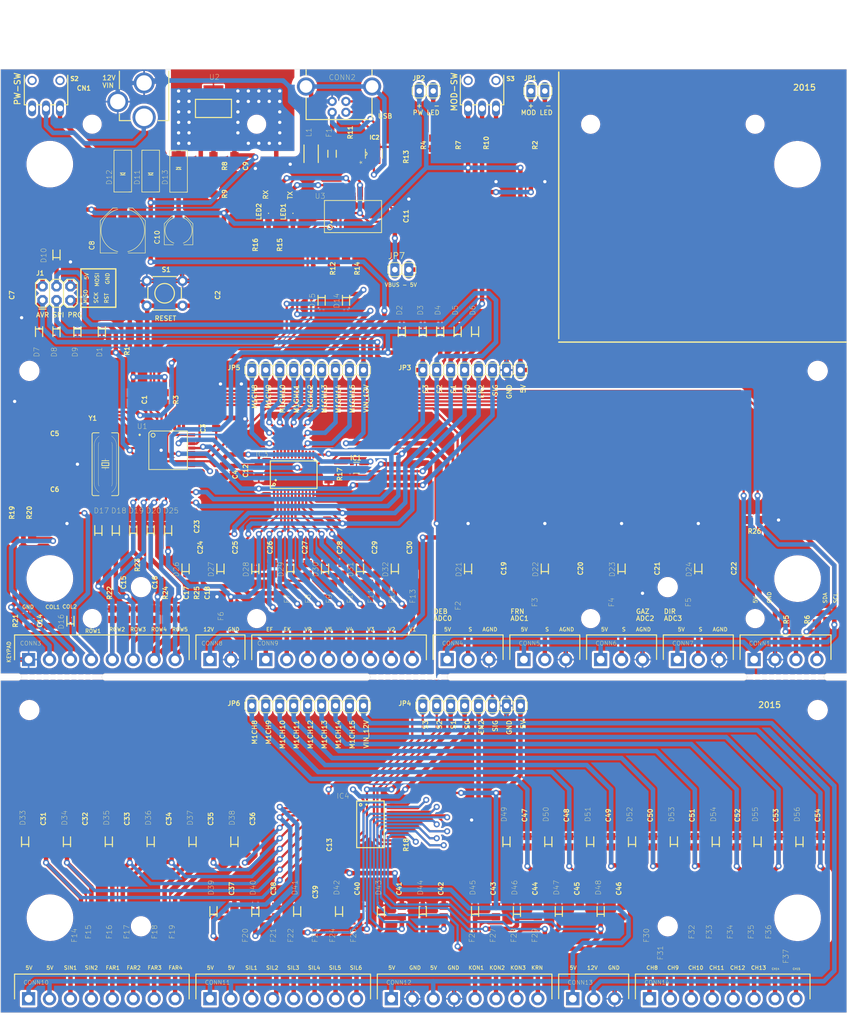
<source format=kicad_pcb>
(kicad_pcb (version 20240108) (generator "pcbnew") (generator_version "8.0")
  (layers (0 "F.Cu" signal) (31 "B.Cu" signal) (34 "B.Paste" user) (35 "F.Paste" user) (36 "B.SilkS" user "B.Silkscreen") (37 "F.SilkS" user "F.Silkscreen") (38 "B.Mask" user) (39 "F.Mask" user) (44 "Edge.Cuts" user))
  (net 0 "")
  (net 1 "GND")
  (net 2 "5V")
  (net 3 "DTR")
  (net 4 "TXD")
  (net 5 "RXD")
  (net 6 "COL2")
  (net 7 "EN1")
  (net 8 "S0")
  (net 9 "S1")
  (net 10 "S2")
  (net 11 "S3")
  (net 12 "MUX_DATA")
  (net 13 "ROW3")
  (net 14 "ROW4")
  (net 15 "ROW1")
  (net 16 "ROW2")
  (net 17 "COL1")
  (net 18 "VIN")
  (net 19 "ROW5")
  (net 20 "_S3")
  (net 21 "_S2")
  (net 22 "_S1")
  (net 23 "_S0")
  (net 24 "_EN2")
  (net 25 "_MUX_DATA")
  (net 26 "GND2")
  (net 27 "AGND")
  (net 28 "+12V")
  (net 29 "_M1CH8")
  (net 30 "_M1CH9")
  (net 31 "_M1CH10")
  (net 32 "_M1CH11")
  (net 33 "_M1CH12")
  (net 34 "_M1CH13")
  (net 35 "_M1CH14")
  (net 36 "_M1CH15")
  (net 37 "/sim-daq_1/RESET")
  (net 38 "Net-(U1-AREF)")
  (net 39 "Net-(U1-PB6(XTAL1{slash}TOSC1))")
  (net 40 "Net-(U1-PB7(XTAL2{slash}TOSC2))")
  (net 41 "Net-(U2-ADJ)")
  (net 42 "/sim-daq_2/VBUS")
  (net 43 "+5V{slash}2")
  (net 44 "CLUTCH")
  (net 45 "BRAKE")
  (net 46 "THROTTLE")
  (net 47 "STRWHEEL")
  (net 48 "HANDBRAKE")
  (net 49 "SEAT_BELT")
  (net 50 "GEAR_R")
  (net 51 "GEAR_5")
  (net 52 "GEAR_4")
  (net 53 "GEAR_3")
  (net 54 "GEAR_2")
  (net 55 "GEAR_1")
  (net 56 "LEFT_TURN")
  (net 57 "RIGHT_TURN")
  (net 58 "HEADLIGHT_OFF")
  (net 59 "HEADLIGHT_LOW")
  (net 60 "HEADLIGHT_HIGH")
  (net 61 "HEADLIGHT_HL")
  (net 62 "WIPER_ARM_OFF")
  (net 63 "WIPER_ARM_MODE1")
  (net 64 "WIPER_ARM_MODE2")
  (net 65 "WIPER_ARM_MODE3")
  (net 66 "WIPER_ARM_MODE4")
  (net 67 "WIPER_ARM_WATER")
  (net 68 "IGNITION_1")
  (net 69 "IGNITION_2")
  (net 70 "IGNITION_3")
  (net 71 "HORN")
  (net 72 "Net-(S2-P)")
  (net 73 "/sim-daq_1/SCL")
  (net 74 "/sim-daq_1/SDA")
  (net 75 "Net-(IC2-VP)")
  (net 76 "/sim-daq_2/USBD+")
  (net 77 "Net-(IC2-GND)")
  (net 78 "/sim-daq_2/USBD-")
  (net 79 "Net-(CONN3-Pad3)")
  (net 80 "Net-(CONN3-Pad2)")
  (net 81 "Net-(CONN4-Pad2)")
  (net 82 "Net-(CONN5-Pad2)")
  (net 83 "Net-(CONN6-Pad2)")
  (net 84 "Net-(CONN7-Pad2)")
  (net 85 "Net-(CONN9-Pad1)")
  (net 86 "Net-(CONN9-Pad4)")
  (net 87 "Net-(CONN9-Pad2)")
  (net 88 "Net-(CONN9-Pad7)")
  (net 89 "Net-(CONN9-Pad8)")
  (net 90 "Net-(CONN9-Pad5)")
  (net 91 "Net-(CONN9-Pad3)")
  (net 92 "Net-(CONN9-Pad6)")
  (net 93 "Net-(CONN10-Pad6)")
  (net 94 "Net-(CONN10-Pad3)")
  (net 95 "Net-(CONN10-Pad4)")
  (net 96 "Net-(CONN10-Pad8)")
  (net 97 "Net-(CONN10-Pad5)")
  (net 98 "Net-(CONN10-Pad7)")
  (net 99 "Net-(CONN11-Pad3)")
  (net 100 "Net-(CONN11-Pad8)")
  (net 101 "Net-(CONN11-Pad5)")
  (net 102 "Net-(CONN11-Pad7)")
  (net 103 "Net-(CONN11-Pad4)")
  (net 104 "Net-(CONN11-Pad6)")
  (net 105 "Net-(CONN12-Pad6)")
  (net 106 "Net-(CONN12-Pad7)")
  (net 107 "Net-(CONN12-Pad8)")
  (net 108 "Net-(CONN12-Pad5)")
  (net 109 "Net-(CONN14-Pad6)")
  (net 110 "Net-(CONN14-Pad3)")
  (net 111 "Net-(CONN14-Pad7)")
  (net 112 "Net-(CONN14-Pad5)")
  (net 113 "Net-(CONN14-Pad1)")
  (net 114 "Net-(CONN14-Pad2)")
  (net 115 "Net-(CONN14-Pad8)")
  (net 116 "Net-(CONN14-Pad4)")
  (net 117 "/sim-daq_1/MODE_SELECT")
  (net 118 "Net-(S2-S)")
  (net 119 "/sim-daq_1/EN2")
  (net 120 "/sim-daq_3/M1CH13")
  (net 121 "/sim-daq_3/M1CH10")
  (net 122 "/sim-daq_3/M1CH9")
  (net 123 "/sim-daq_3/M1CH12")
  (net 124 "/sim-daq_3/M1CH14")
  (net 125 "/sim-daq_3/M1CH15")
  (net 126 "/sim-daq_3/M1CH11")
  (net 127 "/sim-daq_3/M1CH8")
  (net 128 "Net-(JP1-Pad2)")
  (net 129 "Net-(JP2-Pad2)")
  (net 130 "Net-(LED1-PadA)")
  (net 131 "Net-(U3-TXLED)")
  (net 132 "Net-(LED2-PadA)")
  (net 133 "Net-(U3-RXLED)")
  (net 134 "Net-(U1-PC6({slash}RESET))")
  (net 135 "Net-(S3-O)")
  (net 136 "Net-(S3-S)")
  (net 137 "Net-(U3-USBDM)")
  (net 138 "Net-(U3-TXD)")
  (net 139 "Net-(U3-USBDP)")
  (net 140 "Net-(U3-RXD)")
  (footprint "" (layer "F.Cu") (at 227.188 156.549)
    (property "Reference" "@HOLE44" (hide yes))
    (property "Value" "")
  )
  (footprint "sim-daq:0603" (layer "F.Cu") (at 154.615 217.492 90)
    (property "Reference" "F25")
    (property "Value" "220R/30mA")
  )
  (footprint "sim-daq:SOD-323" (layer "F.Cu") (at 174.935 147.497 90)
    (property "Reference" "D21")
    (property "Value" "BZX384")
  )
  (footprint "sim-daq:SOD-323" (layer "F.Cu") (at 148.265 98.602 -90)
    (property "Reference" "D15")
    (property "Value" "BZX384")
  )
  (footprint "" (layer "F.Cu") (at 100.005 167.182)
    (property "Reference" "@HOLE14" (hide yes))
    (property "Value" "")
  )
  (footprint "sim-daq:R0805" (layer "F.Cu") (at 138.607 87.95 -90)
    (property "Reference" "R16")
    (property "Value" "1 K")
  )
  (footprint "sim-daq:1X09" (layer "F.Cu") (at 135.565 111.302)
    (property "Reference" "JP5")
    (property "Value" "PINHD-1X9")
  )
  (footprint "sim-daq:M08-3.81" (layer "F.Cu") (at 138.105 164.007)
    (property "Reference" "CONN9")
    (property "Value" "M08-3.81MM")
  )
  (footprint "sim-daq:C0805" (layer "F.Cu") (at 202.875 209.872 -90)
    (property "Reference" "C46")
    (property "Value" "100 pF")
  )
  (footprint "sim-daq:C0805" (layer "F.Cu") (at 207.32 147.497 -90)
    (property "Reference" "C21")
    (property "Value" "22 pF")
  )
  (footprint "" (layer "F.Cu") (at 197.248 156.552)
    (property "Reference" "@HOLE43" (hide yes))
    (property "Value" "")
  )
  (footprint "sim-daq:R0805" (layer "F.Cu") (at 234.625 156.387 90)
    (property "Reference" "R5")
    (property "Value" "10 K")
  )
  (footprint "sim-daq:TQFP32-08" (layer "F.Cu") (at 120.325 125.907)
    (property "Reference" "U1")
    (property "Value" "ATMEGA328P")
  )
  (footprint "sim-daq:0603" (layer "F.Cu") (at 143.185 217.492 90)
    (property "Reference" "F22")
    (property "Value" "220R/30mA")
  )
  (footprint "" (layer "F.Cu") (at 105.085 167.182)
    (property "Reference" "@HOLE18" (hide yes))
    (property "Value" "")
  )
  (footprint "sim-daq:SOD-323" (layer "F.Cu") (at 220.02 197.172 90)
    (property "Reference" "D54")
    (property "Value" "BZX384")
  )
  (footprint "sim-daq:SSOP24" (layer "F.Cu") (at 157.155 193.997 -90)
    (property "Reference" "IC4")
    (property "Value" "MUX-74HC4067SMD")
  )
  (footprint "sim-daq:PTC-1206-WIDE" (layer "F.Cu") (at 150.17 71.932 -90)
    (property "Reference" "F1")
    (property "Value" "750 mA")
  )
  (footprint "" (layer "F.Cu") (at 167.315 167.182)
    (property "Reference" "@HOLE37" (hide yes))
    (property "Value" "")
  )
  (footprint "sim-daq:0603" (layer "F.Cu") (at 215.575 217.492 90)
    (property "Reference" "F32")
    (property "Value" "220R/30mA")
  )
  (footprint "sim-daq:SOD-323" (layer "F.Cu") (at 124.77 197.172 90)
    (property "Reference" "D37")
    (property "Value" "BZX384")
  )
  (footprint "sim-daq:C0805" (layer "F.Cu") (at 164.775 147.497 -90)
    (property "Reference" "C30")
    (property "Value" "100 pF")
  )
  (footprint "sim-daq:R0805" (layer "F.Cu") (at 180.015 70.027 90)
    (property "Reference" "R10")
    (property "Value" "10 K")
  )
  (footprint "" (layer "F.Cu") (at 98.735 167.182)
    (property "Reference" "@HOLE13" (hide yes))
    (property "Value" "")
  )
  (footprint "sim-daq:SOD-323" (layer "F.Cu") (at 110.8 140.512 90)
    (property "Reference" "D18")
    (property "Value" "BZX384")
  )
  (footprint "sim-daq:R0805" (layer "F.Cu") (at 148.265 92.252 -90)
    (property "Reference" "R12")
    (property "Value" "1 K")
  )
  (footprint "" (layer "F.Cu") (at 95.067 111.453)
    (property "Reference" "@HOLE6" (hide yes))
    (property "Value" "")
  )
  (footprint "sim-daq:SOD-323" (layer "F.Cu") (at 142.55 147.497 90)
    (property "Reference" "D29")
    (property "Value" "BZX384")
  )
  (footprint "sim-daq:0603" (layer "F.Cu") (at 227.005 217.492 90)
    (property "Reference" "F35")
    (property "Value" "220R/30mA")
  )
  (footprint "sim-daq:SOD-323" (layer "F.Cu") (at 199.065 209.872 90)
    (property "Reference" "D48")
    (property "Value" "BZX384")
  )
  (footprint "sim-daq:M03-3.81" (layer "F.Cu") (at 185.095 164.007)
    (property "Reference" "CONN5")
    (property "Value" "M03-3.81MM")
  )
  (footprint "" (layer "F.Cu") (at 227.005 167.182)
    (property "Reference" "@HOLE20" (hide yes))
    (property "Value" "")
  )
  (footprint "sim-daq:C0805" (layer "F.Cu") (at 152.075 147.497 -90)
    (property "Reference" "C28")
    (property "Value" "100 pF")
  )
  (footprint "sim-daq:0603" (layer "F.Cu") (at 176.205 217.492 90)
    (property "Reference" "F26")
    (property "Value" "220R/30mA")
  )
  (footprint "sim-daq:SOD-323" (layer "F.Cu") (at 100.005 104.317 -90)
    (property "Reference" "D8")
    (property "Value" "BZX384")
  )
  (footprint "sim-daq:SC70-5" (layer "F.Cu") (at 154.615 129.082 -90)
    (property "Reference" "IC1")
    (property "Value" "741G14DCK")
  )
  (footprint "sim-daq:SOT223" (layer "F.Cu") (at 128.58 63.677)
    (property "Reference" "U2")
    (property "Value" "V_REG_317SMD")
  )
  (footprint "sim-daq:0603" (layer "F.Cu") (at 146.995 217.492 90)
    (property "Reference" "F23")
    (property "Value" "220R/30mA")
  )
  (footprint "sim-daq:C0805" (layer "F.Cu") (at 161.6 83.362 90)
    (property "Reference" "C11")
    (property "Value" "100 nF")
  )
  (footprint "" (layer "F.Cu") (at 94.925 167.182)
    (property "Reference" "@HOLE10" (hide yes))
    (property "Value" "")
  )
  (footprint "sim-daq:0603" (layer "F.Cu") (at 110.165 217.492 90)
    (property "Reference" "F16")
    (property "Value" "220R/30mA")
  )
  (footprint "sim-daq:C0805" (layer "F.Cu") (at 129.082 120.97 -90)
    (property "Reference" "C3")
    (property "Value" "100 nF")
  )
  (footprint "sim-daq:SOD-323" (layer "F.Cu") (at 216.845 147.497 90)
    (property "Reference" "D24")
    (property "Value" "BZX384")
  )
  (footprint "sim-daq:R0805" (layer "F.Cu") (at 161.6 71.932 -90)
    (property "Reference" "R13")
    (property "Value" "22 R")
  )
  (footprint "" (layer "F.Cu") (at 98.809 210.993)
    (property "Reference" "@HOLE0" (hide yes))
    (property "Value" "")
  )
  (footprint "sim-daq:TACTILE-PTH" (layer "F.Cu") (at 119.69 97.332)
    (property "Reference" "S1")
    (property "Value" "TACTILE-PTH" (hide yes))
  )
  (footprint "" (layer "F.Cu") (at 106.506 156.538)
    (property "Reference" "@HOLE41" (hide yes))
    (property "Value" "")
  )
  (footprint "" (layer "F.Cu") (at 168.585 167.182)
    (property "Reference" "@HOLE38" (hide yes))
    (property "Value" "")
  )
  (footprint "sim-daq:C0805" (layer "F.Cu") (at 102.545 123.367)
    (property "Reference" "C5")
    (property "Value" "22 pF")
  )
  (footprint "sim-daq:SOD-323" (layer "F.Cu") (at 161.6 147.497 90)
    (property "Reference" "D32")
    (property "Value" "BZX384")
  )
  (footprint "sim-daq:C0805" (layer "F.Cu") (at 133.025 147.497 -90)
    (property "Reference" "C25")
    (property "Value" "100 pF")
  )
  (footprint "sim-daq:SOD-323" (layer "F.Cu") (at 181.92 197.172 90)
    (property "Reference" "D49")
    (property "Value" "BZX384")
  )
  (footprint "sim-daq:1X08" (layer "F.Cu") (at 166.68 111.302)
    (property "Reference" "JP3")
    (property "Value" "PINHD-1X8")
  )
  (footprint "sim-daq:SOD-323" (layer "F.Cu") (at 173.03 104.317 90)
    (property "Reference" "D5")
    (property "Value" "BZX384")
  )
  (footprint "sim-daq:SOD-323" (layer "F.Cu") (at 183.825 209.872 90)
    (property "Reference" "D46")
    (property "Value" "BZX384")
  )
  (footprint "sim-daq:0603" (layer "F.Cu") (at 180.015 217.492 90)
    (property "Reference" "F27")
    (property "Value" "220R/30mA")
  )
  (footprint "sim-daq:HC49UP" (layer "F.Cu") (at 108.895 128.447 90)
    (property "Reference" "Y1")
    (property "Value" "16 MHz")
  )
  (footprint "sim-daq:0603" (layer "F.Cu") (at 157.155 155.752 90)
    (property "Reference" "F11")
    (property "Value" "220R/30mA")
  )
  (footprint "sim-daq:C0805" (layer "F.Cu") (at 221.29 147.497 -90)
    (property "Reference" "C22")
    (property "Value" "22 pF")
  )
  (footprint "sim-daq:SOD-323" (layer "F.Cu") (at 202.875 147.497 90)
    (property "Reference" "D23")
    (property "Value" "BZX384")
  )
  (footprint "" (layer "F.Cu") (at 95.067 173.193)
    (property "Reference" "@HOLE2" (hide yes))
    (property "Value" "")
  )
  (footprint "sim-daq:DCJACK_2MM_PTH" (layer "F.Cu") (at 111.445 65.858)
    (property "Reference" "CN1")
    (property "Value" "DCBARRELPTH")
  )
  (footprint "" (layer "F.Cu") (at 106.355 167.182)
    (property "Reference" "@HOLE19" (hide yes))
    (property "Value" "")
  )
  (footprint "sim-daq:0603" (layer "F.Cu") (at 164.775 155.752 90)
    (property "Reference" "F13")
    (property "Value" "220R/30mA")
  )
  (footprint "sim-daq:SMADIODE" (layer "F.Cu") (at 122.23 75.107 -90)
    (property "Reference" "D13")
    (property "Value" "1N4007")
  )
  (footprint "sim-daq:C0805" (layer "F.Cu") (at 231.45 197.172 -90)
    (property "Reference" "C53")
    (property "Value" "100 pF")
  )
  (footprint "sim-daq:1X02" (layer "F.Cu") (at 162.875 93.025)
    (property "Reference" "JP7")
    (property "Value" "PINHD-1X2")
  )
  (footprint "" (layer "F.Cu") (at 164.775 167.182)
    (property "Reference" "@HOLE35" (hide yes))
    (property "Value" "")
  )
  (footprint "sim-daq:0603" (layer "F.Cu") (at 102.545 217.492 90)
    (property "Reference" "F14")
    (property "Value" "220R/30mA")
  )
  (footprint "sim-daq:PANASONIC_F" (layer "F.Cu") (at 112.07 85.902 90)
    (property "Reference" "C8")
    (property "Value" "100 uF")
  )
  (footprint "sim-daq:C0805" (layer "F.Cu") (at 122.865 155.752 -90)
    (property "Reference" "C17")
    (property "Value" "22 pF")
  )
  (footprint "sim-daq:SSOP28DB" (layer "F.Cu") (at 153.98 83.362)
    (property "Reference" "U3")
    (property "Value" "FT232RLSSOP")
  )
  (footprint "sim-daq:C0805" (layer "F.Cu") (at 123.5 140.512 -90)
    (property "Reference" "C23")
    (property "Value" "100 pF")
  )
  (footprint "sim-daq:SSOP24" (layer "F.Cu") (at 143.185 130.352)
    (property "Reference" "IC3")
    (property "Value" "MUX-74HC4067SMD")
  )
  (footprint "sim-daq:C0805" (layer "F.Cu") (at 158.425 147.497 -90)
    (property "Reference" "C29")
    (property "Value" "100 pF")
  )
  (footprint "sim-daq:SOD-323" (layer "F.Cu") (at 197.16 197.172 90)
    (property "Reference" "D51")
    (property "Value" "BZX384")
  )
  (footprint "sim-daq:C0805" (layer "F.Cu") (at 155.25 209.872 -90)
    (property "Reference" "C40")
    (property "Value" "100 pF")
  )
  (footprint "sim-daq:C0805" (layer "F.Cu") (at 113.34 197.172 -90)
    (property "Reference" "C33")
    (property "Value" "100 pF")
  )
  (footprint "" (layer "F.Cu") (at 211.272 212.563)
    (property "Reference" "@HOLE5" (hide yes))
    (property "Value" "")
  )
  (footprint "sim-daq:SOD-323" (layer "F.Cu") (at 227.64 197.172 90)
    (property "Reference" "D55")
    (property "Value" "BZX384")
  )
  (footprint "" (layer "F.Cu") (at 230.815 167.182)
    (property "Reference" "@HOLE23" (hide yes))
    (property "Value" "")
  )
  (footprint "" (layer "F.Cu") (at 234.911 149.27)
    (property "Reference" "@HOLE49" (hide yes))
    (property "Value" "")
  )
  (footprint "" (layer "F.Cu") (at 115.387 150.823)
    (property "Reference" "@HOLE8" (hide yes))
    (property "Value" "")
  )
  (footprint "sim-daq:0603" (layer "F.Cu") (at 230.815 218.127 90)
    (property "Reference" "F36")
    (property "Value" "220R/30mA")
  )
  (footprint "sim-daq:C0805" (layer "F.Cu") (at 150.17 201.617 90)
    (property "Reference" "C13")
    (property "Value" "100 nF")
  )
  (footprint "sim-daq:R0805" (layer "F.Cu") (at 115.245 155.752 -90)
    (property "Reference" "R23")
    (property "Value" "10 K")
  )
  (footprint "sim-daq:C0805" (layer "F.Cu") (at 200.97 197.172 -90)
    (property "Reference" "C49")
    (property "Value" "100 pF")
  )
  (footprint "sim-daq:0603" (layer "F.Cu") (at 219.385 217.492 90)
    (property "Reference" "F33")
    (property "Value" "220R/30mA")
  )
  (footprint "sim-daq:R0805" (layer "F.Cu") (at 227.005 138.607 180)
    (property "Reference" "R26")
    (property "Value" "0 R")
  )
  (footprint "sim-daq:0603" (layer "F.Cu") (at 149.535 155.752 90)
    (property "Reference" "F9")
    (property "Value" "220R/30mA")
  )
  (footprint "sim-daq:SOD-323" (layer "F.Cu") (at 108.26 104.317 -90)
    (property "Reference" "D1")
    (property "Value" "BZX384")
  )
  (footprint "sim-daq:0603" (layer "F.Cu") (at 211.765 217.492 90)
    (property "Reference" "F31")
    (property "Value" "220R/30mA")
  )
  (footprint "sim-daq:C0805" (layer "F.Cu") (at 136.2 197.172 -90)
    (property "Reference" "C36")
    (property "Value" "100 pF")
  )
  (footprint "sim-daq:SOD-323" (layer "F.Cu") (at 176.205 104.317 90)
    (property "Reference" "D6")
    (property "Value" "BZX384")
  )
  (footprint "sim-daq:M03-3.81" (layer "F.Cu") (at 213.035 164.007)
    (property "Reference" "CONN7")
    (property "Value" "M03-3.81MM")
  )
  (footprint "sim-daq:SOD-323" (layer "F.Cu") (at 159.06 209.872 90)
    (property "Reference" "D43")
    (property "Value" "BZX384")
  )
  (footprint "sim-daq:C0805" (layer "F.Cu") (at 120.96 197.172 -90)
    (property "Reference" "C34")
    (property "Value" "100 pF")
  )
  (footprint "sim-daq:1X09" (layer "F.Cu") (at 135.565 172.407)
    (property "Reference" "JP6")
    (property "Value" "PINHD-1X9")
  )
  (footprint "sim-daq:SOD-323" (layer "F.Cu") (at 100.005 90.347 90)
    (property "Reference" "D10")
    (property "Value" "BZX384")
  )
  (footprint "sim-daq:SOD-323" (layer "F.Cu") (at 136.2 147.497 90)
    (property "Reference" "D28")
    (property "Value" "BZX384")
  )
  (footprint "" (layer "F.Cu") (at 163.505 167.182)
    (property "Reference" "@HOLE34" (hide yes))
    (property "Value" "")
  )
  (footprint "sim-daq:0603" (layer "F.Cu") (at 140.01 217.492 90)
    (property "Reference" "F21")
    (property "Value" "220R/30mA")
  )
  (footprint "sim-daq:SOD-323" (layer "F.Cu") (at 148.9 147.497 90)
    (property "Reference" "D30")
    (property "Value" "BZX384")
  )
  (footprint "sim-daq:C0805" (layer "F.Cu") (at 140.01 209.872 -90)
    (property "Reference" "C38")
    (property "Value" "100 pF")
  )
  (footprint "sim-daq:R0805" (layer "F.Cu") (at 94.925 157.022 -90)
    (property "Reference" "R21")
    (property "Value" "10 K")
  )
  (footprint "sim-daq:C0805" (layer "F.Cu") (at 102.545 133.527)
    (property "Reference" "C6")
    (property "Value" "22 pF")
  )
  (footprint "sim-daq:C0805" (layer "F.Cu") (at 193.35 147.497 -90)
    (property "Reference" "C20")
    (property "Value" "22 pF")
  )
  (footprint "" (layer "F.Cu") (at 96.195 167.182)
    (property "Reference" "@HOLE11" (hide yes))
    (property "Value" "")
  )
  (footprint "sim-daq:0603" (layer "F.Cu") (at 113.975 217.492 90)
    (property "Reference" "F17")
    (property "Value" "220R/30mA")
  )
  (footprint "sim-daq:0603" (layer "F.Cu") (at 145.725 155.752 90)
    (property "Reference" "F8")
    (property "Value" "220R/30mA")
  )
  (footprint "sim-daq:SOD-323" (layer "F.Cu") (at 102.545 157.022 90)
    (property "Reference" "D16")
    (property "Value" "BZX384")
  )
  (footprint "sim-daq:SOD-323" (layer "F.Cu") (at 176.205 209.872 90)
    (property "Reference" "D45")
    (property "Value" "BZX384")
  )
  (footprint "sim-daq:C0805" (layer "F.Cu") (at 117.785 155.752 -90)
    (property "Reference" "C16")
    (property "Value" "22 pF")
  )
  (footprint "sim-daq:C0805" (layer "F.Cu") (at 195.255 209.872 -90)
    (property "Reference" "C45")
    (property "Value" "100 pF")
  )
  (footprint "sim-daq:SOD-323" (layer "F.Cu") (at 128.58 209.872 90)
    (property "Reference" "D39")
    (property "Value" "BZX384")
  )
  (footprint "sim-daq:SOD-323" (layer "F.Cu") (at 212.4 197.172 90)
    (property "Reference" "D53")
    (property "Value" "BZX384")
  )
  (footprint "sim-daq:C0805" (layer "F.Cu") (at 98.1 197.172 -90)
    (property "Reference" "C31")
    (property "Value" "100 pF")
  )
  (footprint "sim-daq:SOD-323" (layer "F.Cu") (at 96.83 104.317 -90)
    (property "Reference" "D7")
    (property "Value" "BZX384")
  )
  (footprint "sim-daq:0603" (layer "F.Cu") (at 106.355 217.492 90)
    (property "Reference" "F15")
    (property "Value" "220R/30mA")
  )
  (footprint "sim-daq:0603" (layer "F.Cu") (at 187.635 217.492 90)
    (property "Reference" "F29")
    (property "Value" "220R/30mA")
  )
  (footprint "sim-daq:C0805" (layer "F.Cu") (at 145.725 147.497 -90)
    (property "Reference" "C27")
    (property "Value" "100 pF")
  )
  (footprint "sim-daq:R0805" (layer "F.Cu") (at 113.34 104.317 -90)
    (property "Reference" "R1")
    (property "Value" "10 K")
  )
  (footprint "sim-daq:0603" (layer "F.Cu") (at 234.625 218.127 90)
    (property "Reference" "F37")
    (property "Value" "220R/30mA")
  )
  (footprint "" (layer "F.Cu") (at 237.165 167.182)
    (property "Reference" "@HOLE28" (hide yes))
    (property "Value" "")
  )
  (footprint "" (layer "F.Cu") (at 197.242 66.561)
    (property "Reference" "@HOLE47" (hide yes))
    (property "Value" "")
  )
  (footprint "sim-daq:C0805" (layer "F.Cu") (at 187.635 209.872 -90)
    (property "Reference" "C44")
    (property "Value" "100 pF")
  )
  (footprint "sim-daq:SOD-323" (layer "F.Cu") (at 166.68 209.872 90)
    (property "Reference" "D44")
    (property "Value" "BZX384")
  )
  (footprint "sim-daq:0603" (layer "F.Cu") (at 150.805 217.492 90)
    (property "Reference" "F24")
    (property "Value" "220R/30mA")
  )
  (footprint "sim-daq:M04-3.81" (layer "F.Cu") (at 227.005 164.007)
    (property "Reference" "CONN1")
    (property "Value" "M04-3.81MM")
  )
  (footprint "sim-daq:SOD-323" (layer "F.Cu") (at 120.325 140.512 90)
    (property "Reference" "D25")
    (property "Value" "BZX384")
  )
  (footprint "sim-daq:SOD-323" (layer "F.Cu") (at 162.87 104.317 90)
    (property "Reference" "D2")
    (property "Value" "BZX384")
  )
  (footprint "sim-daq:USB-B-PTH" (layer "F.Cu") (at 151.44 62.407 -90)
    (property "Reference" "CONN2")
    (property "Value" "USB+SHIELD")
  )
  (footprint "sim-daq:M08-3.81" (layer "F.Cu") (at 94.925 225.747)
    (property "Reference" "CONN10")
    (property "Value" "M08-3.81MM")
  )
  (footprint "" (layer "F.Cu") (at 103.815 167.182)
    (property "Reference" "@HOLE17" (hide yes))
    (property "Value" "")
  )
  (footprint "sim-daq:SOD-323" (layer "F.Cu") (at 103.815 104.317 -90)
    (property "Reference" "D9")
    (property "Value" "BZX384")
  )
  (footprint "sim-daq:SOD-323" (layer "F.Cu") (at 155.25 147.497 90)
    (property "Reference" "D31")
    (property "Value" "BZX384")
  )
  (footprint "sim-daq:M08-3.81" (layer "F.Cu") (at 160.965 225.747)
    (property "Reference" "CONN12")
    (property "Value" "M08-3.81MM")
  )
  (footprint "sim-daq:SOD-323" (layer "F.Cu") (at 101.91 197.172 90)
    (property "Reference" "D34")
    (property "Value" "BZX384")
  )
  (footprint "sim-daq:SOD-323" (layer "F.Cu") (at 117.15 140.512 90)
    (property "Reference" "D20")
    (property "Value" "BZX384")
  )
  (footprint "sim-daq:C0805" (layer "F.Cu") (at 112.705 155.752 -90)
    (property "Reference" "C15")
    (property "Value" "22 pF")
  )
  (footprint "sim-daq:0603" (layer "F.Cu") (at 135.565 217.492 90)
    (property "Reference" "F20")
    (property "Value" "220R/30mA")
  )
  (footprint "sim-daq:TL3XWO" (layer "F.Cu") (at 177.475 58.597)
    (property "Reference" "S3")
    (property "Value" "TL32WO")
  )
  (footprint "" (layer "F.Cu") (at 234.899 73.852)
    (property "Reference" "@HOLE50" (hide yes))
    (property "Value" "")
  )
  (footprint "sim-daq:C0805" (layer "F.Cu") (at 147.63 209.872 -90)
    (property "Reference" "C39")
    (property "Value" "100 pF")
  )
  (footprint "sim-daq:R0805" (layer "F.Cu") (at 128.58 78.282 -90)
    (property "Reference" "R9")
    (property "Value" "720")
  )
  (footprint "sim-daq:SOD-323" (layer "F.Cu") (at 166.68 104.317 90)
    (property "Reference" "D3")
    (property "Value" "BZX384")
  )
  (footprint "" (layer "F.Cu") (at 115.387 212.563)
    (property "Reference" "@HOLE4" (hide yes))
    (property "Value" "")
  )
  (footprint "sim-daq:C0805" (layer "F.Cu") (at 185.73 197.172 -90)
    (property "Reference" "C47")
    (property "Value" "100 pF")
  )
  (footprint "sim-daq:C0805" (layer "F.Cu") (at 126.675 147.497 -90)
    (property "Reference" "C24")
    (property "Value" "100 pF")
  )
  (footprint "sim-daq:TL3XWO" (layer "F.Cu") (at 98.1 58.597)
    (property "Reference" "S2")
    (property "Value" "TL32WO")
  )
  (footprint "sim-daq:SMADIODE" (layer "F.Cu") (at 112.07 75.107 90)
    (property "Reference" "D12")
    (property "Value" "1N4007")
  )
  (footprint "sim-daq:C0805" (layer "F.Cu") (at 239.07 197.172 -90)
    (property "Reference" "C54")
    (property "Value" "100 pF")
  )
  (footprint "" (layer "F.Cu") (at 232.085 167.182)
    (property "Reference" "@HOLE24" (hide yes))
    (property "Value" "")
  )
  (footprint "sim-daq:0603" (layer "F.Cu") (at 223.195 217.492 90)
    (property "Reference" "F34")
    (property "Value" "220R/30mA")
  )
  (footprint "" (layer "F.Cu") (at 98.781 73.825)
    (property "Reference" "@HOLE51" (hide yes))
    (property "Value" "")
  )
  (footprint "sim-daq:C0805" (layer "F.Cu") (at 113.975 116.382 90)
    (property "Reference" "C1")
    (property "Value" "100 nF")
  )
  (footprint "sim-daq:1210" (layer "F.Cu") (at 146.36 71.932 -90)
    (property "Reference" "L1")
    (property "Value" "600R 100MHz 3A Ferrite")
  )
  (footprint "sim-daq:M08-3.81" (layer "F.Cu") (at 127.945 225.747)
    (property "Reference" "CONN11")
    (property "Value" "M08-3.81MM")
  )
  (footprint "sim-daq:PANASONIC_C" (layer "F.Cu") (at 122.23 85.902 90)
    (property "Reference" "C10")
    (property "Value" "10 uF")
  )
  (footprint "sim-daq:C0805" (layer "F.Cu") (at 128.58 197.172 -90)
    (property "Reference" "C35")
    (property "Value" "100 pF")
  )
  (footprint "sim-daq:1X08" (layer "F.Cu") (at 166.68 172.407)
    (property "Reference" "JP4")
    (property "Value" "PINHD-1X8")
  )
  (footprint "sim-daq:R0805" (layer "F.Cu") (at 95.56 141.147 -90)
    (property "Reference" "R20")
    (property "Value" "1 K")
  )
  (footprint "sim-daq:0603" (layer "F.Cu") (at 202.875 153.847 90)
    (property "Reference" "F4")
    (property "Value" "220R/30mA")
  )
  (footprint "sim-daq:C0805" (layer "F.Cu") (at 93.655 97.332 -90)
    (property "Reference" "C7")
    (property "Value" "100 nF")
  )
  (footprint "sim-daq:SMADIODE" (layer "F.Cu") (at 117.15 75.107 90)
    (property "Reference" "D11")
    (property "Value" "1N4007")
  )
  (footprint "sim-daq:0603" (layer "F.Cu") (at 141.915 155.752 90)
    (property "Reference" "F7")
    (property "Value" "220R/30mA")
  )
  (footprint "sim-daq:C0805" (layer "F.Cu") (at 132.39 73.202 -90)
    (property "Reference" "C9")
    (property "Value" "100 nF")
  )
  (footprint "sim-daq:1X02" (layer "F.Cu") (at 167.315 60.502)
    (property "Reference" "JP2")
    (property "Value" "PINHD-1X2")
  )
  (footprint "sim-daq:SOD-323" (layer "F.Cu") (at 113.975 140.512 90)
    (property "Reference" "D19")
    (property "Value" "BZX384")
  )
  (footprint "sim-daq:R0805" (layer "F.Cu") (at 128.58 73.202 90)
    (property "Reference" "R8")
    (property "Value" "240")
  )
  (footprint "sim-daq:SOD-323" (layer "F.Cu") (at 109.53 197.172 90)
    (property "Reference" "D35")
    (property "Value" "BZX384")
  )
  (footprint "sim-daq:SOD-323" (layer "F.Cu") (at 151.44 209.872 90)
    (property "Reference" "D42")
    (property "Value" "BZX384")
  )
  (footprint "sim-daq:C0805" (layer "F.Cu") (at 170.49 209.872 -90)
    (property "Reference" "C42")
    (property "Value" "100 pF")
  )
  (footprint "sim-daq:0603" (layer "F.Cu") (at 183.825 217.492 90)
    (property "Reference" "F28")
    (property "Value" "220R/30mA")
  )
  (footprint "" (layer "F.Cu") (at 238.577 173.193)
    (property "Reference" "@HOLE3" (hide yes))
    (property "Value" "")
  )
  (footprint "" (layer "F.Cu") (at 235.895 167.182)
    (property "Reference" "@HOLE27" (hide yes))
    (property "Value" "")
  )
  (footprint "sim-daq:R0805" (layer "F.Cu") (at 125.405 155.752 -90)
    (property "Reference" "R25")
    (property "Value" "10 K")
  )
  (footprint "sim-daq:R0805" (layer "F.Cu") (at 238.435 156.387 90)
    (property "Reference" "R6")
    (property "Value" "10 K")
  )
  (footprint "sim-daq:C0805" (layer "F.Cu") (at 136.835 129.717 -90)
    (property "Reference" "C12")
    (property "Value" "100 nF")
  )
  (footprint "sim-daq:SOD-323" (layer "F.Cu") (at 132.39 197.172 90)
    (property "Reference" "D38")
    (property "Value" "BZX384")
  )
  (footprint "sim-daq:C0805" (layer "F.Cu") (at 162.87 209.872 -90)
    (property "Reference" "C41")
    (property "Value" "100 pF")
  )
  (footprint "" (layer "F.Cu") (at 158.425 167.182)
    (property "Reference" "@HOLE30" (hide yes))
    (property "Value" "")
  )
  (footprint "sim-daq:R0805" (layer "F.Cu") (at 120.325 155.752 -90)
    (property "Reference" "R24")
    (property "Value" "10 K")
  )
  (footprint "sim-daq:SOD-323" (layer "F.Cu") (at 136.2 209.872 90)
    (property "Reference" "D40")
    (property "Value" "BZX384")
  )
  (footprint "sim-daq:0603" (layer "F.Cu") (at 153.345 155.752 90)
    (property "Reference" "F10")
    (property "Value" "220R/30mA")
  )
  (footprint "" (layer "F.Cu") (at 169.855 167.182)
    (property "Reference" "@HOLE39" (hide yes))
    (property "Value" "")
  )
  (footprint "sim-daq:SOD-323" (layer "F.Cu") (at 94.29 197.172 90)
    (property "Reference" "D33")
    (property "Value" "BZX384")
  )
  (footprint "" (layer "F.Cu") (at 166.045 167.182)
    (property "Reference" "@HOLE36" (hide yes))
    (property "Value" "")
  )
  (footprint "sim-daq:CHIPLED_0805" (layer "F.Cu") (at 143.052 82.87)
    (property "Reference" "LED1")
    (property "Value" "YELLOW")
  )
  (footprint "sim-daq:M02-3.81MM" (layer "F.Cu") (at 127.945 164.007)
    (property "Reference" "CONN8")
    (property "Value" "M02-3.81MM")
  )
  (footprint "sim-daq:SOD-323" (layer "F.Cu") (at 189.54 197.172 90)
    (property "Reference" "D50")
    (property "Value" "BZX384")
  )
  (footprint "sim-daq:SOD-323" (layer "F.Cu") (at 204.78 197.172 90)
    (property "Reference" "D52")
    (property "Value" "BZX384")
  )
  (footprint "sim-daq:R0805" (layer "F.Cu") (at 119.69 116.382 -90)
    (property "Reference" "R3")
    (property "Value" "1 K")
  )
  (footprint "sim-daq:SOD-323" (layer "F.Cu") (at 123.5 147.497 90)
    (property "Reference" "D26")
    (property "Value" "BZX384")
  )
  (footprint "sim-daq:M08-3.81" (layer "F.Cu") (at 94.925 164.007)
    (property "Reference" "CONN3")
    (property "Value" "M08-3.81MM")
  )
  (footprint "sim-daq:1X02" (layer "F.Cu") (at 187.635 60.502)
    (property "Reference" "JP1")
    (property "Value" "PINHD-1X2")
  )
  (footprint "sim-daq:R0805" (layer "F.Cu") (at 188.905 70.027 90)
    (property "Reference" "R2")
    (property "Value" "1 K")
  )
  (footprint "" (layer "F.Cu") (at 98.793 149.248)
    (property "Reference" "@HOLE40" (hide yes))
    (property "Value" "")
  )
  (footprint "" (layer "F.Cu") (at 238.435 167.182)
    (property "Reference" "@HOLE29" (hide yes))
    (property "Value" "")
  )
  (footprint "" (layer "F.Cu") (at 106.5 66.547)
    (property "Reference" "@HOLE45" (hide yes))
    (property "Value" "")
  )
  (footprint "sim-daq:M03-3.81" (layer "F.Cu") (at 171.125 164.007)
    (property "Reference" "CONN4")
    (property "Value" "M03-3.81MM")
  )
  (footprint "" (layer "F.Cu") (at 102.545 167.182)
    (property "Reference" "@HOLE16" (hide yes))
    (property "Value" "")
  )
  (footprint "sim-daq:0603" (layer "F.Cu") (at 131.755 155.752 90)
    (property "Reference" "F6")
    (property "Value" "220R/30mA")
  )
  (footprint "sim-daq:R0805" (layer "F.Cu") (at 110.165 155.752 -90)
    (property "Reference" "R22")
    (property "Value" "10 K")
  )
  (footprint "sim-daq:0603" (layer "F.Cu") (at 121.595 217.492 90)
    (property "Reference" "F19")
    (property "Value" "220R/30mA")
  )
  (footprint "sim-daq:R0805" (layer "F.Cu") (at 168.585 70.027 90)
    (property "Reference" "R4")
    (property "Value" "1 K")
  )
  (footprint "sim-daq:C0805" (layer "F.Cu") (at 98.735 157.022 -90)
    (property "Reference" "C14")
    (property "Value" "22 pF")
  )
  (footprint "" (layer "F.Cu") (at 228.275 167.182)
    (property "Reference" "@HOLE21" (hide yes))
    (property "Value" "")
  )
  (footprint "sim-daq:C0805" (layer "F.Cu") (at 105.72 197.172 -90)
    (property "Reference" "C32")
    (property "Value" "100 pF")
  )
  (footprint "sim-daq:0603" (layer "F.Cu") (at 216.845 153.847 90)
    (property "Reference" "F5")
    (property "Value" "220R/30mA")
  )
  (footprint "sim-daq:0603" (layer "F.Cu") (at 207.955 217.492 90)
    (property "Reference" "F30")
    (property "Value" "220R/30mA")
  )
  (footprint "sim-daq:SOD-323" (layer "F.Cu") (at 143.82 209.872 90)
    (property "Reference" "D41")
    (property "Value" "BZX384")
  )
  (footprint "" (layer "F.Cu") (at 211.272 150.823)
    (property "Reference" "@HOLE9" (hide yes))
    (property "Value" "")
  )
  (footprint "sim-daq:C0805" (layer "F.Cu") (at 127.31 97.332 -90)
    (property "Reference" "C2")
    (property "Value" "22 pF")
  )
  (footprint "sim-daq:C0805" (layer "F.Cu") (at 130.491 129.721 -90)
    (property "Reference" "C4")
    (property "Value" "100 nF")
  )
  (footprint "sim-daq:0603" (layer "F.Cu") (at 160.965 155.752 90)
    (property "Reference" "F12")
    (property "Value" "220R/30mA")
  )
  (footprint "sim-daq:0603" (layer "F.Cu") (at 174.935 154.482 90)
    (property "Reference" "F2")
    (property "Value" "220R/30mA")
  )
  (footprint "sim-daq:R0805" (layer "F.Cu") (at 153.98 71.932 -90)
    (property "Reference" "R11")
    (property "Value" "22 R")
  )
  (footprint "sim-daq:2X3" (layer "F.Cu") (at 97.465 98.602)
    (property "Reference" "J1")
    (property "Value" "AVR_SPI_PRG_6PTH")
  )
  (footprint "sim-daq:R0805" (layer "F.Cu") (at 152.71 92.252 -90)
    (property "Reference" "R14")
    (property "Value" "1 K")
  )
  (footprint "" (layer "F.Cu") (at 159.695 167.182)
    (property "Reference" "@HOLE31" (hide yes))
    (property "Value" "")
  )
  (footprint "sim-daq:C0805" (layer "F.Cu") (at 180.015 209.872 -90)
    (property "Reference" "C43")
    (property "Value" "100 pF")
  )
  (footprint "" (layer "F.Cu") (at 97.465 167.182)
    (property "Reference" "@HOLE12" (hide yes))
    (property "Value" "")
  )
  (footprint "sim-daq:R0805" (layer "F.Cu") (at 92.385 141.147 -90)
    (property "Reference" "R19")
    (property "Value" "1 K")
  )
  (footprint "" (layer "F.Cu") (at 162.235 167.182)
    (property "Reference" "@HOLE33" (hide yes))
    (property "Value" "")
  )
  (footprint "sim-daq:SOD-323" (layer "F.Cu") (at 129.85 147.497 90)
    (property "Reference" "D27")
    (property "Value" "BZX384")
  )
  (footprint "" (layer "F.Cu") (at 234.625 167.182)
    (property "Reference" "@HOLE26" (hide yes))
    (property "Value" "")
  )
  (footprint "" (layer "F.Cu") (at 238.577 111.453)
    (property "Reference" "@HOLE7" (hide yes))
    (property "Value" "")
  )
  (footprint "sim-daq:C0805" (layer "F.Cu") (at 193.35 197.172 -90)
    (property "Reference" "C48")
    (property "Value" "100 pF")
  )
  (footprint "sim-daq:R0805" (layer "F.Cu") (at 174.935 70.027 -90)
    (property "Reference" "R7")
    (property "Value" "0 R")
  )
  (footprint "sim-daq:M03-3.81" (layer "F.Cu") (at 193.985 225.747)
    (property "Reference" "CONN13")
    (property "Value" "M03-3.81MM")
  )
  (footprint "sim-daq:CHIPLED_0805" (layer "F.Cu") (at 138.607 82.87)
    (property "Reference" "LED2")
    (property "Value" "GREEN")
  )
  (footprint "" (layer "F.Cu") (at 227.182 66.558)
    (property "Reference" "@HOLE48" (hide yes))
    (property "Value" "")
  )
  (footprint "sim-daq:C0805" (layer "F.Cu") (at 216.21 197.172 -90)
    (property "Reference" "C51")
    (property "Value" "100 pF")
  )
  (footprint "" (layer "F.Cu") (at 234.915 211.008)
    (property "Reference" "@HOLE1" (hide yes))
    (property "Value" "")
  )
  (footprint "sim-daq:SOD-323" (layer "F.Cu") (at 235.26 197.172 90)
    (property "Reference" "D56")
    (property "Value" "BZX384")
  )
  (footprint "sim-daq:C0805" (layer "F.Cu") (at 223.83 197.172 -90)
    (property "Reference" "C52")
    (property "Value" "100 pF")
  )
  (footprint "sim-daq:SOD-323" (layer "F.Cu") (at 152.71 98.602 -90)
    (property "Reference" "D14")
    (property "Value" "BZX384")
  )
  (footprint "" (layer "F.Cu") (at 136.452 156.545)
    (property "Reference" "@HOLE42" (hide yes))
    (property "Value" "")
  )
  (footprint "sim-daq:C0805" (layer "F.Cu") (at 132.39 209.872 -90)
    (property "Reference" "C37")
    (property "Value" "100 pF")
  )
  (footprint "sim-daq:M03-3.81" (layer "F.Cu") (at 199.065 164.007)
    (property "Reference" "CONN6")
    (property "Value" "M03-3.81MM")
  )
  (footprint "" (layer "F.Cu") (at 136.446 66.554)
    (property "Reference" "@HOLE46" (hide yes))
    (property "Value" "")
  )
  (footprint "sim-daq:R0805" (layer "F.Cu") (at 164.14 201.617 90)
    (property "Reference" "R18")
    (property "Value" "10 K")
  )
  (footprint "sim-daq:C0805" (layer "F.Cu") (at 179.38 147.497 -90)
    (property "Reference" "C19")
    (property "Value" "22 pF")
  )
  (footprint "sim-daq:M08-3.81" (layer "F.Cu") (at 207.955 225.747)
    (property "Reference" "CONN14")
    (property "Value" "M08-3.81MM")
  )
  (footprint "sim-daq:SOD-323" (layer "F.Cu") (at 169.855 104.317 90)
    (property "Reference" "D4")
    (property "Value" "BZX384")
  )
  (footprint "" (layer "F.Cu") (at 160.965 167.182)
    (property "Reference" "@HOLE32" (hide yes))
    (property "Value" "")
  )
  (footprint "sim-daq:SOD-323" (layer "F.Cu") (at 191.445 209.872 90)
    (property "Reference" "D47")
    (property "Value" "BZX384")
  )
  (footprint "sim-daq:SOD-323" (layer "F.Cu") (at 117.15 197.172 90)
    (property "Reference" "D36")
    (property "Value" "BZX384")
  )
  (footprint "sim-daq:R0805" (layer "F.Cu") (at 143.052 87.95 -90)
    (property "Reference" "R15")
    (property "Value" "1 K")
  )
  (footprint "" (layer "F.Cu") (at 233.355 167.182)
    (property "Reference" "@HOLE25" (hide yes))
    (property "Value" "")
  )
  (footprint "sim-daq:0603" (layer "F.Cu") (at 117.785 217.492 90)
    (property "Reference" "F18")
    (property "Value" "220R/30mA")
  )
  (footprint "sim-daq:R0805" (layer "F.Cu") (at 149.535 130.352 90)
    (property "Reference" "R17")
    (property "Value" "10 K")
  )
  (footprint "sim-daq:C0805" (layer "F.Cu") (at 127.945 155.752 -90)
    (property "Reference" "C18")
    (property "Value" "22 pF")
  )
  (footprint "sim-daq:C0805" (layer "F.Cu") (at 139.375 147.497 -90)
    (property "Reference" "C26")
    (property "Value" "100 pF")
  )
  (footprint "" (layer "F.Cu") (at 229.545 167.182)
    (property "Reference" "@HOLE22" (hide yes))
    (property "Value" "")
  )
  (footprint "sim-daq:TSOP-6" (layer "F.Cu") (at 157.79 71.932)
    (property "Reference" "IC2")
    (property "Value" "IPC4220CZ6")
  )
  (footprint "sim-daq:SOD-323" (layer "F.Cu") (at 188.905 147.497 90)
    (property "Reference" "D22")
    (property "Value" "BZX384")
  )
  (footprint "sim-daq:SOD-323" (layer "F.Cu") (at 107.625 140.512 90)
    (property "Reference" "D17")
    (property "Value" "BZX384")
  )
  (footprint "sim-daq:C0805" (layer "F.Cu") (at 208.59 197.172 -90)
    (property "Reference" "C50")
    (property "Value" "100 pF")
  )
  (footprint "sim-daq:0603" (layer "F.Cu") (at 188.905 153.847 90)
    (property "Reference" "F3")
    (property "Value" "220R/30mA")
  )
  (footprint "" (layer "F.Cu") (at 101.275 167.182)
    (property "Reference" "@HOLE15" (hide yes))
    (property "Value" "")
  )
  (gr_line (start 243.766 106.213) (end 191.445 106.213) (stroke (width 0.254)) (layer "F.SilkS"))
  (gr_line (start 110.8 99.872) (end 110.8 92.887) (stroke (width 0.254)) (layer "F.SilkS"))
  (gr_line (start 104.45 99.872) (end 110.8 99.872) (stroke (width 0.254)) (layer "F.SilkS"))
  (gr_line (start 191.436 57.076) (end 191.436 105.587) (stroke (width 0.254)) (layer "F.SilkS"))
  (gr_line (start 104.45 92.887) (end 104.45 99.872) (stroke (width 0.254)) (layer "F.SilkS"))
  (gr_line (start 110.8 92.887) (end 104.45 92.887) (stroke (width 0.254)) (layer "F.SilkS"))
  (gr_line (start 89.845 167.817) (end 89.845 228.287) (stroke (width 0.05)) (layer "Edge.Cuts"))
  (gr_arc (start 157.155 167.182) (mid 156.969013 167.631013) (end 156.52 167.817) (stroke (width 0.05)) (layer "Edge.Cuts"))
  (gr_line (start 89.845 56.547) (end 89.845 166.547) (stroke (width 0.05)) (layer "Edge.Cuts"))
  (gr_line (start 243.845 166.547) (end 243.845 56.547) (stroke (width 0.05)) (layer "Edge.Cuts"))
  (gr_arc (start 240.34 167.817) (mid 239.705 167.182) (end 240.34 166.547) (stroke (width 0.05)) (layer "Edge.Cuts"))
  (gr_arc (start 225.735 167.182) (mid 225.549013 167.631013) (end 225.1 167.817) (stroke (width 0.05)) (layer "Edge.Cuts"))
  (gr_line (start 240.34 167.817) (end 243.845 167.817) (stroke (width 0.05)) (layer "Edge.Cuts"))
  (gr_line (start 225.1 167.817) (end 171.76 167.817) (stroke (width 0.05)) (layer "Edge.Cuts"))
  (gr_line (start 156.52 166.547) (end 108.895 166.547) (stroke (width 0.05)) (layer "Edge.Cuts"))
  (gr_line (start 171.76 166.547) (end 225.1 166.547) (stroke (width 0.05)) (layer "Edge.Cuts"))
  (gr_line (start 93.02 166.547) (end 89.845 166.547) (stroke (width 0.05)) (layer "Edge.Cuts"))
  (gr_arc (start 225.1 166.547) (mid 225.549013 166.732987) (end 225.735 167.182) (stroke (width 0.05)) (layer "Edge.Cuts"))
  (gr_arc (start 171.76 167.817) (mid 171.310987 167.631013) (end 171.125 167.182) (stroke (width 0.05)) (layer "Edge.Cuts"))
  (gr_line (start 243.845 228.287) (end 243.845 167.817) (stroke (width 0.05)) (layer "Edge.Cuts"))
  (gr_line (start 108.895 167.817) (end 156.52 167.817) (stroke (width 0.05)) (layer "Edge.Cuts"))
  (gr_line (start 243.845 166.547) (end 240.34 166.547) (stroke (width 0.05)) (layer "Edge.Cuts"))
  (gr_arc (start 93.02 166.547) (mid 93.655 167.182) (end 93.02 167.817) (stroke (width 0.05)) (layer "Edge.Cuts"))
  (gr_line (start 89.845 167.817) (end 93.02 167.817) (stroke (width 0.05)) (layer "Edge.Cuts"))
  (gr_arc (start 171.125 167.182) (mid 171.310987 166.732987) (end 171.76 166.547) (stroke (width 0.05)) (layer "Edge.Cuts"))
  (gr_line (start 243.845 56.547) (end 89.845 56.547) (stroke (width 0.05)) (layer "Edge.Cuts"))
  (gr_arc (start 108.26 167.182) (mid 108.445987 166.732987) (end 108.895 166.547) (stroke (width 0.05)) (layer "Edge.Cuts"))
  (gr_line (start 89.845 228.287) (end 243.845 228.287) (stroke (width 0.05)) (layer "Edge.Cuts"))
  (gr_arc (start 108.895 167.817) (mid 108.445987 167.631013) (end 108.26 167.182) (stroke (width 0.05)) (layer "Edge.Cuts"))
  (gr_arc (start 156.52 166.547) (mid 156.969013 166.732987) (end 157.155 167.182) (stroke (width 0.05)) (layer "Edge.Cuts"))
  (gr_text "V1" (at 164.14 158.927 0) (layer "F.SilkS") (effects (font (size 0.69088 0.69088) (thickness 0.12192)) (justify left bottom)))
  (gr_text "12V" (at 126.675 158.927 0) (layer "F.SilkS") (effects (font (size 0.69088 0.69088) (thickness 0.12192)) (justify left bottom)))
  (gr_text "S3" (at 166.68 174.947 90) (layer "F.SilkS") (effects (font (size 0.8636 0.8636) (thickness 0.1524)) (justify right top)))
  (gr_text "USB" (at 158.425 65.582 0) (layer "F.SilkS") (effects (font (size 0.8636 0.8636) (thickness 0.1524)) (justify left bottom)))
  (gr_text "5V" (at 193.35 220.522 0) (layer "F.SilkS") (effects (font (size 0.69088 0.69088) (thickness 0.12192)) (justify left bottom)))
  (gr_text "CH14" (at 230.18 220.522 0) (layer "F.SilkS") (effects (font (size 0.34544 0.34544) (thickness 0.06096)) (justify left bottom)))
  (gr_text "FAR4" (at 120.325 220.522 0) (layer "F.SilkS") (effects (font (size 0.69088 0.69088) (thickness 0.12192)) (justify left bottom)))
  (gr_text "." (at 155.885 190.677 0) (layer "F.SilkS") (effects (font (size 1.5113 1.5113) (thickness 0.2667)) (justify left bottom)))
  (gr_text "M1CH14" (at 150.805 113.842 90) (layer "F.SilkS") (effects (font (size 0.8636 0.8636) (thickness 0.1524)) (justify right top)))
  (gr_text "KON3" (at 182.555 220.522 0) (layer "F.SilkS") (effects (font (size 0.69088 0.69088) (thickness 0.12192)) (justify left bottom)))
  (gr_text "M1CH11" (at 143.185 174.947 90) (layer "F.SilkS") (effects (font (size 0.8636 0.8636) (thickness 0.1524)) (justify right top)))
  (gr_text "S1" (at 171.76 174.947 90) (layer "F.SilkS") (effects (font (size 0.8636 0.8636) (thickness 0.1524)) (justify right top)))
  (gr_text "FRN" (at 182.555 155.752 0) (layer "F.SilkS") (effects (font (size 0.8636 0.8636) (thickness 0.1524)) (justify left bottom)))
  (gr_text "SIL4" (at 145.725 220.522 0) (layer "F.SilkS") (effects (font (size 0.69088 0.69088) (thickness 0.12192)) (justify left bottom)))
  (gr_text "." (at 149.535 84.632 0) (layer "F.SilkS") (effects (font (size 1.5113 1.5113) (thickness 0.2667)) (justify left bottom)))
  (gr_text "5V" (at 184.46 174.947 90) (layer "F.SilkS") (effects (font (size 0.8636 0.8636) (thickness 0.1524)) (justify right top)))
  (gr_text "S" (at 216.845 158.927 0) (layer "F.SilkS") (effects (font (size 0.69088 0.69088) (thickness 0.12192)) (justify left bottom)))
  (gr_text "KON2" (at 178.745 220.522 0) (layer "F.SilkS") (effects (font (size 0.69088 0.69088) (thickness 0.12192)) (justify left bottom)))
  (gr_text "M1CH8" (at 135.565 113.842 90) (layer "F.SilkS") (effects (font (size 0.8636 0.8636) (thickness 0.1524)) (justify right top)))
  (gr_text "SCL" (at 242.245 153.847 90) (layer "F.SilkS") (effects (font (size 0.69088 0.69088) (thickness 0.12192)) (justify left bottom)))
  (gr_text "PW LED" (at 164.775 64.947 0) (layer "F.SilkS") (effects (font (size 0.8636 0.8636) (thickness 0.1524)) (justify left bottom)))
  (gr_text "M1CH9" (at 138.105 174.947 90) (layer "F.SilkS") (effects (font (size 0.8636 0.8636) (thickness 0.1524)) (justify right top)))
  (gr_text "5V" (at 213.035 158.927 0) (layer "F.SilkS") (effects (font (size 0.69088 0.69088) (thickness 0.12192)) (justify left bottom)))
  (gr_text "SIL2" (at 138.105 220.522 0) (layer "F.SilkS") (effects (font (size 0.69088 0.69088) (thickness 0.12192)) (justify left bottom)))
  (gr_text "S1" (at 171.76 113.842 90) (layer "F.SilkS") (effects (font (size 0.8636 0.8636) (thickness 0.1524)) (justify right top)))
  (gr_text "GND" (at 164.14 220.522 0) (layer "F.SilkS") (effects (font (size 0.69088 0.69088) (thickness 0.12192)) (justify left bottom)))
  (gr_text "MOD LED" (at 184.46 64.947 0) (layer "F.SilkS") (effects (font (size 0.8636 0.8636) (thickness 0.1524)) (justify left bottom)))
  (gr_text "GAZ" (at 205.415 155.752 0) (layer "F.SilkS") (effects (font (size 0.8636 0.8636) (thickness 0.1524)) (justify left bottom)))
  (gr_text "EF" (at 138.105 158.927 0) (layer "F.SilkS") (effects (font (size 0.69088 0.69088) (thickness 0.12192)) (justify left bottom)))
  (gr_text "5V" (at 227.64 153.847 90) (layer "F.SilkS") (effects (font (size 0.69088 0.69088) (thickness 0.12192)) (justify left bottom)))
  (gr_text "GND" (at 131.12 158.927 0) (layer "F.SilkS") (effects (font (size 0.69088 0.69088) (thickness 0.12192)) (justify left bottom)))
  (gr_text "RST" (at 109.53 99.237 90) (layer "F.SilkS") (effects (font (size 0.69088 0.69088) (thickness 0.12192)) (justify left bottom)))
  (gr_text "V3" (at 156.52 158.927 0) (layer "F.SilkS") (effects (font (size 0.69088 0.69088) (thickness 0.12192)) (justify left bottom)))
  (gr_text "GND" (at 230.18 153.847 90) (layer "F.SilkS") (effects (font (size 0.69088 0.69088) (thickness 0.12192)) (justify left bottom)))
  (gr_text "SCK" (at 107.625 99.237 90) (layer "F.SilkS") (effects (font (size 0.69088 0.69088) (thickness 0.12192)) (justify left bottom)))
  (gr_text "CH11" (at 218.75 220.522 0) (layer "F.SilkS") (effects (font (size 0.69088 0.69088) (thickness 0.12192)) (justify left bottom)))
  (gr_text "S0" (at 174.3 113.842 90) (layer "F.SilkS") (effects (font (size 0.8636 0.8636) (thickness 0.1524)) (justify right top)))
  (gr_text "-" (at 168.585 63.677 0) (layer "F.SilkS") (effects (font (size 0.8636 0.8636) (thickness 0.1524)) (justify left bottom)))
  (gr_text "SIL6" (at 153.345 220.522 0) (layer "F.SilkS") (effects (font (size 0.69088 0.69088) (thickness 0.12192)) (justify left bottom)))
  (gr_text "AGND" (at 191.445 158.927 0) (layer "F.SilkS") (effects (font (size 0.69088 0.69088) (thickness 0.12192)) (justify left bottom)))
  (gr_text "M1CH11" (at 143.185 113.842 90) (layer "F.SilkS") (effects (font (size 0.8636 0.8636) (thickness 0.1524)) (justify right top)))
  (gr_text "TX" (at 143.052 80.33 90) (layer "F.SilkS") (effects (font (size 0.8636 0.8636) (thickness 0.1524)) (justify left bottom)))
  (gr_text "5V" (at 127.31 220.522 0) (layer "F.SilkS") (effects (font (size 0.69088 0.69088) (thickness 0.12192)) (justify left bottom)))
  (gr_text "M1CH14" (at 150.805 174.947 90) (layer "F.SilkS") (effects (font (size 0.8636 0.8636) (thickness 0.1524)) (justify right top)))
  (gr_text "MOD-SW" (at 173.03 64.312 90) (layer "F.SilkS") (effects (font (size 1.0795 1.0795) (thickness 0.1905)) (justify left bottom)))
  (gr_text "GND" (at 171.125 220.522 0) (layer "F.SilkS") (effects (font (size 0.69088 0.69088) (thickness 0.12192)) (justify left bottom)))
  (gr_text "CH9" (at 211.13 220.522 0) (layer "F.SilkS") (effects (font (size 0.69088 0.69088) (thickness 0.12192)) (justify left bottom)))
  (gr_text "V5" (at 148.9 158.927 0) (layer "F.SilkS") (effects (font (size 0.69088 0.69088) (thickness 0.12192)) (justify left bottom)))
  (gr_text "RX" (at 138.607 80.33 90) (layer "F.SilkS") (effects (font (size 0.8636 0.8636) (thickness 0.1524)) (justify left bottom)))
  (gr_text "ROW1" (at 105.14 159.217 0) (layer "F.SilkS") (effects (font (size 0.69088 0.69088) (thickness 0.12192)) (justify left bottom)))
  (gr_text "DIR" (at 210.495 155.752 0) (layer "F.SilkS") (effects (font (size 0.8636 0.8636) (thickness 0.1524)) (justify left bottom)))
  (gr_text "M1CH10" (at 140.645 113.842 90) (layer "F.SilkS") (effects (font (size 0.8636 0.8636) (thickness 0.1524)) (justify right top)))
  (gr_text "ROW5" (at 120.96 158.927 0) (layer "F.SilkS") (effects (font (size 0.69088 0.69088) (thickness 0.12192)) (justify left bottom)))
  (gr_text "GND" (at 93.683 154.848 0) (layer "F.SilkS") (effects (font (size 0.69088 0.69088) (thickness 0.12192)) (justify left bottom)))
  (gr_text "M1CH9" (at 138.105 113.842 90) (layer "F.SilkS") (effects (font (size 0.8636 0.8636) (thickness 0.1524)) (justify right top)))
  (gr_text "SIG" (at 179.38 174.947 90) (layer "F.SilkS") (effects (font (size 0.8636 0.8636) (thickness 0.1524)) (justify right top)))
  (gr_text "S" (at 188.905 158.927 0) (layer "F.SilkS") (effects (font (size 0.69088 0.69088) (thickness 0.12192)) (justify left bottom)))
  (gr_text "5V" (at 184.46 158.927 0) (layer "F.SilkS") (effects (font (size 0.69088 0.69088) (thickness 0.12192)) (justify left bottom)))
  (gr_text "V4" (at 152.71 158.927 0) (layer "F.SilkS") (effects (font (size 0.69088 0.69088) (thickness 0.12192)) (justify left bottom)))
  (gr_text "5V" (at 199.065 158.927 0) (layer "F.SilkS") (effects (font (size 0.69088 0.69088) (thickness 0.12192)) (justify left bottom)))
  (gr_text "ROW4" (at 117.15 158.927 0) (layer "F.SilkS") (effects (font (size 0.69088 0.69088) (thickness 0.12192)) (justify left bottom)))
  (gr_text "V2" (at 160.33 158.927 0) (layer "F.SilkS") (effects (font (size 0.69088 0.69088) (thickness 0.12192)) (justify left bottom)))
  (gr_text "S3" (at 166.68 113.842 90) (layer "F.SilkS") (effects (font (size 0.8636 0.8636) (thickness 0.1524)) (justify right top)))
  (gr_text "RESET" (at 117.785 102.412 0) (layer "F.SilkS") (effects (font (size 0.8636 0.8636) (thickness 0.1524)) (justify left bottom)))
  (gr_text "AGND" (at 205.415 158.927 0) (layer "F.SilkS") (effects (font (size 0.69088 0.69088) (thickness 0.12192)) (justify left bottom)))
  (gr_text "GND" (at 200.335 220.522 0) (layer "F.SilkS") (effects (font (size 0.69088 0.69088) (thickness 0.12192)) (justify left bottom)))
  (gr_text "S2" (at 169.22 174.947 90) (layer "F.SilkS") (effects (font (size 0.8636 0.8636) (thickness 0.1524)) (justify right top)))
  (gr_text "12V" (at 196.525 220.522 0) (layer "F.SilkS") (effects (font (size 0.69088 0.69088) (thickness 0.12192)) (justify left bottom)))
  (gr_text "GND" (at 181.92 174.947 90) (layer "F.SilkS") (effects (font (size 0.8636 0.8636) (thickness 0.1524)) (justify right top)))
  (gr_text "S0" (at 174.3 174.947 90) (layer "F.SilkS") (effects (font (size 0.8636 0.8636) (thickness 0.1524)) (justify right top)))
  (gr_text "SIN1" (at 101.275 220.522 0) (layer "F.SilkS") (effects (font (size 0.69088 0.69088) (thickness 0.12192)) (justify left bottom)))
  (gr_text "M1CH8" (at 135.565 174.947 90) (layer "F.SilkS") (effects (font (size 0.8636 0.8636) (thickness 0.1524)) (justify right top)))
  (gr_text "M1CH13" (at 148.265 113.842 90) (layer "F.SilkS") (effects (font (size 0.8636 0.8636) (thickness 0.1524)) (justify right top)))
  (gr_text "FAR1" (at 108.895 220.522 0) (layer "F.SilkS") (effects (font (size 0.69088 0.69088) (thickness 0.12192)) (justify left bottom)))
  (gr_text "GND" (at 108.895 93.522 90) (layer "F.SilkS") (effects (font (size 0.69088 0.69088) (thickness 0.12192)) (justify right top)))
  (gr_text "S" (at 174.935 158.927 0) (layer "F.SilkS") (effects (font (size 0.69088 0.69088) (thickness 0.12192)) (justify left bottom)))
  (gr_text "AGND" (at 219.385 158.927 0) (layer "F.SilkS") (effects (font (size 0.69088 0.69088) (thickness 0.12192)) (justify left bottom)))
  (gr_text "SDA" (at 240.34 153.847 90) (layer "F.SilkS") (effects (font (size 0.69088 0.69088) (thickness 0.12192)) (justify left bottom)))
  (gr_text "GND" (at 181.92 113.842 90) (layer "F.SilkS") (effects (font (size 0.8636 0.8636) (thickness 0.1524)) (justify right top)))
  (gr_text "SIL5" (at 149.535 220.522 0) (layer "F.SilkS") (effects (font (size 0.69088 0.69088) (thickness 0.12192)) (justify left bottom)))
  (gr_text "VR" (at 145.09 158.927 0) (layer "F.SilkS") (effects (font (size 0.69088 0.69088) (thickness 0.12192)) (justify left bottom)))
  (gr_text "CH8" (at 207.32 220.522 0) (layer "F.SilkS") (effects (font (size 0.69088 0.69088) (thickness 0.12192)) (justify left bottom)))
  (gr_text "SIG" (at 179.38 113.842 90) (layer "F.SilkS") (effects (font (size 0.8636 0.8636) (thickness 0.1524)) (justify right top)))
  (gr_text "5V" (at 105.085 93.522 90) (layer "F.SilkS") (effects (font (size 0.69088 0.69088) (thickness 0.12192)) (justify right top)))
  (gr_text "." (at 139.375 131.622 0) (layer "F.SilkS") (effects (font (size 1.5113 1.5113) (thickness 0.2667)) (justify left bottom)))
  (gr_text "VIN_12V" (at 155.885 113.842 90) (layer "F.SilkS") (effects (font (size 0.8636 0.8636) (thickness 0.1524)) (justify right top)))
  (gr_text "M1CH12" (at 145.725 113.842 90) (layer "F.SilkS") (effects (font (size 0.8636 0.8636) (thickness 0.1524)) (justify right top)))
  (gr_text "ADC1" (at 182.555 157.022 0) (layer "F.SilkS") (effects (font (size 0.8636 0.8636) (thickness 0.1524)) (justify left bottom)))
  (gr_text "+" (at 185.73 63.677 0) (layer "F.SilkS") (effects (font (size 0.8636 0.8636) (thickness 0.1524)) (justify left bottom)))
  (gr_text "PW-SW" (at 93.522 63.185 90) (layer "F.SilkS") (effects (font (size 1.0795 1.0795) (thickness 0.1905)) (justify left bottom)))
  (gr_text "CH12" (at 222.56 220.522 0) (layer "F.SilkS") (effects (font (size 0.69088 0.69088) (thickness 0.12192)) (justify left bottom)))
  (gr_text "MISO" (at 105.72 99.237 90) (layer "F.SilkS") (effects (font (size 0.69088 0.69088) (thickness 0.12192)) (justify left bottom)))
  (gr_text "5V" (at 167.95 220.522 0) (layer "F.SilkS") (effects (font (size 0.69088 0.69088) (thickness 0.12192)) (justify left bottom)))
  (gr_text "AVR SPI PRG" (at 96.195 101.777 0) (layer "F.SilkS") (effects (font (size 0.8636 0.8636) (thickness 0.1524)) (justify left bottom)))
  (gr_text "S2" (at 169.22 113.842 90) (layer "F.SilkS") (effects (font (size 0.8636 0.8636) (thickness 0.1524)) (justify right top)))
  (gr_text "CH10" (at 214.94 220.522 0) (layer "F.SilkS") (effects (font (size 0.69088 0.69088) (thickness 0.12192)) (justify left bottom)))
  (gr_text "EN2" (at 176.84 174.947 90) (layer "F.SilkS") (effects (font (size 0.8636 0.8636) (thickness 0.1524)) (justify right top)))
  (gr_text "EK" (at 141.28 158.927 0) (layer "F.SilkS") (effects (font (size 0.69088 0.69088) (thickness 0.12192)) (justify left bottom)))
  (gr_text "5V" (at 170.49 158.927 0) (layer "F.SilkS") (effects (font (size 0.69088 0.69088) (thickness 0.12192)) (justify left bottom)))
  (gr_text "SIL1" (at 134.295 220.522 0) (layer "F.SilkS") (effects (font (size 0.69088 0.69088) (thickness 0.12192)) (justify left bottom)))
  (gr_text "VIN_12V" (at 155.885 174.947 90) (layer "F.SilkS") (effects (font (size 0.8636 0.8636) (thickness 0.1524)) (justify right top)))
  (gr_text "KEYPAD" (at 91.75 164.642 90) (layer "F.SilkS") (effects (font (size 0.69088 0.69088) (thickness 0.12192)) (justify left bottom)))
  (gr_text "-" (at 188.905 63.677 0) (layer "F.SilkS") (effects (font (size 0.8636 0.8636) (thickness 0.1524)) (justify left bottom)))
  (gr_text "5V" (at 94.29 220.522 0) (layer "F.SilkS") (effects (font (size 0.69088 0.69088) (thickness 0.12192)) (justify left bottom)))
  (gr_text "AGND" (at 177.475 158.927 0) (layer "F.SilkS") (effects (font (size 0.69088 0.69088) (thickness 0.12192)) (justify left bottom)))
  (gr_text "5V" (at 184.46 113.842 90) (layer "F.SilkS") (effects (font (size 0.8636 0.8636) (thickness 0.1524)) (justify right top)))
  (gr_text "ROW2" (at 109.53 158.927 0) (layer "F.SilkS") (effects (font (size 0.69088 0.69088) (thickness 0.12192)) (justify left bottom)))
  (gr_text "MOSI" (at 106.99 93.522 90) (layer "F.SilkS") (effects (font (size 0.69088 0.69088) (thickness 0.12192)) (justify right top)))
  (gr_text "FAR2" (at 112.705 220.522 0) (layer "F.SilkS") (effects (font (size 0.69088 0.69088) (thickness 0.12192)) (justify left bottom)))
  (gr_text "VBUS - 5V" (at 159.7 96.2 0) (layer "F.SilkS") (effects (font (size 0.69088 0.69088) (thickness 0.12192)) (justify left bottom)))
  (gr_text "FAR3" (at 116.515 220.522 0) (layer "F.SilkS") (effects (font (size 0.69088 0.69088) (thickness 0.12192)) (justify left bottom)))
  (gr_text "ADC2" (at 205.415 157.022 0) (layer "F.SilkS") (effects (font (size 0.8636 0.8636) (thickness 0.1524)) (justify left bottom)))
  (gr_text "M1CH12" (at 145.725 174.947 90) (layer "F.SilkS") (effects (font (size 0.8636 0.8636) (thickness 0.1524)) (justify right top)))
  (gr_text "ADC0" (at 168.585 157.022 0) (layer "F.SilkS") (effects (font (size 0.8636 0.8636) (thickness 0.1524)) (justify left bottom)))
  (gr_text "S" (at 202.875 158.927 0) (layer "F.SilkS") (effects (font (size 0.69088 0.69088) (thickness 0.12192)) (justify left bottom)))
  (gr_text "M1CH15" (at 153.345 113.842 90) (layer "F.SilkS") (effects (font (size 0.8636 0.8636) (thickness 0.1524)) (justify right top)))
  (gr_text "M1CH15" (at 153.345 174.947 90) (layer "F.SilkS") (effects (font (size 0.8636 0.8636) (thickness 0.1524)) (justify right top)))
  (gr_text "M1CH13" (at 148.265 174.947 90) (layer "F.SilkS") (effects (font (size 0.8636 0.8636) (thickness 0.1524)) (justify right top)))
  (gr_text "12V\nVIN" (at 108.267 60.005 0) (layer "F.SilkS") (effects (font (size 0.8636 0.8636) (thickness 0.1524)) (justify left bottom)))
  (gr_text "SIL3" (at 141.915 220.522 0) (layer "F.SilkS") (effects (font (size 0.69088 0.69088) (thickness 0.12192)) (justify left bottom)))
  (gr_text "." (at 114.61 123.367 0) (layer "F.SilkS") (effects (font (size 1.5113 1.5113) (thickness 0.2667)) (justify left bottom)))
  (gr_text "CH15" (at 233.99 220.522 0) (layer "F.SilkS") (effects (font (size 0.34544 0.34544) (thickness 0.06096)) (justify left bottom)))
  (gr_text "CH13" (at 226.37 220.522 0) (layer "F.SilkS") (effects (font (size 0.69088 0.69088) (thickness 0.12192)) (justify left bottom)))
  (gr_text "SIN2" (at 105.085 220.522 0) (layer "F.SilkS") (effects (font (size 0.69088 0.69088) (thickness 0.12192)) (justify left bottom)))
  (gr_text "DEB" (at 168.585 155.752 0) (layer "F.SilkS") (effects (font (size 0.8636 0.8636) (thickness 0.1524)) (justify left bottom)))
  (gr_text "ADC3" (at 210.495 157.022 0) (layer "F.SilkS") (effects (font (size 0.8636 0.8636) (thickness 0.1524)) (justify left bottom)))
  (gr_text "2015" (at 233.99 60.502 0) (layer "F.SilkS") (effects (font (size 1.0795 1.0795) (thickness 0.1905)) (justify left bottom)))
  (gr_text "+" (at 165.41 63.677 0) (layer "F.SilkS") (effects (font (size 0.8636 0.8636) (thickness 0.1524)) (justify left bottom)))
  (gr_text "5V" (at 98.1 220.522 0) (layer "F.SilkS") (effects (font (size 0.69088 0.69088) (thickness 0.12192)) (justify left bottom)))
  (gr_text "KON1" (at 174.935 220.522 0) (layer "F.SilkS") (effects (font (size 0.69088 0.69088) (thickness 0.12192)) (justify left bottom)))
  (gr_text "EN2" (at 176.84 113.842 90) (layer "F.SilkS") (effects (font (size 0.8636 0.8636) (thickness 0.1524)) (justify right top)))
  (gr_text "COL2" (at 100.998 154.786 0) (layer "F.SilkS") (effects (font (size 0.69088 0.69088) (thickness 0.12192)) (justify left bottom)))
  (gr_text "2015" (at 227.64 172.897 0) (layer "F.SilkS") (effects (font (size 1.0795 1.0795) (thickness 0.1905)) (justify left bottom)))
  (gr_text "M1CH10" (at 140.645 174.947 90) (layer "F.SilkS") (effects (font (size 0.8636 0.8636) (thickness 0.1524)) (justify right top)))
  (gr_text "5V" (at 160.33 220.522 0) (layer "F.SilkS") (effects (font (size 0.69088 0.69088) (thickness 0.12192)) (justify left bottom)))
  (gr_text "KRN" (at 186.365 220.522 0) (layer "F.SilkS") (effects (font (size 0.69088 0.69088) (thickness 0.12192)) (justify left bottom)))
  (gr_text "5V" (at 131.12 220.522 0) (layer "F.SilkS") (effects (font (size 0.69088 0.69088) (thickness 0.12192)) (justify left bottom)))
  (gr_text "ROW3" (at 113.34 158.927 0) (layer "F.SilkS") (effects (font (size 0.69088 0.69088) (thickness 0.12192)) (justify left bottom)))
  (gr_text "COL1" (at 97.906 154.848 0) (layer "F.SilkS") (effects (font (size 0.69088 0.69088) (thickness 0.12192)) (justify left bottom)))
  (segment (start 136.2 146.347) (end 136.2 143.687) (width 0.8128) (layer "F.Cu") (net 1))
  (segment (start 146.76 134.008) (end 149.535 134.008) (width 0.4064) (layer "F.Cu") (net 1))
  (segment (start 96.83 105.467) (end 100.005 105.467) (width 0.8128) (layer "F.Cu") (net 1))
  (segment (start 160.645 81.457) (end 161.6 82.412) (width 0.4064) (layer "F.Cu") (net 1))
  (segment (start 112.07 96.062) (end 115.4482 96.062) (width 0.8128) (layer "F.Cu") (net 1))
  (segment (start 126.675 143.687) (end 129.85 143.687) (width 0.8128) (layer "F.Cu") (net 1))
  (segment (start 109.53 152.577) (end 104.45 152.577) (width 0.8128) (layer "F.Cu") (net 1))
  (segment (start 155.25 143.687) (end 158.425 143.687) (width 0.8128) (layer "F.Cu") (net 1))
  (segment (start 93.655 98.282) (end 93.655 101.777) (width 0.8128) (layer "F.Cu") (net 1))
  (segment (start 155.37 99.752) (end 157.79 97.332) (width 0.4064) (layer "F.Cu") (net 1))
  (segment (start 122.9412 95.0714) (end 125.9994 95.0714) (width 0.8128) (layer "F.Cu") (net 1))
  (segment (start 153.655 88.752) (end 154.615 89.712) (width 0.4064) (layer "F.Cu") (net 1))
  (segment (start 227.955 138.607) (end 227.955 152.257) (width 0.8128) (layer "F.Cu") (net 1))
  (segment (start 107.625 139.362) (end 110.8 139.362) (width 0.8128) (layer "F.Cu") (net 1))
  (segment (start 145.725 143.687) (end 148.9 143.687) (width 0.8128) (layer "F.Cu") (net 1))
  (segment (start 164.123 82.412) (end 164.14 82.429) (width 0.4064) (layer "F.Cu") (net 1))
  (segment (start 128.58 79.232) (end 130.948 79.232) (width 0.8128) (layer "F.Cu") (net 1))
  (segment (start 142.55 146.347) (end 142.55 143.687) (width 0.8128) (layer "F.Cu") (net 1))
  (segment (start 122.23 87.952) (end 122.23 91.617) (width 0.8128) (layer "F.Cu") (net 1))
  (segment (start 151.034 81.457) (end 151.741 81.457) (width 0.4064) (layer "F.Cu") (net 1))
  (segment (start 98.735 156.072) (end 102.345 156.072) (width 0.8128) (layer "F.Cu") (net 1))
  (segment (start 123.5 139.562) (end 125.725 139.562) (width 0.8128) (layer "F.Cu") (net 1))
  (segment (start 94.925 164.007) (end 93.02 164.007) (width 0.8128) (layer "F.Cu") (net 1))
  (segment (start 126.675 146.547) (end 126.675 143.687) (width 0.8128) (layer "F.Cu") (net 1))
  (segment (start 129.85 143.687) (end 133.025 143.687) (width 0.8128) (layer "F.Cu") (net 1))
  (segment (start 136.2 143.687) (end 139.375 143.687) (width 0.8128) (layer "F.Cu") (net 1))
  (segment (start 139.375 143.687) (end 142.55 143.687) (width 0.8128) (layer "F.Cu") (net 1))
  (segment (start 91.75 162.737) (end 91.75 157.657) (width 0.8128) (layer "F.Cu") (net 1))
  (segment (start 162.87 98.602) (end 161.6 97.332) (width 0.4064) (layer "F.Cu") (net 1))
  (segment (start 122.865 154.802) (end 125.405 154.802) (width 0.8128) (layer "F.Cu") (net 1))
  (segment (start 107.625 139.362) (end 104.45 139.362) (width 0.8128) (layer "F.Cu") (net 1))
  (segment (start 153.655 87.018) (end 153.655 88.752) (width 0.4064) (layer "F.Cu") (net 1))
  (segment (start 112.705 154.802) (end 115.245 154.802) (width 0.8128) (layer "F.Cu") (net 1))
  (segment (start 125.725 139.562) (end 126.675 140.512) (width 0.8128) (layer "F.Cu") (net 1))
  (segment (start 122.865 92.252) (end 122.865 94.9952) (width 0.8128) (layer "F.Cu") (net 1))
  (segment (start 129.85 154.844) (end 129.85 153.212) (width 0.8128) (layer "F.Cu") (net 1))
  (segment (start 146.76 134.008) (end 146.76 132.022) (width 0.4064) (layer "F.Cu") (net 1))
  (segment (start 135.752 74.157) (end 136.205 74.61) (width 0.8128) (layer "F.Cu") (net 1))
  (segment (start 151.055 79.706) (end 151.055 81.436) (width 0.4064) (layer "F.Cu") (net 1))
  (segment (start 181.92 113.207) (end 181.92 111.302) (width 0.4064) (layer "F.Cu") (net 1))
  (segment (start 102.545 154.482) (end 102.545 155.872) (width 0.8128) (layer "F.Cu") (net 1))
  (segment (start 149.535 131.302) (end 150.49 131.302) (width 0.4064) (layer "F.Cu") (net 1))
  (segment (start 156.255 81.457) (end 160.645 81.457) (width 0.4064) (layer "F.Cu") (net 1))
  (segment (start 142.55 143.687) (end 145.725 143.687) (width 0.8128) (layer "F.Cu") (net 1))
  (segment (start 102.545 91.617) (end 102.545 96.062) (width 0.8128) (layer "F.Cu") (net 1))
  (segment (start 127.165 87.952) (end 128.58 86.537) (width 0.8128) (layer "F.Cu") (net 1))
  (segment (start 146.36 73.532) (end 142.855 73.532) (width 0.8128) (layer "F.Cu") (net 1))
  (segment (start 104.45 139.362) (end 102.03 139.362) (width 0.8128) (layer "F.Cu") (net 1))
  (segment (start 122.9412 95.0714) (end 116.4388 95.0714) (width 0.8128) (layer "F.Cu") (net 1))
  (segment (start 94.805 105.467) (end 93.655 104.317) (width 0.8128) (layer "F.Cu") (net 1))
  (segment (start 146.36 79.552) (end 148.265 81.457) (width 0.4064) (layer "F.Cu") (net 1))
  (segment (start 163.505 134.797) (end 163.505 143.687) (width 0.4064) (layer "F.Cu") (net 1))
  (segment (start 125.9994 95.0714) (end 127.31 96.382) (width 0.8128) (layer "F.Cu") (net 1))
  (segment (start 164.14 82.429) (end 164.14 87.172) (width 0.4064) (layer "F.Cu") (net 1))
  (segment (start 180.77 103.167) (end 181.92 104.317) (width 0.8128) (layer "F.Cu") (net 1))
  (segment (start 110.165 154.802) (end 110.165 153.212) (width 0.8128) (layer "F.Cu") (net 1))
  (segment (start 102.03 139.362) (end 101.91 139.242) (width 0.8128) (layer "F.Cu") (net 1))
  (segment (start 116.0324 126.307) (end 118.655 126.307) (width 0.4064) (layer "F.Cu") (net 1))
  (segment (start 161.6 89.712) (end 157.79 89.712) (width 0.4064) (layer "F.Cu") (net 1))
  (segment (start 132.395 77.785) (end 132.395 74.157) (width 0.8128) (layer "F.Cu") (net 1))
  (segment (start 134.123 120.02) (end 134.295 120.192) (width 0.8128) (layer "F.Cu") (net 1))
  (segment (start 149.535 134.008) (end 162.716 134.008) (width 0.4064) (layer "F.Cu") (net 1))
  (segment (start 118.655 126.307) (end 119.055 125.907) (width 0.4064) (layer "F.Cu") (net 1))
  (segment (start 133.66 113.842) (end 129.85 113.842) (width 0.8128) (layer "F.Cu") (net 1))
  (segment (start 120.325 139.362) (end 123.3 139.362) (width 0.8128) (layer "F.Cu") (net 1))
  (segment (start 100.005 89.197) (end 102.03 89.197) (width 0.8128) (layer "F.Cu") (net 1))
  (segment (start 155.25 146.347) (end 155.25 143.687) (width 0.8128) (layer "F.Cu") (net 1))
  (segment (start 124.135 143.687) (end 126.675 143.687) (width 0.8128) (layer "F.Cu") (net 1))
  (segment (start 129.082 120.02) (end 134.123 120.02) (width 0.8128) (layer "F.Cu") (net 1))
  (segment (start 130.495 130.667) (end 130.491 130.671) (width 0.8128) (layer "F.Cu") (net 1))
  (segment (start 162.87 103.167) (end 166.68 103.167) (width 0.8128) (layer "F.Cu") (net 1))
  (segment (start 139.375 146.547) (end 139.375 143.687) (width 0.8128) (layer "F.Cu") (net 1))
  (segment (start 94.925 156.072) (end 98.735 156.072) (width 0.8128) (layer "F.Cu") (net 1))
  (segment (start 136.835 130.667) (end 130.495 130.667) (width 0.8128) (layer "F.Cu") (net 1))
  (segment (start 102.345 156.072) (end 102.545 155.872) (width 0.8128) (layer "F.Cu") (net 1))
  (segment (start 102.545 89.712) (end 102.545 91.617) (width 0.8128) (layer "F.Cu") (net 1))
  (segment (start 161.6 146.347) (end 161.6 143.687) (width 0.8128) (layer "F.Cu") (net 1))
  (segment (start 169.855 103.167) (end 173.03 103.167) (width 0.8128) (layer "F.Cu") (net 1))
  (segment (start 230.815 155.117) (end 230.815 164.007) (width 0.8128) (layer "F.Cu") (net 1))
  (segment (start 152.075 143.687) (end 155.25 143.687) (width 0.8128) (layer "F.Cu") (net 1))
  (segment (start 149.535 134.008) (end 149.535 131.302) (width 0.4064) (layer "F.Cu") (net 1))
  (segment (start 153.765 129.732) (end 152.06 129.732) (width 0.4064) (layer "F.Cu") (net 1))
  (segment (start 161.6 82.412) (end 164.123 82.412) (width 0.4064) (layer "F.Cu") (net 1))
  (segment (start 129.85 153.212) (end 129.215 152.577) (width 0.8128) (layer "F.Cu") (net 1))
  (segment (start 131.755 164.007) (end 131.755 162.102) (width 0.8128) (layer "F.Cu") (net 1))
  (segment (start 112.07 89.452) (end 112.07 96.062) (width 0.8128) (layer "F.Cu") (net 1))
  (segment (start 130.948 79.232) (end 132.395 77.785) (width 0.8128) (layer "F.Cu") (net 1))
  (segment (start 118.49 124.707) (end 119.055 125.272) (width 0.4064) (layer "F.Cu") (net 1))
  (segment (start 164.775 144.957) (end 164.775 146.547) (width 0.8128) (layer "F.Cu") (net 1))
  (segment (start 117.785 154.802) (end 120.325 154.802) (width 0.8128) (layer "F.Cu") (net 1))
  (segment (start 91.75 157.657) (end 93.335 156.072) (width 0.8128) (layer "F.Cu") (net 1))
  (segment (start 131.755 162.102) (end 129.85 160.197) (width 0.8128) (layer "F.Cu") (net 1))
  (segment (start 158.425 146.547) (end 158.425 143.687) (width 0.8128) (layer "F.Cu") (net 1))
  (segment (start 101.595 133.527) (end 101.595 128.447) (width 0.8128) (layer "F.Cu") (net 1))
  (segment (start 158.425 143.687) (end 161.6 143.687) (width 0.8128) (layer "F.Cu") (net 1))
  (segment (start 129.85 146.347) (end 129.85 143.687) (width 0.8128) (layer "F.Cu") (net 1))
  (segment (start 102.545 154.482) (end 104.45 152.577) (width 0.8128) (layer "F.Cu") (net 1))
  (segment (start 148.265 81.457) (end 151.034 81.457) (width 0.4064) (layer "F.Cu") (net 1))
  (segment (start 156.255 79.706) (end 156.255 81.457) (width 0.4064) (layer "F.Cu") (net 1))
  (segment (start 176.205 103.167) (end 180.77 103.167) (width 0.8128) (layer "F.Cu") (net 1))
  (segment (start 129.85 160.197) (end 129.85 154.844) (width 0.8128) (layer "F.Cu") (net 1))
  (segment (start 93.02 164.007) (end 91.75 162.737) (width 0.8128) (layer "F.Cu") (net 1))
  (segment (start 163.505 143.687) (end 164.775 144.957) (width 0.8128) (layer "F.Cu") (net 1))
  (segment (start 142.855 73.532) (end 142.55 73.837) (width 0.8128) (layer "F.Cu") (net 1))
  (segment (start 102.03 89.197) (end 102.545 89.712) (width 0.8128) (layer "F.Cu") (net 1))
  (segment (start 164.14 87.172) (end 161.6 89.712) (width 0.4064) (layer "F.Cu") (net 1))
  (segment (start 180.015 70.977) (end 180.015 77.012) (width 0.8128) (layer "F.Cu") (net 1))
  (segment (start 148.265 99.752) (end 152.71 99.752) (width 0.8128) (layer "F.Cu") (net 1))
  (segment (start 119.055 125.272) (end 119.055 125.907) (width 0.4064) (layer "F.Cu") (net 1))
  (segment (start 100.005 105.467) (end 103.815 105.467) (width 0.8128) (layer "F.Cu") (net 1))
  (segment (start 125.405 154.802) (end 127.945 154.802) (width 0.8128) (layer "F.Cu") (net 1))
  (segment (start 227.955 138.607) (end 231.45 138.607) (width 0.8128) (layer "F.Cu") (net 1))
  (segment (start 101.595 123.367) (end 101.595 128.447) (width 0.8128) (layer "F.Cu") (net 1))
  (segment (start 122.23 91.617) (end 122.865 92.252) (width 0.8128) (layer "F.Cu") (net 1))
  (segment (start 104.45 152.577) (end 104.45 139.362) (width 0.8128) (layer "F.Cu") (net 1))
  (segment (start 181.285 113.842) (end 181.92 113.207) (width 0.4064) (layer "F.Cu") (net 1))
  (segment (start 164.14 80.187) (end 164.14 82.429) (width 0.4064) (layer "F.Cu") (net 1))
  (segment (start 152.71 99.752) (end 155.37 99.752) (width 0.4064) (layer "F.Cu") (net 1))
  (segment (start 120.325 154.802) (end 122.865 154.802) (width 0.8128) (layer "F.Cu") (net 1))
  (segment (start 110.8 139.362) (end 113.975 139.362) (width 0.8128) (layer "F.Cu") (net 1))
  (segment (start 151.705 79.706) (end 151.705 81.421) (width 0.4064) (layer "F.Cu") (net 1))
  (segment (start 151.705 81.421) (end 151.741 81.457) (width 0.4064) (layer "F.Cu") (net 1))
  (segment (start 101.595 128.447) (end 103.815 128.447) (width 0.8128) (layer "F.Cu") (net 1))
  (segment (start 117.15 139.362) (end 120.325 139.362) (width 0.8128) (layer "F.Cu") (net 1))
  (segment (start 133.025 143.687) (end 136.2 143.687) (width 0.8128) (layer "F.Cu") (net 1))
  (segment (start 168.585 75.742) (end 164.14 80.187) (width 0.8128) (layer "F.Cu") (net 1))
  (segment (start 161.6 143.687) (end 163.505 143.687) (width 0.8128) (layer "F.Cu") (net 1))
  (segment (start 148.9 143.687) (end 152.075 143.687) (width 0.8128) (layer "F.Cu") (net 1))
  (segment (start 123.3 139.362) (end 123.5 139.562) (width 0.8128) (layer "F.Cu") (net 1))
  (segment (start 102.545 96.062) (end 112.07 96.062) (width 0.8128) (layer "F.Cu") (net 1))
  (segment (start 113.975 139.362) (end 117.15 139.362) (width 0.8128) (layer "F.Cu") (net 1))
  (segment (start 146.36 73.532) (end 146.36 79.552) (width 0.4064) (layer "F.Cu") (net 1))
  (segment (start 166.68 103.167) (end 169.855 103.167) (width 0.8128) (layer "F.Cu") (net 1))
  (segment (start 227.955 152.257) (end 230.815 155.117) (width 0.8128) (layer "F.Cu") (net 1))
  (segment (start 145.725 146.547) (end 145.725 143.687) (width 0.8128) (layer "F.Cu") (net 1))
  (segment (start 162.87 103.167) (end 162.87 98.602) (width 0.4064) (layer "F.Cu") (net 1))
  (segment (start 96.83 105.467) (end 94.805 105.467) (width 0.8128) (layer "F.Cu") (net 1))
  (segment (start 168.585 70.977) (end 168.585 75.742) (width 0.8128) (layer "F.Cu") (net 1))
  (segment (start 129.808 154.802) (end 129.85 154.844) (width 0.8128) (layer "F.Cu") (net 1))
  (segment (start 115.245 154.802) (end 117.785 154.802) (width 0.8128) (layer "F.Cu") (net 1))
  (segment (start 133.025 146.547) (end 133.025 143.687) (width 0.8128) (layer "F.Cu") (net 1))
  (segment (start 151.055 81.436) (end 151.034 81.457) (width 0.4064) (layer "F.Cu") (net 1))
  (segment (start 145.405 130.667) (end 146.76 132.022) (width 0.4064) (layer "F.Cu") (net 1))
  (segment (start 128.58 86.537) (end 128.58 79.232) (width 0.8128) (layer "F.Cu") (net 1))
  (segment (start 151.741 81.457) (end 154.327 81.457) (width 0.4064) (layer "F.Cu") (net 1))
  (segment (start 122.23 87.952) (end 127.165 87.952) (width 0.8128) (layer "F.Cu") (net 1))
  (segment (start 157.79 97.332) (end 157.79 89.712) (width 0.4064) (layer "F.Cu") (net 1))
  (segment (start 93.655 104.317) (end 93.655 101.777) (width 0.8128) (layer "F.Cu") (net 1))
  (segment (start 123.5 146.347) (end 123.5 144.322) (width 0.8128) (layer "F.Cu") (net 1))
  (segment (start 162.716 134.008) (end 163.505 134.797) (width 0.4064) (layer "F.Cu") (net 1))
  (segment (start 116.0832 95.427) (end 116.4388 95.0714) (width 0.8128) (layer "F.Cu") (net 1))
  (segment (start 127.945 154.802) (end 129.808 154.802) (width 0.8128) (layer "F.Cu") (net 1))
  (segment (start 110.165 154.802) (end 112.705 154.802) (width 0.8128) (layer "F.Cu") (net 1))
  (segment (start 122.865 94.9952) (end 122.9412 95.0714) (width 0.8128) (layer "F.Cu") (net 1))
  (segment (start 123.5 144.322) (end 124.135 143.687) (width 0.8128) (layer "F.Cu") (net 1))
  (segment (start 132.395 74.157) (end 135.752 74.157) (width 0.8128) (layer "F.Cu") (net 1))
  (segment (start 154.305 81.435) (end 154.327 81.457) (width 0.4064) (layer "F.Cu") (net 1))
  (segment (start 152.075 146.547) (end 152.075 143.687) (width 0.8128) (layer "F.Cu") (net 1))
  (segment (start 94.925 156.072) (end 93.335 156.072) (width 0.8128) (layer "F.Cu") (net 1))
  (segment (start 148.9 146.347) (end 148.9 143.687) (width 0.8128) (layer "F.Cu") (net 1))
  (segment (start 103.815 105.467) (end 108.26 105.467) (width 0.8128) (layer "F.Cu") (net 1))
  (segment (start 152.06 129.732) (end 150.49 131.302) (width 0.4064) (layer "F.Cu") (net 1))
  (segment (start 116.0324 124.707) (end 118.49 124.707) (width 0.4064) (layer "F.Cu") (net 1))
  (segment (start 173.03 103.167) (end 176.205 103.167) (width 0.8128) (layer "F.Cu") (net 1))
  (segment (start 133.66 113.842) (end 181.285 113.842) (width 0.4064) (layer "F.Cu") (net 1))
  (segment (start 136.835 130.667) (end 145.405 130.667) (width 0.4064) (layer "F.Cu") (net 1))
  (segment (start 115.4482 96.062) (end 116.4388 95.0714) (width 0.8128) (layer "F.Cu") (net 1))
  (segment (start 126.675 140.512) (end 126.675 143.687) (width 0.8128) (layer "F.Cu") (net 1))
  (segment (start 181.92 104.317) (end 181.92 111.302) (width 0.8128) (layer "F.Cu") (net 1))
  (segment (start 110.165 153.212) (end 109.53 152.577) (width 0.8128) (layer "F.Cu") (net 1))
  (segment (start 188.905 70.977) (end 188.905 77.012) (width 0.8128) (layer "F.Cu") (net 1))
  (segment (start 154.305 79.706) (end 154.305 81.435) (width 0.4064) (layer "F.Cu") (net 1))
  (segment (start 132.395 74.157) (end 132.39 74.152) (width 0.8128) (layer "F.Cu") (net 1))
  (segment (start 154.327 81.457) (end 156.255 81.457) (width 0.4064) (layer "F.Cu") (net 1))
  (segment (start 157.79 89.712) (end 154.615 89.712) (width 0.4064) (layer "F.Cu") (net 1))
  (segment (start 161.6 97.332) (end 157.79 97.332) (width 0.4064) (layer "F.Cu") (net 1))
  (via (at 103.815 128.447) (size 1.108) (drill 0.6) (layers "F.Cu" "B.Cu") (net 1))
  (via (at 231.45 138.607) (size 1.108) (drill 0.6) (layers "F.Cu" "B.Cu") (net 1))
  (via (at 101.91 139.242) (size 1.108) (drill 0.6) (layers "F.Cu" "B.Cu") (net 1))
  (via (at 136.205 74.61) (size 1.108) (drill 0.6) (layers "F.Cu" "B.Cu") (net 1))
  (via (at 93.655 101.777) (size 1.108) (drill 0.6) (layers "F.Cu" "B.Cu") (net 1))
  (via (at 102.545 91.617) (size 1.108) (drill 0.6) (layers "F.Cu" "B.Cu") (net 1))
  (via (at 188.905 77.012) (size 1.108) (drill 0.6) (layers "F.Cu" "B.Cu") (net 1))
  (via (at 129.85 113.842) (size 1.108) (drill 0.6) (layers "F.Cu" "B.Cu") (net 1))
  (via (at 92.385 117.017) (size 1.108) (drill 0.6) (layers "F.Cu" "B.Cu") (net 1))
  (via (at 164.14 80.187) (size 1.108) (drill 0.6) (layers "F.Cu" "B.Cu") (net 1))
  (via (at 119.055 125.907) (size 1.108) (drill 0.6) (layers "F.Cu" "B.Cu") (net 1))
  (via (at 134.295 120.192) (size 1.108) (drill 0.6) (layers "F.Cu" "B.Cu") (net 1))
  (via (at 142.55 73.837) (size 1.108) (drill 0.6) (layers "F.Cu" "B.Cu") (net 1))
  (via (at 129.215 152.577) (size 1.108) (drill 0.6) (layers "F.Cu" "B.Cu") (net 1))
  (via (at 133.66 113.842) (size 1.108) (drill 0.6) (layers "F.Cu" "B.Cu") (net 1))
  (via (at 180.015 77.012) (size 1.108) (drill 0.6) (layers "F.Cu" "B.Cu") (net 1))
  (segment (start 93.655 94.792) (end 96.83 91.617) (width 0.8128) (layer "B.Cu") (net 1))
  (segment (start 146.995 71.932) (end 146.995 64.312) (width 0.8128) (layer "B.Cu") (net 1))
  (segment (start 145.09 73.837) (end 146.995 71.932) (width 0.8128) (layer "B.Cu") (net 1))
  (segment (start 167.315 77.012) (end 164.14 80.187) (width 0.8128) (layer "B.Cu") (net 1))
  (segment (start 142.55 62.407) (end 144.455 64.312) (width 0.8128) (layer "B.Cu") (net 1))
  (segment (start 129.85 113.842) (end 127.945 113.842) (width 0.8128) (layer "B.Cu") (net 1))
  (segment (start 93.655 101.777) (end 93.655 94.792) (width 0.8128) (layer "B.Cu") (net 1))
  (segment (start 119.055 122.732) (end 119.055 125.907) (width 0.8128) (layer "B.Cu") (net 1))
  (segment (start 96.83 91.617) (end 102.545 91.617) (width 0.8128) (layer "B.Cu") (net 1))
  (segment (start 91.75 116.382) (end 92.385 117.017) (width 0.8128) (layer "B.Cu") (net 1))
  (segment (start 91.75 103.682) (end 93.655 101.777) (width 0.8128) (layer "B.Cu") (net 1))
  (segment (start 111.1535 62.4475) (end 111.1535 59.6565) (width 0.8128) (layer "B.Cu") (net 1))
  (segment (start 91.75 103.682) (end 91.75 116.382) (width 0.8128) (layer "B.Cu") (net 1))
  (segment (start 142.55 59.867) (end 141.28 58.597) (width 0.8128) (layer "B.Cu") (net 1))
  (segment (start 180.015 77.012) (end 188.905 77.012) (width 0.8128) (layer "B.Cu") (net 1))
  (segment (start 117.785 128.447) (end 119.055 127.177) (width 0.8128) (layer "B.Cu") (net 1))
  (segment (start 228.91 113.842) (end 231.45 116.382) (width 0.8128) (layer "B.Cu") (net 1))
  (segment (start 111.7625 59.0475) (end 111.1535 59.6565) (width 0.8128) (layer "B.Cu") (net 1))
  (segment (start 231.45 116.382) (end 231.45 138.607) (width 0.8128) (layer "B.Cu") (net 1))
  (segment (start 142.55 73.837) (end 145.09 73.837) (width 0.8128) (layer "B.Cu") (net 1))
  (segment (start 134.295 120.192) (end 134.295 114.477) (width 0.8128) (layer "B.Cu") (net 1))
  (segment (start 103.815 128.447) (end 101.91 130.352) (width 0.8128) (layer "B.Cu") (net 1))
  (segment (start 116.404 58.597) (end 115.9535 59.0475) (width 0.8128) (layer "B.Cu") (net 1))
  (segment (start 101.91 130.352) (end 101.91 139.242) (width 0.8128) (layer "B.Cu") (net 1))
  (segment (start 141.777 74.61) (end 142.55 73.837) (width 0.8128) (layer "B.Cu") (net 1))
  (segment (start 141.28 58.597) (end 116.404 58.597) (width 0.8128) (layer "B.Cu") (net 1))
  (segment (start 127.945 113.842) (end 119.055 122.732) (width 0.8128) (layer "B.Cu") (net 1))
  (segment (start 180.015 77.012) (end 167.315 77.012) (width 0.8128) (layer "B.Cu") (net 1))
  (segment (start 146.995 64.312) (end 148.9 62.407) (width 0.8128) (layer "B.Cu") (net 1))
  (segment (start 119.055 127.177) (end 119.055 125.907) (width 0.8128) (layer "B.Cu") (net 1))
  (segment (start 103.815 128.447) (end 117.785 128.447) (width 0.8128) (layer "B.Cu") (net 1))
  (segment (start 144.455 64.312) (end 146.995 64.312) (width 0.8128) (layer "B.Cu") (net 1))
  (segment (start 115.9535 59.0475) (end 111.7625 59.0475) (width 0.8128) (layer "B.Cu") (net 1))
  (segment (start 136.205 74.61) (end 141.777 74.61) (width 0.8128) (layer "B.Cu") (net 1))
  (segment (start 181.92 111.302) (end 181.92 112.572) (width 0.8128) (layer "B.Cu") (net 1))
  (segment (start 142.55 59.867) (end 142.55 62.407) (width 0.8128) (layer "B.Cu") (net 1))
  (segment (start 181.92 112.572) (end 183.19 113.842) (width 0.8128) (layer "B.Cu") (net 1))
  (segment (start 148.9 62.407) (end 150.19 62.407) (width 0.8128) (layer "B.Cu") (net 1))
  (segment (start 134.295 114.477) (end 133.66 113.842) (width 0.8128) (layer "B.Cu") (net 1))
  (segment (start 183.19 113.842) (end 228.91 113.842) (width 0.8128) (layer "B.Cu") (net 1))
  (segment (start 94.29 108.127) (end 91.75 105.587) (width 0.8128) (layer "F.Cu") (net 2))
  (segment (start 134.935 126.68) (end 131.125 126.68) (width 0.8128) (layer "F.Cu") (net 2))
  (segment (start 93.975 96.062) (end 93.655 96.382) (width 0.8128) (layer "F.Cu") (net 2))
  (segment (start 136.835 127.177) (end 136.835 128.767) (width 0.4064) (layer "F.Cu") (net 2))
  (segment (start 114.54 127.107) (end 113.34 125.907) (width 0.4064) (layer "F.Cu") (net 2))
  (segment (start 140.015 72.572) (end 140.01 72.567) (width 0.8128) (layer "F.Cu") (net 2))
  (segment (start 156.678 128.432) (end 157.16 127.95) (width 0.4064) (layer "F.Cu") (net 2))
  (segment (start 140.01 62.407) (end 138.105 60.502) (width 0.8128) (layer "F.Cu") (net 2))
  (segment (start 110.8 108.127) (end 94.29 108.127) (width 0.8128) (layer "F.Cu") (net 2))
  (segment (start 128.656 60.502) (end 128.58 60.578) (width 0.8128) (layer "F.Cu") (net 2))
  (segment (start 124.6176 127.907) (end 118.515 127.907) (width 0.4064) (layer "F.Cu") (net 2))
  (segment (start 234.625 155.437) (end 238.435 155.437) (width 0.8128) (layer "F.Cu") (net 2))
  (segment (start 130.49 127.315) (end 130.49 128.77) (width 0.8128) (layer "F.Cu") (net 2))
  (segment (start 155.465 128.432) (end 156.678 128.432) (width 0.4064) (layer "F.Cu") (net 2))
  (segment (start 122.23 62.407) (end 122.23 60.502) (width 0.8128) (layer "F.Cu") (net 2))
  (segment (start 130.491 128.771) (end 136.831 128.771) (width 0.8128) (layer "F.Cu") (net 2))
  (segment (start 124.135 60.502) (end 122.23 60.502) (width 0.8128) (layer "F.Cu") (net 2))
  (segment (start 136.831 128.771) (end 136.835 128.767) (width 0.8128) (layer "F.Cu") (net 2))
  (segment (start 164.145 93.025) (end 173.035 93.025) (width 0.8128) (layer "F.Cu") (net 2))
  (segment (start 138.607 88.9) (end 132.08 88.9) (width 0.8128) (layer "F.Cu") (net 2))
  (segment (start 140.01 72.567) (end 140.01 62.407) (width 0.8128) (layer "F.Cu") (net 2))
  (segment (start 117.715 127.107) (end 118.515 127.907) (width 0.4064) (layer "F.Cu") (net 2))
  (segment (start 128.58 66.7758) (end 128.58 60.578) (width 0.8128) (layer "F.Cu") (net 2))
  (segment (start 116.0324 125.507) (end 113.74 125.507) (width 0.4064) (layer "F.Cu") (net 2))
  (segment (start 122.23 72.7575) (end 122.23 62.407) (width 0.8128) (layer "F.Cu") (net 2))
  (segment (start 130.49 87.31) (end 130.49 82.732) (width 0.8128) (layer "F.Cu") (net 2))
  (segment (start 132.08 88.9) (end 130.49 87.31) (width 0.8128) (layer "F.Cu") (net 2))
  (segment (start 91.75 105.587) (end 91.75 97.332) (width 0.8128) (layer "F.Cu") (net 2))
  (segment (start 143.052 88.9) (end 138.607 88.9) (width 0.8128) (layer "F.Cu") (net 2))
  (segment (start 117.15 72.7575) (end 122.23 72.7575) (width 0.8128) (layer "F.Cu") (net 2))
  (segment (start 130.628 82.727) (end 140.015 73.34) (width 0.8128) (layer "F.Cu") (net 2))
  (segment (start 238.435 155.437) (end 241.482 155.437) (width 0.8128) (layer "F.Cu") (net 2))
  (segment (start 241.482 155.437) (end 241.61 155.565) (width 0.8128) (layer "F.Cu") (net 2))
  (segment (start 130.49 82.732) (end 130.485 82.727) (width 0.8128) (layer "F.Cu") (net 2))
  (segment (start 138.105 60.502) (end 128.656 60.502) (width 0.8128) (layer "F.Cu") (net 2))
  (segment (start 232.72 111.302) (end 234.625 113.207) (width 0.8128) (layer "F.Cu") (net 2))
  (segment (start 100.64 82.092) (end 106.355 82.092) (width 0.8128) (layer "F.Cu") (net 2))
  (segment (start 131.125 126.68) (end 130.49 127.315) (width 0.8128) (layer "F.Cu") (net 2))
  (segment (start 97.465 96.062) (end 97.465 85.267) (width 0.8128) (layer "F.Cu") (net 2))
  (segment (start 234.625 139.877) (end 241.61 146.862) (width 0.8128) (layer "F.Cu") (net 2))
  (segment (start 137.316 126.696) (end 136.835 127.177) (width 0.4064) (layer "F.Cu") (net 2))
  (segment (start 93.655 96.382) (end 92.7 96.382) (width 0.8128) (layer "F.Cu") (net 2))
  (segment (start 184.46 111.302) (end 184.46 74.472) (width 0.8128) (layer "F.Cu") (net 2))
  (segment (start 241.61 156.387) (end 241.61 157.657) (width 0.8128) (layer "F.Cu") (net 2))
  (segment (start 128.58 60.578) (end 128.58 60.502) (width 0.8128) (layer "F.Cu") (net 2))
  (segment (start 174.94 91.12) (end 174.94 74.477) (width 0.8128) (layer "F.Cu") (net 2))
  (segment (start 111.81 82.092) (end 112.07 82.352) (width 0.8128) (layer "F.Cu") (net 2))
  (segment (start 139.61 126.696) (end 137.316 126.696) (width 0.4064) (layer "F.Cu") (net 2))
  (segment (start 140.015 73.34) (end 140.015 72.572) (width 0.8128) (layer "F.Cu") (net 2))
  (segment (start 116.0324 127.107) (end 117.715 127.107) (width 0.4064) (layer "F.Cu") (net 2))
  (segment (start 113.34 105.267) (end 113.34 107.492) (width 0.8128) (layer "F.Cu") (net 2))
  (segment (start 110.8 104.317) (end 110.8 108.127) (width 0.8128) (layer "F.Cu") (net 2))
  (segment (start 108.26 103.167) (end 109.65 103.167) (width 0.8128) (layer "F.Cu") (net 2))
  (segment (start 241.61 146.862) (end 241.61 155.565) (width 0.8128) (layer "F.Cu") (net 2))
  (segment (start 124.135 60.502) (end 128.58 60.502) (width 0.8128) (layer "F.Cu") (net 2))
  (segment (start 113.74 125.507) (end 113.34 125.907) (width 0.4064) (layer "F.Cu") (net 2))
  (segment (start 128.58 72.252) (end 128.58 66.7758) (width 0.8128) (layer "F.Cu") (net 2))
  (segment (start 174.935 70.977) (end 174.935 74.472) (width 0.8128) (layer "F.Cu") (net 2))
  (segment (start 113.34 107.492) (end 112.705 108.127) (width 0.8128) (layer "F.Cu") (net 2))
  (segment (start 124.6176 127.907) (end 127.907 127.907) (width 0.4064) (layer "F.Cu") (net 2))
  (segment (start 116.0324 127.107) (end 114.54 127.107) (width 0.4064) (layer "F.Cu") (net 2))
  (segment (start 174.94 74.477) (end 174.935 74.472) (width 0.8128) (layer "F.Cu") (net 2))
  (segment (start 109.65 103.167) (end 110.8 104.317) (width 0.8128) (layer "F.Cu") (net 2))
  (segment (start 184.46 111.302) (end 232.72 111.302) (width 0.8128) (layer "F.Cu") (net 2))
  (segment (start 234.625 113.207) (end 234.625 139.877) (width 0.8128) (layer "F.Cu") (net 2))
  (segment (start 97.465 96.062) (end 93.975 96.062) (width 0.8128) (layer "F.Cu") (net 2))
  (segment (start 127.907 127.907) (end 128.771 128.771) (width 0.4064) (layer "F.Cu") (net 2))
  (segment (start 92.7 96.382) (end 91.75 97.332) (width 0.8128) (layer "F.Cu") (net 2))
  (segment (start 130.491 128.771) (end 128.771 128.771) (width 0.4064) (layer "F.Cu") (net 2))
  (segment (start 111.81 82.092) (end 106.355 82.092) (width 0.8128) (layer "F.Cu") (net 2))
  (segment (start 241.61 155.565) (end 241.61 157.657) (width 0.8128) (layer "F.Cu") (net 2))
  (segment (start 130.485 82.727) (end 130.628 82.727) (width 0.8128) (layer "F.Cu") (net 2))
  (segment (start 112.705 108.127) (end 110.8 108.127) (width 0.8128) (layer "F.Cu") (net 2))
  (segment (start 173.035 93.025) (end 174.94 91.12) (width 0.8128) (layer "F.Cu") (net 2))
  (segment (start 130.49 128.77) (end 130.491 128.771) (width 0.8128) (layer "F.Cu") (net 2))
  (segment (start 128.58 61.137) (end 128.58 60.578) (width 0.8128) (layer "F.Cu") (net 2))
  (segment (start 97.465 85.267) (end 100.64 82.092) (width 0.8128) (layer "F.Cu") (net 2))
  (via (at 184.46 74.472) (size 1.108) (drill 0.6) (layers "F.Cu" "B.Cu") (net 2))
  (via (at 138.74 60.502) (size 1.108) (drill 0.6) (layers "F.Cu" "B.Cu") (net 2))
  (via (at 122.23 62.407) (size 1.108) (drill 0.6) (layers "F.Cu" "B.Cu") (net 2))
  (via (at 122.23 70.027) (size 1.108) (drill 0.6) (layers "F.Cu" "B.Cu") (net 2))
  (via (at 136.835 62.407) (size 1.108) (drill 0.6) (layers "F.Cu" "B.Cu") (net 2))
  (via (at 122.23 60.502) (size 1.108) (drill 0.6) (layers "F.Cu" "B.Cu") (net 2))
  (via (at 140.645 66.217) (size 1.108) (drill 0.6) (layers "F.Cu" "B.Cu") (net 2))
  (via (at 133.025 60.502) (size 1.108) (drill 0.6) (layers "F.Cu" "B.Cu") (net 2))
  (via (at 124.135 62.407) (size 1.108) (drill 0.6) (layers "F.Cu" "B.Cu") (net 2))
  (via (at 140.645 60.502) (size 1.108) (drill 0.6) (layers "F.Cu" "B.Cu") (net 2))
  (via (at 133.025 64.312) (size 1.108) (drill 0.6) (layers "F.Cu" "B.Cu") (net 2))
  (via (at 113.34 125.907) (size 1.108) (drill 0.6) (layers "F.Cu" "B.Cu") (net 2))
  (via (at 133.025 62.407) (size 1.108) (drill 0.6) (layers "F.Cu" "B.Cu") (net 2))
  (via (at 124.135 70.027) (size 1.108) (drill 0.6) (layers "F.Cu" "B.Cu") (net 2))
  (via (at 241.61 157.657) (size 1.108) (drill 0.6) (layers "F.Cu" "B.Cu") (net 2))
  (via (at 140.645 68.122) (size 1.108) (drill 0.6) (layers "F.Cu" "B.Cu") (net 2))
  (via (at 134.93 62.407) (size 1.108) (drill 0.6) (layers "F.Cu" "B.Cu") (net 2))
  (via (at 157.16 127.95) (size 1.108) (drill 0.6) (layers "F.Cu" "B.Cu") (net 2))
  (via (at 136.835 60.502) (size 1.108) (drill 0.6) (layers "F.Cu" "B.Cu") (net 2))
  (via (at 122.23 66.217) (size 1.108) (drill 0.6) (layers "F.Cu" "B.Cu") (net 2))
  (via (at 124.135 64.312) (size 1.108) (drill 0.6) (layers "F.Cu" "B.Cu") (net 2))
  (via (at 174.935 74.472) (size 1.108) (drill 0.6) (layers "F.Cu" "B.Cu") (net 2))
  (via (at 138.74 70.027) (size 1.108) (drill 0.6) (layers "F.Cu" "B.Cu") (net 2))
  (via (at 134.935 126.68) (size 1.108) (drill 0.6) (layers "F.Cu" "B.Cu") (net 2))
  (via (at 138.74 62.407) (size 1.108) (drill 0.6) (layers "F.Cu" "B.Cu") (net 2))
  (via (at 106.355 82.092) (size 1.108) (drill 0.6) (layers "F.Cu" "B.Cu") (net 2))
  (via (at 133.025 68.122) (size 1.108) (drill 0.6) (layers "F.Cu" "B.Cu") (net 2))
  (via (at 124.135 68.122) (size 1.108) (drill 0.6) (layers "F.Cu" "B.Cu") (net 2))
  (via (at 122.23 68.122) (size 1.108) (drill 0.6) (layers "F.Cu" "B.Cu") (net 2))
  (via (at 110.8 108.127) (size 1.108) (drill 0.6) (layers "F.Cu" "B.Cu") (net 2))
  (via (at 133.025 66.217) (size 1.108) (drill 0.6) (layers "F.Cu" "B.Cu") (net 2))
  (via (at 124.135 66.217) (size 1.108) (drill 0.6) (layers "F.Cu" "B.Cu") (net 2))
  (via (at 122.23 64.312) (size 1.108) (drill 0.6) (layers "F.Cu" "B.Cu") (net 2))
  (via (at 140.645 64.312) (size 1.108) (drill 0.6) (layers "F.Cu" "B.Cu") (net 2))
  (via (at 134.93 70.027) (size 1.108) (drill 0.6) (layers "F.Cu" "B.Cu") (net 2))
  (via (at 140.645 70.027) (size 1.108) (drill 0.6) (layers "F.Cu" "B.Cu") (net 2))
  (via (at 134.93 60.502) (size 1.108) (drill 0.6) (layers "F.Cu" "B.Cu") (net 2))
  (via (at 140.645 62.407) (size 1.108) (drill 0.6) (layers "F.Cu" "B.Cu") (net 2))
  (via (at 130.485 82.727) (size 1.108) (drill 0.6) (layers "F.Cu" "B.Cu") (net 2))
  (via (at 136.835 70.027) (size 1.108) (drill 0.6) (layers "F.Cu" "B.Cu") (net 2))
  (via (at 124.135 60.502) (size 1.108) (drill 0.6) (layers "F.Cu" "B.Cu") (net 2))
  (segment (start 171.125 162.102) (end 172.395 160.832) (width 0.8128) (layer "B.Cu") (net 2))
  (segment (start 213.035 160.832) (end 225.1 160.832) (width 0.8128) (layer "B.Cu") (net 2))
  (segment (start 112.07 124.637) (end 112.07 109.397) (width 0.8128) (layer "B.Cu") (net 2))
  (segment (start 227.005 162.737) (end 228.91 160.832) (width 0.8128) (layer "B.Cu") (net 2))
  (segment (start 241.61 159.562) (end 241.61 157.657) (width 0.8128) (layer "B.Cu") (net 2))
  (segment (start 167.315 64.947) (end 167.315 74.472) (width 0.8128) (layer "B.Cu") (net 2))
  (segment (start 185.095 160.832) (end 199.065 160.832) (width 0.8128) (layer "B.Cu") (net 2))
  (segment (start 148.27 127.95) (end 147 126.68) (width 0.8128) (layer "B.Cu") (net 2))
  (segment (start 184.46 74.472) (end 174.935 74.472) (width 0.8128) (layer "B.Cu") (net 2))
  (segment (start 157.16 127.95) (end 148.27 127.95) (width 0.8128) (layer "B.Cu") (net 2))
  (segment (start 174.935 74.472) (end 167.315 74.472) (width 0.8128) (layer "B.Cu") (net 2))
  (segment (start 157.155 84.632) (end 132.39 84.632) (width 0.8128) (layer "B.Cu") (net 2))
  (segment (start 166.045 63.677) (end 167.315 64.947) (width 0.8128) (layer "B.Cu") (net 2))
  (segment (start 147 126.68) (end 134.935 126.68) (width 0.8128) (layer "B.Cu") (net 2))
  (segment (start 166.045 60.502) (end 166.045 63.677) (width 0.8128) (layer "B.Cu") (net 2))
  (segment (start 213.035 164.007) (end 213.035 160.832) (width 0.8128) (layer "B.Cu") (net 2))
  (segment (start 172.395 160.832) (end 185.095 160.832) (width 0.8128) (layer "B.Cu") (net 2))
  (segment (start 171.125 164.007) (end 171.125 162.102) (width 0.8128) (layer "B.Cu") (net 2))
  (segment (start 225.1 160.832) (end 227.005 162.737) (width 0.8128) (layer "B.Cu") (net 2))
  (segment (start 106.99 82.727) (end 130.485 82.727) (width 0.8128) (layer "B.Cu") (net 2))
  (segment (start 167.315 74.472) (end 157.155 84.632) (width 0.8128) (layer "B.Cu") (net 2))
  (segment (start 227.005 162.737) (end 227.005 164.007) (width 0.8128) (layer "B.Cu") (net 2))
  (segment (start 185.095 164.007) (end 185.095 160.832) (width 0.8128) (layer "B.Cu") (net 2))
  (segment (start 228.91 160.832) (end 240.34 160.832) (width 0.8128) (layer "B.Cu") (net 2))
  (segment (start 132.39 84.632) (end 130.485 82.727) (width 0.8128) (layer "B.Cu") (net 2))
  (segment (start 112.07 109.397) (end 110.8 108.127) (width 0.8128) (layer "B.Cu") (net 2))
  (segment (start 113.34 125.907) (end 112.07 124.637) (width 0.8128) (layer "B.Cu") (net 2))
  (segment (start 106.355 82.092) (end 106.99 82.727) (width 0.8128) (layer "B.Cu") (net 2))
  (segment (start 199.065 164.007) (end 199.065 160.832) (width 0.8128) (layer "B.Cu") (net 2))
  (segment (start 240.34 160.832) (end 241.61 159.562) (width 0.8128) (layer "B.Cu") (net 2))
  (segment (start 199.065 160.832) (end 213.035 160.832) (width 0.8128) (layer "B.Cu") (net 2))
  (segment (start 145.725 96.697) (end 145.725 86.537) (width 0.4064) (layer "F.Cu") (net 3))
  (segment (start 145.725 86.537) (end 147.63 84.632) (width 0.4064) (layer "F.Cu") (net 3))
  (segment (start 150.405 87.018) (end 150.405 85.502) (width 0.4064) (layer "F.Cu") (net 3))
  (segment (start 143.82 98.602) (end 143.82 101.142) (width 0.4064) (layer "F.Cu") (net 3))
  (segment (start 120.96 110.032) (end 122.23 108.762) (width 0.8128) (layer "F.Cu") (net 3))
  (segment (start 157.155 100.507) (end 148.9 108.762) (width 0.8128) (layer "F.Cu") (net 3))
  (segment (start 147.63 84.632) (end 149.535 84.632) (width 0.4064) (layer "F.Cu") (net 3))
  (segment (start 150.405 85.502) (end 149.535 84.632) (width 0.4064) (layer "F.Cu") (net 3))
  (segment (start 113.975 117.332) (end 113.975 118.287) (width 0.8128) (layer "F.Cu") (net 3))
  (segment (start 143.82 98.602) (end 145.725 96.697) (width 0.4064) (layer "F.Cu") (net 3))
  (segment (start 122.23 108.762) (end 148.9 108.762) (width 0.8128) (layer "F.Cu") (net 3))
  (segment (start 113.975 118.287) (end 115.245 119.557) (width 0.8128) (layer "F.Cu") (net 3))
  (via (at 143.82 101.142) (size 1.108) (drill 0.6) (layers "F.Cu" "B.Cu") (net 3))
  (via (at 157.155 100.507) (size 1.108) (drill 0.6) (layers "F.Cu" "B.Cu") (net 3))
  (via (at 115.245 119.557) (size 1.108) (drill 0.6) (layers "F.Cu" "B.Cu") (net 3))
  (via (at 120.96 110.032) (size 1.108) (drill 0.6) (layers "F.Cu" "B.Cu") (net 3))
  (segment (start 120.96 117.652) (end 120.96 110.032) (width 0.8128) (layer "B.Cu") (net 3))
  (segment (start 143.82 101.142) (end 156.52 101.142) (width 0.8128) (layer "B.Cu") (net 3))
  (segment (start 119.055 119.557) (end 120.96 117.652) (width 0.8128) (layer "B.Cu") (net 3))
  (segment (start 156.52 101.142) (end 157.155 100.507) (width 0.8128) (layer "B.Cu") (net 3))
  (segment (start 115.245 119.557) (end 119.055 119.557) (width 0.8128) (layer "B.Cu") (net 3))
  (segment (start 155.13 97.452) (end 155.885 96.697) (width 0.8128) (layer "F.Cu") (net 4))
  (segment (start 141.915 104.317) (end 141.915 99.237) (width 0.4064) (layer "F.Cu") (net 4))
  (segment (start 117.15 118.922) (end 117.15 110.032) (width 0.4064) (layer "F.Cu") (net 4))
  (segment (start 118.325 121.6144) (end 118.325 120.097) (width 0.4064) (layer "F.Cu") (net 4))
  (segment (start 139.375 106.857) (end 141.915 104.317) (width 0.4064) (layer "F.Cu") (net 4))
  (segment (start 152.71 97.452) (end 155.13 97.452) (width 0.8128) (layer "F.Cu") (net 4))
  (segment (start 120.325 106.857) (end 139.375 106.857) (width 0.4064) (layer "F.Cu") (net 4))
  (segment (start 152.71 97.452) (end 152.71 93.202) (width 0.8128) (layer "F.Cu") (net 4))
  (segment (start 117.15 110.032) (end 120.325 106.857) (width 0.4064) (layer "F.Cu") (net 4))
  (segment (start 118.325 120.097) (end 117.15 118.922) (width 0.4064) (layer "F.Cu") (net 4))
  (via (at 155.885 96.697) (size 1.108) (drill 0.6) (layers "F.Cu" "B.Cu") (net 4))
  (via (at 141.915 99.237) (size 1.108) (drill 0.6) (layers "F.Cu" "B.Cu") (net 4))
  (segment (start 141.915 99.237) (end 153.345 99.237) (width 0.8128) (layer "B.Cu") (net 4))
  (segment (start 153.345 99.237) (end 155.885 96.697) (width 0.8128) (layer "B.Cu") (net 4))
  (segment (start 147.51 97.452) (end 146.36 98.602) (width 0.4064) (layer "F.Cu") (net 5))
  (segment (start 140.645 107.492) (end 146.36 101.777) (width 0.4064) (layer "F.Cu") (net 5))
  (segment (start 117.785 118.287) (end 117.785 110.667) (width 0.4064) (layer "F.Cu") (net 5))
  (segment (start 119.125 121.6144) (end 119.125 119.627) (width 0.4064) (layer "F.Cu") (net 5))
  (segment (start 146.36 101.777) (end 146.36 98.602) (width 0.4064) (layer "F.Cu") (net 5))
  (segment (start 117.785 110.667) (end 120.96 107.492) (width 0.4064) (layer "F.Cu") (net 5))
  (segment (start 148.265 93.202) (end 148.265 97.452) (width 0.8128) (layer "F.Cu") (net 5))
  (segment (start 148.265 97.452) (end 147.51 97.452) (width 0.4064) (layer "F.Cu") (net 5))
  (segment (start 119.125 119.627) (end 117.785 118.287) (width 0.4064) (layer "F.Cu") (net 5))
  (segment (start 120.96 107.492) (end 140.645 107.492) (width 0.4064) (layer "F.Cu") (net 5))
  (segment (start 113.34 120.827) (end 112.07 119.557) (width 0.4064) (layer "F.Cu") (net 6))
  (segment (start 95.56 124.637) (end 95.56 140.197) (width 0.4064) (layer "F.Cu") (net 6))
  (segment (start 113.34 122.097) (end 113.34 120.827) (width 0.4064) (layer "F.Cu") (net 6))
  (segment (start 114.35 123.107) (end 113.34 122.097) (width 0.4064) (layer "F.Cu") (net 6))
  (segment (start 100.64 119.557) (end 95.56 124.637) (width 0.4064) (layer "F.Cu") (net 6))
  (segment (start 112.07 119.557) (end 100.64 119.557) (width 0.4064) (layer "F.Cu") (net 6))
  (segment (start 116.0324 123.107) (end 114.35 123.107) (width 0.4064) (layer "F.Cu") (net 6))
  (segment (start 145.46 126.696) (end 145.46 129.393) (width 0.4064) (layer "F.Cu") (net 7))
  (segment (start 149.855 129.082) (end 149.535 129.402) (width 0.4064) (layer "F.Cu") (net 7))
  (segment (start 153.765 129.082) (end 149.855 129.082) (width 0.4064) (layer "F.Cu") (net 7))
  (segment (start 145.46 129.393) (end 145.469 129.402) (width 0.4064) (layer "F.Cu") (net 7))
  (segment (start 122.96 123.907) (end 122.23 124.637) (width 0.4064) (layer "F.Cu") (net 7))
  (segment (start 144.14 129.402) (end 143.82 129.082) (width 0.4064) (layer "F.Cu") (net 7))
  (segment (start 145.469 129.402) (end 144.14 129.402) (width 0.4064) (layer "F.Cu") (net 7))
  (segment (start 124.6176 123.907) (end 122.96 123.907) (width 0.4064) (layer "F.Cu") (net 7))
  (segment (start 149.535 129.402) (end 145.469 129.402) (width 0.4064) (layer "F.Cu") (net 7))
  (via (at 143.82 129.082) (size 1.108) (drill 0.6) (layers "F.Cu" "B.Cu") (net 7))
  (via (at 122.23 124.637) (size 1.108) (drill 0.6) (layers "F.Cu" "B.Cu") (net 7))
  (segment (start 133.66 129.082) (end 143.82 129.082) (width 0.8128) (layer "B.Cu") (net 7))
  (segment (start 128.58 124.002) (end 133.66 129.082) (width 0.8128) (layer "B.Cu") (net 7))
  (segment (start 128.58 124.002) (end 122.865 124.002) (width 0.8128) (layer "B.Cu") (net 7))
  (segment (start 122.865 124.002) (end 122.23 124.637) (width 0.8128) (layer "B.Cu") (net 7))
  (segment (start 123.5 137.972) (end 125.405 137.972) (width 0.4064) (layer "F.Cu") (net 8))
  (segment (start 176.205 107.492) (end 174.3 109.397) (width 0.8128) (layer "F.Cu") (net 8))
  (segment (start 150.17 137.337) (end 152.075 139.242) (width 0.4064) (layer "F.Cu") (net 8))
  (segment (start 134.295 142.417) (end 134.93 141.782) (width 0.4064) (layer "F.Cu") (net 8))
  (segment (start 176.205 105.467) (end 176.205 107.492) (width 0.8128) (layer "F.Cu") (net 8))
  (segment (start 120.725 130.1996) (end 120.725 135.197) (width 0.4064) (layer "F.Cu") (net 8))
  (segment (start 120.725 135.197) (end 123.5 137.972) (width 0.4064) (layer "F.Cu") (net 8))
  (segment (start 134.93 141.782) (end 134.93 141.147) (width 0.4064) (layer "F.Cu") (net 8))
  (segment (start 174.3 109.397) (end 174.3 111.302) (width 0.8128) (layer "F.Cu") (net 8))
  (segment (start 145.46 134.008) (end 145.46 135.802) (width 0.4064) (layer "F.Cu") (net 8))
  (segment (start 125.405 137.972) (end 129.85 142.417) (width 0.4064) (layer "F.Cu") (net 8))
  (segment (start 129.85 142.417) (end 134.295 142.417) (width 0.4064) (layer "F.Cu") (net 8))
  (segment (start 145.46 135.802) (end 146.995 137.337) (width 0.4064) (layer "F.Cu") (net 8))
  (segment (start 146.995 137.337) (end 150.17 137.337) (width 0.4064) (layer "F.Cu") (net 8))
  (via (at 152.075 139.242) (size 1.108) (drill 0.6) (layers "F.Cu" "B.Cu") (net 8))
  (via (at 134.93 141.147) (size 1.108) (drill 0.6) (layers "F.Cu" "B.Cu") (net 8))
  (segment (start 164.775 136.702) (end 162.235 139.242) (width 0.8128) (layer "B.Cu") (net 8))
  (segment (start 152.075 139.242) (end 135.565 139.242) (width 0.8128) (layer "B.Cu") (net 8))
  (segment (start 135.565 139.242) (end 134.93 139.877) (width 0.8128) (layer "B.Cu") (net 8))
  (segment (start 164.775 129.082) (end 164.775 136.702) (width 0.8128) (layer "B.Cu") (net 8))
  (segment (start 162.235 139.242) (end 152.075 139.242) (width 0.8128) (layer "B.Cu") (net 8))
  (segment (start 174.3 119.557) (end 174.3 111.302) (width 0.8128) (layer "B.Cu") (net 8))
  (segment (start 134.93 139.877) (end 134.93 141.147) (width 0.8128) (layer "B.Cu") (net 8))
  (segment (start 174.3 119.557) (end 164.775 129.082) (width 0.8128) (layer "B.Cu") (net 8))
  (segment (start 146.11 135.182) (end 146.995 136.067) (width 0.4064) (layer "F.Cu") (net 9))
  (segment (start 171.76 109.397) (end 171.76 111.302) (width 0.8128) (layer "F.Cu") (net 9))
  (segment (start 125.405 136.702) (end 129.85 141.147) (width 0.4064) (layer "F.Cu") (net 9))
  (segment (start 150.805 136.067) (end 152.075 137.337) (width 0.4064) (layer "F.Cu") (net 9))
  (segment (start 146.11 134.008) (end 146.11 135.182) (width 0.4064) (layer "F.Cu") (net 9))
  (segment (start 146.995 136.067) (end 150.805 136.067) (width 0.4064) (layer "F.Cu") (net 9))
  (segment (start 129.85 141.147) (end 132.39 141.147) (width 0.4064) (layer "F.Cu") (net 9))
  (segment (start 121.525 130.1996) (end 121.525 134.727) (width 0.4064) (layer "F.Cu") (net 9))
  (segment (start 173.03 105.467) (end 173.03 108.127) (width 0.8128) (layer "F.Cu") (net 9))
  (segment (start 173.03 108.127) (end 171.76 109.397) (width 0.8128) (layer "F.Cu") (net 9))
  (segment (start 123.5 136.702) (end 125.405 136.702) (width 0.4064) (layer "F.Cu") (net 9))
  (segment (start 121.525 134.727) (end 123.5 136.702) (width 0.4064) (layer "F.Cu") (net 9))
  (via (at 152.075 137.337) (size 1.108) (drill 0.6) (layers "F.Cu" "B.Cu") (net 9))
  (via (at 132.39 141.147) (size 1.108) (drill 0.6) (layers "F.Cu" "B.Cu") (net 9))
  (segment (start 163.505 135.432) (end 161.6 137.337) (width 0.8128) (layer "B.Cu") (net 9))
  (segment (start 171.76 120.192) (end 171.76 111.302) (width 0.8128) (layer "B.Cu") (net 9))
  (segment (start 132.39 139.877) (end 132.39 141.147) (width 0.8128) (layer "B.Cu") (net 9))
  (segment (start 161.6 137.337) (end 152.075 137.337) (width 0.8128) (layer "B.Cu") (net 9))
  (segment (start 163.505 128.447) (end 163.505 135.432) (width 0.8128) (layer "B.Cu") (net 9))
  (segment (start 152.075 137.337) (end 134.93 137.337) (width 0.8128) (layer "B.Cu") (net 9))
  (segment (start 171.76 120.192) (end 163.505 128.447) (width 0.8128) (layer "B.Cu") (net 9))
  (segment (start 134.93 137.337) (end 132.39 139.877) (width 0.8128) (layer "B.Cu") (net 9))
  (segment (start 123.5 135.432) (end 125.405 135.432) (width 0.4064) (layer "F.Cu") (net 10))
  (segment (start 169.22 109.397) (end 169.22 111.302) (width 0.8128) (layer "F.Cu") (net 10))
  (segment (start 148.265 127.812) (end 150.17 127.812) (width 0.4064) (layer "F.Cu") (net 10))
  (segment (start 100.005 91.497) (end 100.005 96.062) (width 0.8128) (layer "F.Cu") (net 10))
  (segment (start 147.63 128.447) (end 148.265 127.812) (width 0.4064) (layer "F.Cu") (net 10))
  (segment (start 151.44 126.542) (end 162.87 126.542) (width 0.4064) (layer "F.Cu") (net 10))
  (segment (start 122.325 134.257) (end 123.5 135.432) (width 0.4064) (layer "F.Cu") (net 10))
  (segment (start 146.11 127.562) (end 146.995 128.447) (width 0.4064) (layer "F.Cu") (net 10))
  (segment (start 146.995 128.447) (end 147.63 128.447) (width 0.4064) (layer "F.Cu") (net 10))
  (segment (start 146.11 126.696) (end 146.11 127.562) (width 0.4064) (layer "F.Cu") (net 10))
  (segment (start 169.855 105.467) (end 169.855 108.762) (width 0.8128) (layer "F.Cu") (net 10))
  (segment (start 122.325 130.1996) (end 122.325 134.257) (width 0.4064) (layer "F.Cu") (net 10))
  (segment (start 150.17 127.812) (end 151.44 126.542) (width 0.4064) (layer "F.Cu") (net 10))
  (segment (start 169.855 108.762) (end 169.22 109.397) (width 0.8128) (layer "F.Cu") (net 10))
  (via (at 162.87 126.542) (size 1.108) (drill 0.6) (layers "F.Cu" "B.Cu") (net 10))
  (via (at 125.405 135.432) (size 1.108) (drill 0.6) (layers "F.Cu" "B.Cu") (net 10))
  (segment (start 125.405 135.432) (end 126.04 136.067) (width 0.8128) (layer "B.Cu") (net 10))
  (segment (start 100.005 96.062) (end 100.005 94.157) (width 0.8128) (layer "B.Cu") (net 10))
  (segment (start 170.49 103.047) (end 176.205 97.332) (width 0.8128) (layer "B.Cu") (net 10))
  (segment (start 162.87 126.542) (end 162.235 127.177) (width 0.8128) (layer "B.Cu") (net 10))
  (segment (start 106.355 103.047) (end 170.49 103.047) (width 0.8128) (layer "B.Cu") (net 10))
  (segment (start 180.015 106.222) (end 177.475 108.762) (width 0.8128) (layer "B.Cu") (net 10))
  (segment (start 162.235 134.162) (end 160.33 136.067) (width 0.8128) (layer "B.Cu") (net 10))
  (segment (start 169.855 108.762) (end 169.22 109.397) (width 0.8128) (layer "B.Cu") (net 10))
  (segment (start 180.015 98.602) (end 180.015 106.222) (width 0.8128) (layer "B.Cu") (net 10))
  (segment (start 176.205 97.332) (end 178.745 97.332) (width 0.8128) (layer "B.Cu") (net 10))
  (segment (start 103.815 93.522) (end 105.085 94.792) (width 0.8128) (layer "B.Cu") (net 10))
  (segment (start 100.005 94.157) (end 100.64 93.522) (width 0.8128) (layer "B.Cu") (net 10))
  (segment (start 178.745 97.332) (end 180.015 98.602) (width 0.8128) (layer "B.Cu") (net 10))
  (segment (start 169.22 111.302) (end 169.22 120.192) (width 0.8128) (layer "B.Cu") (net 10))
  (segment (start 100.64 93.522) (end 103.815 93.522) (width 0.8128) (layer "B.Cu") (net 10))
  (segment (start 177.475 108.762) (end 169.855 108.762) (width 0.8128) (layer "B.Cu") (net 10))
  (segment (start 162.235 127.177) (end 162.235 134.162) (width 0.8128) (layer "B.Cu") (net 10))
  (segment (start 169.22 109.397) (end 169.22 111.302) (width 0.8128) (layer "B.Cu") (net 10))
  (segment (start 105.085 101.777) (end 106.355 103.047) (width 0.8128) (layer "B.Cu") (net 10))
  (segment (start 169.22 120.192) (end 162.87 126.542) (width 0.8128) (layer "B.Cu") (net 10))
  (segment (start 126.04 136.067) (end 160.33 136.067) (width 0.8128) (layer "B.Cu") (net 10))
  (segment (start 105.085 94.792) (end 105.085 101.777) (width 0.8128) (layer "B.Cu") (net 10))
  (segment (start 96.83 103.167) (end 96.83 99.237) (width 0.8128) (layer "F.Cu") (net 11))
  (segment (start 146.76 126.696) (end 149.381 126.696) (width 0.4064) (layer "F.Cu") (net 11))
  (segment (start 149.381 126.696) (end 149.535 126.542) (width 0.4064) (layer "F.Cu") (net 11))
  (segment (start 124.135 133.527) (end 125.405 133.527) (width 0.4064) (layer "F.Cu") (net 11))
  (segment (start 96.83 99.237) (end 97.465 98.602) (width 0.8128) (layer "F.Cu") (net 11))
  (segment (start 166.68 105.467) (end 166.68 111.302) (width 0.8128) (layer "F.Cu") (net 11))
  (segment (start 123.125 130.1996) (end 123.125 132.517) (width 0.4064) (layer "F.Cu") (net 11))
  (segment (start 123.125 132.517) (end 124.135 133.527) (width 0.4064) (layer "F.Cu") (net 11))
  (segment (start 160.965 111.302) (end 166.68 111.302) (width 0.8128) (layer "F.Cu") (net 11))
  (segment (start 158.425 106.222) (end 158.425 108.762) (width 0.8128) (layer "F.Cu") (net 11))
  (segment (start 158.425 108.762) (end 160.965 111.302) (width 0.8128) (layer "F.Cu") (net 11))
  (via (at 149.535 126.542) (size 1.108) (drill 0.6) (layers "F.Cu" "B.Cu") (net 11))
  (via (at 125.405 133.527) (size 1.108) (drill 0.6) (layers "F.Cu" "B.Cu") (net 11))
  (via (at 158.425 106.222) (size 1.108) (drill 0.6) (layers "F.Cu" "B.Cu") (net 11))
  (segment (start 160.965 132.892) (end 160.965 126.542) (width 0.8128) (layer "B.Cu") (net 11))
  (segment (start 160.965 126.542) (end 166.68 120.827) (width 0.8128) (layer "B.Cu") (net 11))
  (segment (start 97.465 98.602) (end 97.465 103.682) (width 0.8128) (layer "B.Cu") (net 11))
  (segment (start 100.005 106.222) (end 158.425 106.222) (width 0.8128) (layer "B.Cu") (net 11))
  (segment (start 149.535 126.542) (end 160.965 126.542) (width 0.8128) (layer "B.Cu") (net 11))
  (segment (start 166.68 120.827) (end 166.68 111.302) (width 0.8128) (layer "B.Cu") (net 11))
  (segment (start 128.58 134.797) (end 127.31 133.527) (width 0.8128) (layer "B.Cu") (net 11))
  (segment (start 127.31 133.527) (end 125.405 133.527) (width 0.8128) (layer "B.Cu") (net 11))
  (segment (start 159.06 134.797) (end 160.965 132.892) (width 0.8128) (layer "B.Cu") (net 11))
  (segment (start 97.465 103.682) (end 100.005 106.222) (width 0.8128) (layer "B.Cu") (net 11))
  (segment (start 128.58 134.797) (end 159.06 134.797) (width 0.8128) (layer "B.Cu") (net 11))
  (segment (start 120.965 123.505) (end 120.965 126.045) (width 0.4064) (layer "F.Cu") (net 12))
  (segment (start 166.68 132.257) (end 153.98 132.257) (width 0.8128) (layer "F.Cu") (net 12))
  (segment (start 139.61 134.008) (end 139.61 133.127) (width 0.4064) (layer "F.Cu") (net 12))
  (segment (start 139.375 132.892) (end 136.835 132.892) (width 0.4064) (layer "F.Cu") (net 12))
  (segment (start 121.462 126.542) (end 120.965 126.045) (width 0.4064) (layer "F.Cu") (net 12))
  (segment (start 121.363 123.107) (end 120.965 123.505) (width 0.4064) (layer "F.Cu") (net 12))
  (segment (start 124.6176 123.107) (end 121.363 123.107) (width 0.4064) (layer "F.Cu") (net 12))
  (segment (start 122.23 126.542) (end 121.462 126.542) (width 0.4064) (layer "F.Cu") (net 12))
  (segment (start 139.61 133.127) (end 139.375 132.892) (width 0.4064) (layer "F.Cu") (net 12))
  (via (at 136.835 132.892) (size 1.108) (drill 0.6) (layers "F.Cu" "B.Cu") (net 12))
  (via (at 166.68 132.257) (size 1.108) (drill 0.6) (layers "F.Cu" "B.Cu") (net 12))
  (via (at 122.23 126.542) (size 1.108) (drill 0.6) (layers "F.Cu" "B.Cu") (net 12))
  (via (at 153.98 132.257) (size 1.108) (drill 0.6) (layers "F.Cu" "B.Cu") (net 12))
  (segment (start 122.23 126.542) (end 127.31 126.542) (width 0.8128) (layer "B.Cu") (net 12))
  (segment (start 136.835 132.892) (end 153.345 132.892) (width 0.8128) (layer "B.Cu") (net 12))
  (segment (start 127.31 126.542) (end 133.66 132.892) (width 0.8128) (layer "B.Cu") (net 12))
  (segment (start 179.38 111.302) (end 179.38 119.557) (width 0.8128) (layer "B.Cu") (net 12))
  (segment (start 153.345 132.892) (end 153.98 132.257) (width 0.8128) (layer "B.Cu") (net 12))
  (segment (start 133.66 132.892) (end 136.835 132.892) (width 0.8128) (layer "B.Cu") (net 12))
  (segment (start 179.38 119.557) (end 166.68 132.257) (width 0.8128) (layer "B.Cu") (net 12))
  (segment (start 116.515 158.292) (end 116.515 156.702) (width 0.8128) (layer "F.Cu") (net 13))
  (segment (start 113.975 164.007) (end 113.975 160.832) (width 0.8128) (layer "F.Cu") (net 13))
  (segment (start 115.245 156.702) (end 116.515 156.702) (width 0.8128) (layer "F.Cu") (net 13))
  (segment (start 110.8 150.672) (end 112.705 152.577) (width 0.8128) (layer "F.Cu") (net 13))
  (segment (start 118.325 132.987) (end 115.88 135.432) (width 0.4064) (layer "F.Cu") (net 13))
  (segment (start 116.515 156.702) (end 117.785 156.702) (width 0.8128) (layer "F.Cu") (net 13))
  (segment (start 118.325 130.1996) (end 118.325 132.987) (width 0.4064) (layer "F.Cu") (net 13))
  (segment (start 113.975 160.832) (end 116.515 158.292) (width 0.8128) (layer "F.Cu") (net 13))
  (segment (start 110.8 141.662) (end 110.8 150.672) (width 0.8128) (layer "F.Cu") (net 13))
  (via (at 115.88 135.432) (size 1.108) (drill 0.6) (layers "F.Cu" "B.Cu") (net 13))
  (via (at 112.705 152.577) (size 1.108) (drill 0.6) (layers "F.Cu" "B.Cu") (net 13))
  (segment (start 113.975 153.847) (end 113.975 164.007) (width 0.8128) (layer "B.Cu") (net 13))
  (segment (start 115.88 144.322) (end 110.8 149.402) (width 0.8128) (layer "B.Cu") (net 13))
  (segment (start 112.705 152.577) (end 113.975 153.847) (width 0.8128) (layer "B.Cu") (net 13))
  (segment (start 110.8 149.402) (end 110.8 151.942) (width 0.8128) (layer "B.Cu") (net 13))
  (segment (start 110.8 151.942) (end 111.435 152.577) (width 0.8128) (layer "B.Cu") (net 13))
  (segment (start 115.88 135.432) (end 115.88 144.322) (width 0.8128) (layer "B.Cu") (net 13))
  (segment (start 111.435 152.577) (end 112.705 152.577) (width 0.8128) (layer "B.Cu") (net 13))
  (segment (start 118.42 148.767) (end 118.42 152.577) (width 0.8128) (layer "F.Cu") (net 14))
  (segment (start 117.785 164.007) (end 117.785 162.102) (width 0.8128) (layer "F.Cu") (net 14))
  (segment (start 119.125 134.092) (end 117.785 135.432) (width 0.4064) (layer "F.Cu") (net 14))
  (segment (start 113.975 144.322) (end 118.42 148.767) (width 0.8128) (layer "F.Cu") (net 14))
  (segment (start 121.595 156.702) (end 122.865 156.702) (width 0.8128) (layer "F.Cu") (net 14))
  (segment (start 121.595 158.292) (end 121.595 156.702) (width 0.8128) (layer "F.Cu") (net 14))
  (segment (start 120.325 156.702) (end 121.595 156.702) (width 0.8128) (layer "F.Cu") (net 14))
  (segment (start 117.785 162.102) (end 121.595 158.292) (width 0.8128) (layer "F.Cu") (net 14))
  (segment (start 119.125 130.1996) (end 119.125 134.092) (width 0.4064) (layer "F.Cu") (net 14))
  (segment (start 113.975 141.662) (end 113.975 144.322) (width 0.8128) (layer "F.Cu") (net 14))
  (via (at 118.42 152.577) (size 1.108) (drill 0.6) (layers "F.Cu" "B.Cu") (net 14))
  (via (at 117.785 135.432) (size 1.108) (drill 0.6) (layers "F.Cu" "B.Cu") (net 14))
  (segment (start 118.42 152.577) (end 118.42 163.372) (width 0.8128) (layer "B.Cu") (net 14))
  (segment (start 119.055 151.942) (end 119.055 149.402) (width 0.8128) (layer "B.Cu") (net 14))
  (segment (start 119.055 151.942) (end 118.42 152.577) (width 0.8128) (layer "B.Cu") (net 14))
  (segment (start 117.15 147.497) (end 117.15 136.067) (width 0.8128) (layer "B.Cu") (net 14))
  (segment (start 117.15 136.067) (end 117.785 135.432) (width 0.8128) (layer "B.Cu") (net 14))
  (segment (start 119.055 149.402) (end 117.15 147.497) (width 0.8128) (layer "B.Cu") (net 14))
  (segment (start 118.42 163.372) (end 117.785 164.007) (width 0.8128) (layer "B.Cu") (net 14))
  (segment (start 106.355 162.737) (end 106.355 164.007) (width 0.8128) (layer "F.Cu") (net 15))
  (segment (start 116.0324 123.907) (end 113.88 123.907) (width 0.4064) (layer "F.Cu") (net 15))
  (segment (start 102.345 157.972) (end 102.545 158.172) (width 0.8128) (layer "F.Cu") (net 15))
  (segment (start 102.545 158.927) (end 102.545 158.172) (width 0.8128) (layer "F.Cu") (net 15))
  (segment (start 101.275 120.192) (end 111.435 120.192) (width 0.4064) (layer "F.Cu") (net 15))
  (segment (start 111.435 120.192) (end 112.705 121.462) (width 0.4064) (layer "F.Cu") (net 15))
  (segment (start 99.37 135.432) (end 99.37 122.097) (width 0.4064) (layer "F.Cu") (net 15))
  (segment (start 105.085 137.337) (end 101.275 137.337) (width 0.4064) (layer "F.Cu") (net 15))
  (segment (start 112.705 121.462) (end 112.705 122.732) (width 0.4064) (layer "F.Cu") (net 15))
  (segment (start 112.705 122.732) (end 113.88 123.907) (width 0.4064) (layer "F.Cu") (net 15))
  (segment (start 102.545 158.927) (end 106.355 162.737) (width 0.8128) (layer "F.Cu") (net 15))
  (segment (start 94.925 157.972) (end 98.735 157.972) (width 0.8128) (layer "F.Cu") (net 15))
  (segment (start 101.275 137.337) (end 99.37 135.432) (width 0.4064) (layer "F.Cu") (net 15))
  (segment (start 98.735 157.972) (end 102.345 157.972) (width 0.8128) (layer "F.Cu") (net 15))
  (segment (start 99.37 122.097) (end 101.275 120.192) (width 0.4064) (layer "F.Cu") (net 15))
  (via (at 105.085 137.337) (size 1.108) (drill 0.6) (layers "F.Cu" "B.Cu") (net 15))
  (segment (start 106.355 162.737) (end 103.18 159.562) (width 0.8128) (layer "B.Cu") (net 15))
  (segment (start 103.18 159.562) (end 103.18 154.482) (width 0.8128) (layer "B.Cu") (net 15))
  (segment (start 105.72 137.972) (end 105.085 137.337) (width 0.8128) (layer "B.Cu") (net 15))
  (segment (start 105.72 151.942) (end 105.72 137.972) (width 0.8128) (layer "B.Cu") (net 15))
  (segment (start 106.355 164.007) (end 106.355 162.737) (width 0.8128) (layer "B.Cu") (net 15))
  (segment (start 103.18 154.482) (end 105.72 151.942) (width 0.8128) (layer "B.Cu") (net 15))
  (segment (start 110.165 156.702) (end 112.705 156.702) (width 0.8128) (layer "F.Cu") (net 16))
  (segment (start 110.165 164.007) (end 110.165 156.702) (width 0.8128) (layer "F.Cu") (net 16))
  (segment (start 117.525 131.882) (end 113.975 135.432) (width 0.4064) (layer "F.Cu") (net 16))
  (segment (start 117.525 130.1996) (end 117.525 131.882) (width 0.4064) (layer "F.Cu") (net 16))
  (segment (start 107.625 150.672) (end 107.625 141.662) (width 0.8128) (layer "F.Cu") (net 16))
  (via (at 113.975 135.432) (size 1.108) (drill 0.6) (layers "F.Cu" "B.Cu") (net 16))
  (via (at 107.625 150.672) (size 1.108) (drill 0.6) (layers "F.Cu" "B.Cu") (net 16))
  (segment (start 110.165 153.212) (end 110.165 164.007) (width 0.8128) (layer "B.Cu") (net 16))
  (segment (start 107.625 150.672) (end 110.165 153.212) (width 0.8128) (layer "B.Cu") (net 16))
  (segment (start 113.975 144.322) (end 107.625 150.672) (width 0.8128) (layer "B.Cu") (net 16))
  (segment (start 113.975 135.432) (end 113.975 144.322) (width 0.8128) (layer "B.Cu") (net 16))
  (segment (start 100.005 118.922) (end 112.705 118.922) (width 0.4064) (layer "F.Cu") (net 17))
  (segment (start 92.385 138.607) (end 94.925 136.067) (width 0.4064) (layer "F.Cu") (net 17))
  (segment (start 92.385 140.197) (end 92.385 138.607) (width 0.4064) (layer "F.Cu") (net 17))
  (segment (start 94.925 124.002) (end 100.005 118.922) (width 0.4064) (layer "F.Cu") (net 17))
  (segment (start 117.525 121.6144) (end 115.3974 121.6144) (width 0.4064) (layer "F.Cu") (net 17))
  (segment (start 112.705 118.922) (end 115.3974 121.6144) (width 0.4064) (layer "F.Cu") (net 17))
  (segment (start 94.925 136.067) (end 94.925 124.002) (width 0.4064) (layer "F.Cu") (net 17))
  (segment (start 155.885 105.587) (end 159.695 101.777) (width 0.8128) (layer "F.Cu") (net 18))
  (segment (start 152.71 124.637) (end 167.95 124.637) (width 0.8128) (layer "F.Cu") (net 18))
  (segment (start 159.695 101.777) (end 159.695 100.507) (width 0.8128) (layer "F.Cu") (net 18))
  (segment (start 167.95 124.637) (end 171.125 127.812) (width 0.8128) (layer "F.Cu") (net 18))
  (segment (start 135.885 72.252) (end 136.2 72.567) (width 0.8128) (layer "F.Cu") (net 18))
  (segment (start 171.125 140.512) (end 169.855 141.782) (width 0.8128) (layer "F.Cu") (net 18))
  (segment (start 132.39 70.662) (end 132.39 72.252) (width 0.8128) (layer "F.Cu") (net 18))
  (segment (start 117.15 91.617) (end 117.15 80.822) (width 0.8128) (layer "F.Cu") (net 18))
  (segment (start 130.8914 69.1634) (end 132.39 70.662) (width 0.8128) (layer "F.Cu") (net 18))
  (segment (start 132.39 72.252) (end 135.885 72.252) (width 0.8128) (layer "F.Cu") (net 18))
  (segment (start 171.125 127.812) (end 171.125 140.512) (width 0.8128) (layer "F.Cu") (net 18))
  (segment (start 112.07 77.4565) (end 117.15 77.4565) (width 0.8128) (layer "F.Cu") (net 18))
  (segment (start 169.855 141.782) (end 166.68 141.782) (width 0.8128) (layer "F.Cu") (net 18))
  (segment (start 155.885 111.302) (end 155.885 105.587) (width 0.8128) (layer "F.Cu") (net 18))
  (segment (start 130.8914 66.7758) (end 130.8914 69.1634) (width 0.8128) (layer "F.Cu") (net 18))
  (segment (start 117.15 77.4565) (end 117.15 80.822) (width 0.8128) (layer "F.Cu") (net 18))
  (via (at 117.15 91.617) (size 1.108) (drill 0.6) (layers "F.Cu" "B.Cu") (net 18))
  (via (at 166.68 141.782) (size 1.108) (drill 0.6) (layers "F.Cu" "B.Cu") (net 18))
  (via (at 152.71 124.637) (size 1.108) (drill 0.6) (layers "F.Cu" "B.Cu") (net 18))
  (via (at 159.695 100.507) (size 1.108) (drill 0.6) (layers "F.Cu" "B.Cu") (net 18))
  (via (at 117.15 80.822) (size 1.108) (drill 0.6) (layers "F.Cu" "B.Cu") (net 18))
  (via (at 136.2 72.567) (size 1.108) (drill 0.6) (layers "F.Cu" "B.Cu") (net 18))
  (segment (start 117.15 80.822) (end 127.945 80.822) (width 0.8128) (layer "B.Cu") (net 18))
  (segment (start 166.68 155.752) (end 166.68 141.782) (width 0.8128) (layer "B.Cu") (net 18))
  (segment (start 155.885 91.617) (end 117.15 91.617) (width 0.8128) (layer "B.Cu") (net 18))
  (segment (start 155.885 122.732) (end 155.885 111.302) (width 0.8128) (layer "B.Cu") (net 18))
  (segment (start 127.945 80.822) (end 136.2 72.567) (width 0.8128) (layer "B.Cu") (net 18))
  (segment (start 159.695 100.507) (end 159.695 95.427) (width 0.8128) (layer "B.Cu") (net 18))
  (segment (start 153.98 124.637) (end 155.885 122.732) (width 0.8128) (layer "B.Cu") (net 18))
  (segment (start 129.85 159.562) (end 162.87 159.562) (width 0.8128) (layer "B.Cu") (net 18))
  (segment (start 127.945 161.467) (end 129.85 159.562) (width 0.8128) (layer "B.Cu") (net 18))
  (segment (start 162.87 159.562) (end 166.68 155.752) (width 0.8128) (layer "B.Cu") (net 18))
  (segment (start 152.71 124.637) (end 153.98 124.637) (width 0.8128) (layer "B.Cu") (net 18))
  (segment (start 127.945 164.007) (end 127.945 161.467) (width 0.8128) (layer "B.Cu") (net 18))
  (segment (start 159.695 95.427) (end 155.885 91.617) (width 0.8128) (layer "B.Cu") (net 18))
  (segment (start 126.675 158.292) (end 126.675 156.702) (width 0.8128) (layer "F.Cu") (net 19))
  (segment (start 117.15 141.662) (end 117.15 145.592) (width 0.8128) (layer "F.Cu") (net 19))
  (segment (start 117.15 145.592) (end 122.23 150.672) (width 0.8128) (layer "F.Cu") (net 19))
  (segment (start 121.595 163.372) (end 126.675 158.292) (width 0.8128) (layer "F.Cu") (net 19))
  (segment (start 121.595 164.007) (end 121.595 163.372) (width 0.8128) (layer "F.Cu") (net 19))
  (segment (start 119.925 135.197) (end 119.69 135.432) (width 0.4064) (layer "F.Cu") (net 19))
  (segment (start 126.675 156.702) (end 127.945 156.702) (width 0.8128) (layer "F.Cu") (net 19))
  (segment (start 122.23 150.672) (end 122.23 152.577) (width 0.8128) (layer "F.Cu") (net 19))
  (segment (start 125.405 156.702) (end 126.675 156.702) (width 0.8128) (layer "F.Cu") (net 19))
  (segment (start 119.925 130.1996) (end 119.925 135.197) (width 0.4064) (layer "F.Cu") (net 19))
  (via (at 119.69 135.432) (size 1.108) (drill 0.6) (layers "F.Cu" "B.Cu") (net 19))
  (via (at 122.23 152.577) (size 1.108) (drill 0.6) (layers "F.Cu" "B.Cu") (net 19))
  (segment (start 119.055 136.067) (end 119.055 147.497) (width 0.8128) (layer "B.Cu") (net 19))
  (segment (start 122.23 152.577) (end 121.595 153.212) (width 0.8128) (layer "B.Cu") (net 19))
  (segment (start 119.69 135.432) (end 119.055 136.067) (width 0.8128) (layer "B.Cu") (net 19))
  (segment (start 122.23 150.672) (end 122.23 152.577) (width 0.8128) (layer "B.Cu") (net 19))
  (segment (start 119.055 147.497) (end 122.23 150.672) (width 0.8128) (layer "B.Cu") (net 19))
  (segment (start 121.595 153.212) (end 121.595 164.007) (width 0.8128) (layer "B.Cu") (net 19))
  (segment (start 158.825 197.572) (end 157.79 196.537) (width 0.4064) (layer "F.Cu") (net 20))
  (segment (start 157.79 196.537) (end 157.79 186.867) (width 0.4064) (layer "F.Cu") (net 20))
  (segment (start 166.68 177.977) (end 166.68 172.407) (width 0.4064) (layer "F.Cu") (net 20))
  (segment (start 160.811 197.572) (end 158.825 197.572) (width 0.4064) (layer "F.Cu") (net 20))
  (segment (start 157.79 186.867) (end 166.68 177.977) (width 0.4064) (layer "F.Cu") (net 20))
  (segment (start 158.425 195.902) (end 158.425 187.647) (width 0.4064) (layer "F.Cu") (net 21))
  (segment (start 158.425 187.647) (end 169.22 176.852) (width 0.4064) (layer "F.Cu") (net 21))
  (segment (start 159.445 196.922) (end 158.425 195.902) (width 0.4064) (layer "F.Cu") (net 21))
  (segment (start 169.22 176.852) (end 169.22 172.407) (width 0.4064) (layer "F.Cu") (net 21))
  (segment (start 160.811 196.922) (end 159.445 196.922) (width 0.4064) (layer "F.Cu") (net 21))
  (segment (start 156.52 195.902) (end 156.52 187.647) (width 0.4064) (layer "F.Cu") (net 22))
  (segment (start 155.5 196.922) (end 156.52 195.902) (width 0.4064) (layer "F.Cu") (net 22))
  (segment (start 153.499 196.922) (end 155.5 196.922) (width 0.4064) (layer "F.Cu") (net 22))
  (segment (start 171.76 172.407) (end 171.76 176.852) (width 0.8128) (layer "F.Cu") (net 22))
  (segment (start 171.76 176.852) (end 160.965 187.647) (width 0.8128) (layer "F.Cu") (net 22))
  (via (at 156.52 187.647) (size 1.108) (drill 0.6) (layers "F.Cu" "B.Cu") (net 22))
  (via (at 160.965 187.647) (size 1.108) (drill 0.6) (layers "F.Cu" "B.Cu") (net 22))
  (segment (start 156.52 187.647) (end 160.965 187.647) (width 0.8128) (layer "B.Cu") (net 22))
  (segment (start 155.885 195.267) (end 155.885 189.552) (width 0.4064) (layer "F.Cu") (net 23))
  (segment (start 174.3 176.852) (end 163.505 187.647) (width 0.8128) (layer "F.Cu") (net 23))
  (segment (start 155.885 189.552) (end 153.98 187.647) (width 0.4064) (layer "F.Cu") (net 23))
  (segment (start 174.3 172.407) (end 174.3 176.852) (width 0.8128) (layer "F.Cu") (net 23))
  (segment (start 153.499 196.272) (end 154.88 196.272) (width 0.4064) (layer "F.Cu") (net 23))
  (segment (start 154.88 196.272) (end 155.885 195.267) (width 0.4064) (layer "F.Cu") (net 23))
  (via (at 163.505 187.647) (size 1.108) (drill 0.6) (layers "F.Cu" "B.Cu") (net 23))
  (via (at 153.98 187.647) (size 1.108) (drill 0.6) (layers "F.Cu" "B.Cu") (net 23))
  (segment (start 153.98 187.647) (end 155.25 188.917) (width 0.8128) (layer "B.Cu") (net 23))
  (segment (start 155.25 188.917) (end 162.235 188.917) (width 0.8128) (layer "B.Cu") (net 23))
  (segment (start 162.235 188.917) (end 163.505 187.647) (width 0.8128) (layer "B.Cu") (net 23))
  (segment (start 164.14 200.667) (end 173.835 200.667) (width 0.8128) (layer "F.Cu") (net 24))
  (segment (start 173.835 200.667) (end 176.84 197.662) (width 0.8128) (layer "F.Cu") (net 24))
  (segment (start 163.24 196.272) (end 164.14 197.172) (width 0.4064) (layer "F.Cu") (net 24))
  (segment (start 160.811 196.272) (end 163.24 196.272) (width 0.4064) (layer "F.Cu") (net 24))
  (segment (start 176.84 172.407) (end 176.84 197.662) (width 0.8128) (layer "F.Cu") (net 24))
  (segment (start 164.14 197.172) (end 164.14 200.667) (width 0.4064) (layer "F.Cu") (net 24))
  (segment (start 157.01 186.377) (end 150.805 186.377) (width 0.4064) (layer "F.Cu") (net 25))
  (segment (start 153.499 190.422) (end 151.04 190.422) (width 0.4064) (layer "F.Cu") (net 25))
  (segment (start 179.38 172.407) (end 179.38 170.502) (width 0.4064) (layer "F.Cu") (net 25))
  (segment (start 166.045 169.867) (end 164.775 171.137) (width 0.4064) (layer "F.Cu") (net 25))
  (segment (start 179.38 170.502) (end 178.745 169.867) (width 0.4064) (layer "F.Cu") (net 25))
  (segment (start 151.04 190.422) (end 149.535 188.917) (width 0.4064) (layer "F.Cu") (net 25))
  (segment (start 150.805 186.377) (end 149.535 187.647) (width 0.4064) (layer "F.Cu") (net 25))
  (segment (start 164.775 171.137) (end 164.775 178.612) (width 0.4064) (layer "F.Cu") (net 25))
  (segment (start 157.01 186.377) (end 164.775 178.612) (width 0.4064) (layer "F.Cu") (net 25))
  (segment (start 178.745 169.867) (end 166.045 169.867) (width 0.4064) (layer "F.Cu") (net 25))
  (segment (start 149.535 188.917) (end 149.535 187.647) (width 0.4064) (layer "F.Cu") (net 25))
  (via (at 149.535 187.647) (size 1.108) (drill 0.6) (layers "F.Cu" "B.Cu") (net 25))
  (segment (start 150.17 198.442) (end 150.17 200.667) (width 0.4064) (layer "F.Cu") (net 26))
  (segment (start 227.64 196.022) (end 227.64 193.362) (width 0.8128) (layer "F.Cu") (net 26))
  (segment (start 183.825 208.722) (end 183.825 206.062) (width 0.8128) (layer "F.Cu") (net 26))
  (segment (start 197.16 196.022) (end 197.16 193.362) (width 0.8128) (layer "F.Cu") (net 26))
  (segment (start 128.58 193.362) (end 132.39 193.362) (width 0.8128) (layer "F.Cu") (net 26))
  (segment (start 105.72 193.362) (end 109.53 193.362) (width 0.8128) (layer "F.Cu") (net 26))
  (segment (start 136.2 194.632) (end 136.2 196.222) (width 0.8128) (layer "F.Cu") (net 26))
  (segment (start 187.635 208.922) (end 187.635 206.062) (width 0.8128) (layer "F.Cu") (net 26))
  (segment (start 202.24 206.062) (end 199.065 206.062) (width 0.8128) (layer "F.Cu") (net 26))
  (segment (start 159.06 208.722) (end 159.06 206.062) (width 0.8128) (layer "F.Cu") (net 26))
  (segment (start 189.54 193.362) (end 193.35 193.362) (width 0.8128) (layer "F.Cu") (net 26))
  (segment (start 201.605 225.747) (end 201.605 216.222) (width 0.8128) (layer "F.Cu") (net 26))
  (segment (start 109.53 196.022) (end 109.53 193.362) (width 0.8128) (layer "F.Cu") (net 26))
  (segment (start 193.35 196.222) (end 193.35 193.362) (width 0.8128) (layer "F.Cu") (net 26))
  (segment (start 178.89 193.362) (end 178.745 193.217) (width 0.8128) (layer "F.Cu") (net 26))
  (segment (start 105.72 196.222) (end 105.72 193.362) (width 0.8128) (layer "F.Cu") (net 26))
  (segment (start 128.58 206.697) (end 129.215 206.062) (width 0.8128) (layer "F.Cu") (net 26))
  (segment (start 181.92 196.022) (end 181.92 193.362) (width 0.8128) (layer "F.Cu") (net 26))
  (segment (start 109.53 193.362) (end 113.34 193.362) (width 0.8128) (layer "F.Cu") (net 26))
  (segment (start 134.93 193.362) (end 136.2 194.632) (width 0.8128) (layer "F.Cu") (net 26))
  (segment (start 197.16 193.362) (end 200.97 193.362) (width 0.8128) (layer "F.Cu") (net 26))
  (segment (start 187.635 206.062) (end 183.825 206.062) (width 0.8128) (layer "F.Cu") (net 26))
  (segment (start 191.445 206.062) (end 187.635 206.062) (width 0.8128) (layer "F.Cu") (net 26))
  (segment (start 193.35 193.362) (end 197.16 193.362) (width 0.8128) (layer "F.Cu") (net 26))
  (segment (start 170.49 208.922) (end 170.49 206.062) (width 0.8128) (layer "F.Cu") (net 26))
  (segment (start 138.74 197.172) (end 138.74 206.062) (width 0.8128) (layer "F.Cu") (net 26))
  (segment (start 220.02 196.022) (end 220.02 193.362) (width 0.8128) (layer "F.Cu") (net 26))
  (segment (start 164.14 202.567) (end 164.14 206.062) (width 0.8128) (layer "F.Cu") (net 26))
  (segment (start 147.63 208.922) (end 147.63 206.062) (width 0.8128) (layer "F.Cu") (net 26))
  (segment (start 151.44 208.722) (end 151.44 206.062) (width 0.8128) (layer "F.Cu") (net 26))
  (segment (start 151.44 206.062) (end 155.25 206.062) (width 0.8128) (layer "F.Cu") (net 26))
  (segment (start 136.2 208.722) (end 136.2 206.062) (width 0.8128) (layer "F.Cu") (net 26))
  (segment (start 132.39 196.022) (end 132.39 193.362) (width 0.8128) (layer "F.Cu") (net 26))
  (segment (start 181.92 183.057) (end 178.745 186.232) (width 0.8128) (layer "F.Cu") (net 26))
  (segment (start 171.125 214.952) (end 173.665 212.412) (width 0.8128) (layer "F.Cu") (net 26))
  (segment (start 199.065 208.722) (end 199.065 206.062) (width 0.8128) (layer "F.Cu") (net 26))
  (segment (start 231.45 196.222) (end 231.45 193.362) (width 0.8128) (layer "F.Cu") (net 26))
  (segment (start 132.39 206.062) (end 129.215 206.062) (width 0.8128) (layer "F.Cu") (net 26))
  (segment (start 231.45 193.362) (end 235.26 193.362) (width 0.8128) (layer "F.Cu") (net 26))
  (segment (start 162.87 206.062) (end 164.14 206.062) (width 0.8128) (layer "F.Cu") (net 26))
  (segment (start 101.91 193.362) (end 105.72 193.362) (width 0.8128) (layer "F.Cu") (net 26))
  (segment (start 204.78 196.022) (end 204.78 193.362) (width 0.8128) (layer "F.Cu") (net 26))
  (segment (start 202.875 208.922) (end 204.465 208.922) (width 0.8128) (layer "F.Cu") (net 26))
  (segment (start 136.2 196.222) (end 137.79 196.222) (width 0.8128) (layer "F.Cu") (net 26))
  (segment (start 191.445 208.722) (end 191.445 206.062) (width 0.8128) (layer "F.Cu") (net 26))
  (segment (start 117.15 196.022) (end 117.15 193.362) (width 0.8128) (layer "F.Cu") (net 26))
  (segment (start 204.465 208.922) (end 205.415 209.872) (width 0.8128) (layer "F.Cu") (net 26))
  (segment (start 128.58 208.722) (end 128.58 206.697) (width 0.8128) (layer "F.Cu") (net 26))
  (segment (start 180.015 208.922) (end 180.015 206.062) (width 0.8128) (layer "F.Cu") (net 26))
  (segment (start 150.17 200.667) (end 147.945 200.667) (width 0.8128) (layer "F.Cu") (net 26))
  (segment (start 239.07 193.997) (end 239.07 196.222) (width 0.8128) (layer "F.Cu") (net 26))
  (segment (start 205.415 212.412) (end 205.415 209.872) (width 0.8128) (layer "F.Cu") (net 26))
  (segment (start 162.87 208.922) (end 162.87 206.062) (width 0.8128) (layer "F.Cu") (net 26))
  (segment (start 128.58 196.222) (end 128.58 193.362) (width 0.8128) (layer "F.Cu") (net 26))
  (segment (start 155.25 208.922) (end 155.25 206.062) (width 0.8128) (layer "F.Cu") (net 26))
  (segment (start 166.68 208.722) (end 166.68 206.062) (width 0.8128) (layer "F.Cu") (net 26))
  (segment (start 95.56 193.362) (end 98.1 193.362) (width 0.8128) (layer "F.Cu") (net 26))
  (segment (start 138.74 206.062) (end 140.01 206.062) (width 0.8128) (layer "F.Cu") (net 26))
  (segment (start 200.97 196.222) (end 200.97 193.362) (width 0.8128) (layer "F.Cu") (net 26))
  (segment (start 124.77 193.362) (end 128.58 193.362) (width 0.8128) (layer "F.Cu") (net 26))
  (segment (start 117.15 193.362) (end 120.96 193.362) (width 0.8128) (layer "F.Cu") (net 26))
  (segment (start 146.995 201.617) (end 146.995 206.062) (width 0.8128) (layer "F.Cu") (net 26))
  (segment (start 202.875 208.922) (end 202.875 206.697) (width 0.8128) (layer "F.Cu") (net 26))
  (segment (start 120.96 196.222) (end 120.96 193.362) (width 0.8128) (layer "F.Cu") (net 26))
  (segment (start 199.065 206.062) (end 195.255 206.062) (width 0.8128) (layer "F.Cu") (net 26))
  (segment (start 132.39 206.062) (end 136.2 206.062) (width 0.8128) (layer "F.Cu") (net 26))
  (segment (start 176.205 208.722) (end 176.205 206.062) (width 0.8128) (layer "F.Cu") (net 26))
  (segment (start 212.4 193.362) (end 216.21 193.362) (width 0.8128) (layer "F.Cu") (net 26))
  (segment (start 208.59 196.222) (end 208.59 193.362) (width 0.8128) (layer "F.Cu") (net 26))
  (segment (start 185.73 193.362) (end 181.92 193.362) (width 0.8128) (layer "F.Cu") (net 26))
  (segment (start 132.39 193.362) (end 134.93 193.362) (width 0.8128) (layer "F.Cu") (net 26))
  (segment (start 166.045 222.572) (end 164.775 223.842) (width 0.8128) (layer "F.Cu") (net 26))
  (segment (start 173.665 212.412) (end 173.665 206.062) (width 0.8128) (layer "F.Cu") (net 26))
  (segment (start 101.91 196.022) (end 101.91 193.362) (width 0.8128) (layer "F.Cu") (net 26))
  (segment (start 189.54 196.022) (end 189.54 193.362) (width 0.8128) (layer "F.Cu") (net 26))
  (segment (start 173.665 206.062) (end 170.49 206.062) (width 0.8128) (layer "F.Cu") (net 26))
  (segment (start 120.96 193.362) (end 124.77 193.362) (width 0.8128) (layer "F.Cu") (net 26))
  (segment (start 195.255 206.062) (end 191.445 206.062) (width 0.8128) (layer "F.Cu") (net 26))
  (segment (start 98.1 196.222) (end 98.1 193.362) (width 0.8128) (layer "F.Cu") (net 26))
  (segment (start 172.395 225.747) (end 172.395 223.842) (width 0.8128) (layer "F.Cu") (net 26))
  (segment (start 208.59 193.362) (end 212.4 193.362) (width 0.8128) (layer "F.Cu") (net 26))
  (segment (start 146.995 206.062) (end 147.63 206.062) (width 0.8128) (layer "F.Cu") (net 26))
  (segment (start 94.29 196.022) (end 94.29 194.632) (width 0.8128) (layer "F.Cu") (net 26))
  (segment (start 151.04 197.572) (end 150.17 198.442) (width 0.4064) (layer "F.Cu") (net 26))
  (segment (start 223.83 193.362) (end 227.64 193.362) (width 0.8128) (layer "F.Cu") (net 26))
  (segment (start 124.77 196.022) (end 124.77 193.362) (width 0.8128) (layer "F.Cu") (net 26))
  (segment (start 147.63 206.062) (end 151.44 206.062) (width 0.8128) (layer "F.Cu") (net 26))
  (segment (start 113.34 193.362) (end 117.15 193.362) (width 0.8128) (layer "F.Cu") (net 26))
  (segment (start 153.499 197.572) (end 151.04 197.572) (width 0.4064) (layer "F.Cu") (net 26))
  (segment (start 136.2 206.062) (end 138.74 206.062) (width 0.8128) (layer "F.Cu") (net 26))
  (segment (start 216.21 193.362) (end 220.02 193.362) (width 0.8128) (layer "F.Cu") (net 26))
  (segment (start 223.83 196.222) (end 223.83 193.362) (width 0.8128) (layer "F.Cu") (net 26))
  (segment (start 204.78 193.362) (end 208.59 193.362) (width 0.8128) (layer "F.Cu") (net 26))
  (segment (start 140.01 208.922) (end 140.01 206.062) (width 0.8128) (layer "F.Cu") (net 26))
  (segment (start 172.395 223.842) (end 171.125 222.572) (width 0.8128) (layer "F.Cu") (net 26))
  (segment (start 178.745 206.062) (end 176.205 206.062) (width 0.8128) (layer "F.Cu") (net 26))
  (segment (start 235.26 196.022) (end 235.26 193.362) (width 0.8128) (layer "F.Cu") (net 26))
  (segment (start 132.39 208.922) (end 132.39 206.062) (width 0.8128) (layer "F.Cu") (net 26))
  (segment (start 202.875 206.697) (end 202.24 206.062) (width 0.8128) (layer "F.Cu") (net 26))
  (segment (start 143.82 208.722) (end 143.82 206.062) (width 0.8128) (layer "F.Cu") (net 26))
  (segment (start 176.205 206.062) (end 173.665 206.062) (width 0.8128) (layer "F.Cu") (net 26))
  (segment (start 147.945 200.667) (end 146.995 201.617) (width 0.8128) (layer "F.Cu") (net 26))
  (segment (start 137.79 196.222) (end 138.74 197.172) (width 0.8128) (layer "F.Cu") (net 26))
  (segment (start 178.745 186.232) (end 178.745 193.217) (width 0.8128) (layer "F.Cu") (net 26))
  (segment (start 164.14 206.062) (end 166.68 206.062) (width 0.8128) (layer "F.Cu") (net 26))
  (segment (start 181.92 193.362) (end 178.89 193.362) (width 0.8128) (layer "F.Cu") (net 26))
  (segment (start 235.26 193.362) (end 238.435 193.362) (width 0.8128) (layer "F.Cu") (net 26))
  (segment (start 178.745 193.217) (end 178.745 206.062) (width 0.8128) (layer "F.Cu") (net 26))
  (segment (start 143.82 206.062) (end 146.995 206.062) (width 0.8128) (layer "F.Cu") (net 26))
  (segment (start 98.1 193.362) (end 101.91 193.362) (width 0.8128) (layer "F.Cu") (net 26))
  (segment (start 94.29 194.632) (end 95.56 193.362) (width 0.8128) (layer "F.Cu") (net 26))
  (segment (start 180.015 206.062) (end 178.745 206.062) (width 0.8128) (layer "F.Cu") (net 26))
  (segment (start 227.64 193.362) (end 231.45 193.362) (width 0.8128) (layer "F.Cu") (net 26))
  (segment (start 185.73 193.362) (end 189.54 193.362) (width 0.8128) (layer "F.Cu") (net 26))
  (segment (start 155.25 206.062) (end 159.06 206.062) (width 0.8128) (layer "F.Cu") (net 26))
  (segment (start 200.97 193.362) (end 204.78 193.362) (width 0.8128) (layer "F.Cu") (net 26))
  (segment (start 195.255 208.922) (end 195.255 206.062) (width 0.8128) (layer "F.Cu") (net 26))
  (segment (start 185.73 196.222) (end 185.73 193.362) (width 0.8128) (layer "F.Cu") (net 26))
  (segment (start 216.21 196.222) (end 216.21 193.362) (width 0.8128) (layer "F.Cu") (net 26))
  (segment (start 212.4 196.022) (end 212.4 193.362) (width 0.8128) (layer "F.Cu") (net 26))
  (segment (start 201.605 216.222) (end 205.415 212.412) (width 0.8128) (layer "F.Cu") (net 26))
  (segment (start 183.825 206.062) (end 180.015 206.062) (width 0.8128) (layer "F.Cu") (net 26))
  (segment (start 238.435 193.362) (end 239.07 193.997) (width 0.8128) (layer "F.Cu") (net 26))
  (segment (start 159.06 206.062) (end 162.87 206.062) (width 0.8128) (layer "F.Cu") (net 26))
  (segment (start 113.34 196.222) (end 113.34 193.362) (width 0.8128) (layer "F.Cu") (net 26))
  (segment (start 171.125 222.572) (end 166.045 222.572) (width 0.8128) (layer "F.Cu") (net 26))
  (segment (start 181.92 172.407) (end 181.92 183.057) (width 0.8128) (layer "F.Cu") (net 26))
  (segment (start 164.775 223.842) (end 164.775 225.747) (width 0.8128) (layer "F.Cu") (net 26))
  (segment (start 171.125 222.572) (end 171.125 214.952) (width 0.8128) (layer "F.Cu") (net 26))
  (segment (start 140.01 206.062) (end 143.82 206.062) (width 0.8128) (layer "F.Cu") (net 26))
  (segment (start 220.02 193.362) (end 223.83 193.362) (width 0.8128) (layer "F.Cu") (net 26))
  (segment (start 170.49 206.062) (end 166.68 206.062) (width 0.8128) (layer "F.Cu") (net 26))
  (via (at 175.57 193.217) (size 1.108) (drill 0.6) (layers "F.Cu" "B.Cu") (net 26))
  (segment (start 223.83 149.402) (end 223.83 147.497) (width 0.8128) (layer "F.Cu") (net 27))
  (segment (start 179.18 146.347) (end 179.38 146.547) (width 0.8128) (layer "F.Cu") (net 27))
  (segment (start 195.89 149.402) (end 195.89 147.497) (width 0.8128) (layer "F.Cu") (net 27))
  (segment (start 216.845 146.347) (end 221.725 146.347) (width 0.8128) (layer "F.Cu") (net 27))
  (segment (start 181.92 147.497) (end 180.97 146.547) (width 0.8128) (layer "F.Cu") (net 27))
  (segment (start 126.44 125.507) (end 126.675 125.272) (width 0.4064) (layer "F.Cu") (net 27))
  (segment (start 162.87 128.447) (end 164.775 126.542) (width 0.8128) (layer "F.Cu") (net 27))
  (segment (start 188.905 146.347) (end 188.905 139.242) (width 0.8128) (layer "F.Cu") (net 27))
  (segment (start 216.845 146.347) (end 216.845 139.242) (width 0.8128) (layer "F.Cu") (net 27))
  (segment (start 188.905 146.347) (end 193.15 146.347) (width 0.8128) (layer "F.Cu") (net 27))
  (segment (start 174.935 139.242) (end 174.935 146.347) (width 0.8128) (layer "F.Cu") (net 27))
  (segment (start 178.745 152.577) (end 181.92 149.402) (width 0.8128) (layer "F.Cu") (net 27))
  (segment (start 178.745 164.007) (end 178.745 152.577) (width 0.8128) (layer "F.Cu") (net 27))
  (segment (start 179.38 146.547) (end 180.97 146.547) (width 0.8128) (layer "F.Cu") (net 27))
  (segment (start 181.92 149.402) (end 181.92 147.497) (width 0.8128) (layer "F.Cu") (net 27))
  (segment (start 221.925 146.547) (end 222.88 146.547) (width 0.8128) (layer "F.Cu") (net 27))
  (segment (start 193.15 146.347) (end 193.35 146.547) (width 0.8128) (layer "F.Cu") (net 27))
  (segment (start 207.12 146.347) (end 207.32 146.547) (width 0.8128) (layer "F.Cu") (net 27))
  (segment (start 220.655 152.577) (end 223.83 149.402) (width 0.8128) (layer "F.Cu") (net 27))
  (segment (start 206.685 164.007) (end 206.685 151.942) (width 0.8128) (layer "F.Cu") (net 27))
  (segment (start 221.29 146.547) (end 221.925 146.547) (width 0.8128) (layer "F.Cu") (net 27))
  (segment (start 124.6176 125.507) (end 126.44 125.507) (width 0.4064) (layer "F.Cu") (net 27))
  (segment (start 202.875 146.347) (end 202.875 139.242) (width 0.8128) (layer "F.Cu") (net 27))
  (segment (start 221.725 146.347) (end 221.925 146.547) (width 0.8128) (layer "F.Cu") (net 27))
  (segment (start 217.48 138.607) (end 216.845 139.242) (width 0.8128) (layer "F.Cu") (net 27))
  (segment (start 220.655 164.007) (end 220.655 152.577) (width 0.8128) (layer "F.Cu") (net 27))
  (segment (start 192.715 152.577) (end 195.89 149.402) (width 0.8128) (layer "F.Cu") (net 27))
  (segment (start 174.935 146.347) (end 179.18 146.347) (width 0.8128) (layer "F.Cu") (net 27))
  (segment (start 193.35 146.547) (end 194.94 146.547) (width 0.8128) (layer "F.Cu") (net 27))
  (segment (start 164.775 126.542) (end 167.95 126.542) (width 0.8128) (layer "F.Cu") (net 27))
  (segment (start 202.875 146.347) (end 207.12 146.347) (width 0.8128) (layer "F.Cu") (net 27))
  (segment (start 195.89 147.497) (end 194.94 146.547) (width 0.8128) (layer "F.Cu") (net 27))
  (segment (start 226.055 138.607) (end 217.48 138.607) (width 0.8128) (layer "F.Cu") (net 27))
  (segment (start 167.95 126.542) (end 169.22 127.812) (width 0.8128) (layer "F.Cu") (net 27))
  (segment (start 169.22 127.812) (end 169.22 139.242) (width 0.8128) (layer "F.Cu") (net 27))
  (segment (start 223.83 147.497) (end 222.88 146.547) (width 0.8128) (layer "F.Cu") (net 27))
  (segment (start 159.06 128.447) (end 162.87 128.447) (width 0.8128) (layer "F.Cu") (net 27))
  (segment (start 192.715 164.007) (end 192.715 152.577) (width 0.8128) (layer "F.Cu") (net 27))
  (via (at 174.935 139.242) (size 1.108) (drill 0.6) (layers "F.Cu" "B.Cu") (net 27))
  (via (at 126.675 125.272) (size 1.108) (drill 0.6) (layers "F.Cu" "B.Cu") (net 27))
  (via (at 216.845 139.242) (size 1.108) (drill 0.6) (layers "F.Cu" "B.Cu") (net 27))
  (via (at 202.875 139.242) (size 1.108) (drill 0.6) (layers "F.Cu" "B.Cu") (net 27))
  (via (at 206.685 151.942) (size 1.108) (drill 0.6) (layers "F.Cu" "B.Cu") (net 27))
  (via (at 169.22 139.242) (size 1.108) (drill 0.6) (layers "F.Cu" "B.Cu") (net 27))
  (via (at 188.905 139.242) (size 1.108) (drill 0.6) (layers "F.Cu" "B.Cu") (net 27))
  (via (at 159.06 128.447) (size 1.108) (drill 0.6) (layers "F.Cu" "B.Cu") (net 27))
  (segment (start 202.875 139.242) (end 188.905 139.242) (width 0.8128) (layer "B.Cu") (net 27))
  (segment (start 169.22 139.242) (end 174.935 139.242) (width 0.8128) (layer "B.Cu") (net 27))
  (segment (start 206.685 139.242) (end 202.875 139.242) (width 0.8128) (layer "B.Cu") (net 27))
  (segment (start 133.66 130.987) (end 156.52 130.987) (width 0.8128) (layer "B.Cu") (net 27))
  (segment (start 127.945 125.272) (end 133.66 130.987) (width 0.8128) (layer "B.Cu") (net 27))
  (segment (start 206.685 151.942) (end 206.685 139.242) (width 0.8128) (layer "B.Cu") (net 27))
  (segment (start 216.845 139.242) (end 206.685 139.242) (width 0.8128) (layer "B.Cu") (net 27))
  (segment (start 174.935 139.242) (end 188.905 139.242) (width 0.8128) (layer "B.Cu") (net 27))
  (segment (start 126.675 125.272) (end 127.945 125.272) (width 0.8128) (layer "B.Cu") (net 27))
  (segment (start 156.52 130.987) (end 159.06 128.447) (width 0.8128) (layer "B.Cu") (net 27))
  (segment (start 197.795 223.842) (end 199.065 222.572) (width 0.8128) (layer "B.Cu") (net 28))
  (segment (start 230.18 175.582) (end 241.61 187.012) (width 0.8128) (layer "B.Cu") (net 28))
  (segment (start 157.155 175.582) (end 230.18 175.582) (width 0.8128) (layer "B.Cu") (net 28))
  (segment (start 155.885 174.312) (end 157.155 175.582) (width 0.8128) (layer "B.Cu") (net 28))
  (segment (start 239.705 222.572) (end 241.61 220.667) (width 0.8128) (layer "B.Cu") (net 28))
  (segment (start 199.065 222.572) (end 239.705 222.572) (width 0.8128) (layer "B.Cu") (net 28))
  (segment (start 197.795 225.747) (end 197.795 223.842) (width 0.8128) (layer "B.Cu") (net 28))
  (segment (start 241.61 220.667) (end 241.61 187.012) (width 0.8128) (layer "B.Cu") (net 28))
  (segment (start 155.885 172.407) (end 155.885 174.312) (width 0.8128) (layer "B.Cu") (net 28))
  (segment (start 185.53 198.322) (end 185.73 198.122) (width 0.8128) (layer "F.Cu") (net 29))
  (segment (start 202.875 204.792) (end 188.905 204.792) (width 0.8128) (layer "F.Cu") (net 29))
  (segment (start 181.92 198.322) (end 185.53 198.322) (width 0.8128) (layer "F.Cu") (net 29))
  (segment (start 185.73 201.617) (end 185.73 198.122) (width 0.8128) (layer "F.Cu") (net 29))
  (segment (start 202.875 204.792) (end 207.955 209.872) (width 0.8128) (layer "F.Cu") (net 29))
  (segment (start 188.905 204.792) (end 185.73 201.617) (width 0.8128) (layer "F.Cu") (net 29))
  (segment (start 207.955 209.872) (end 207.955 216.642) (width 0.8128) (layer "F.Cu") (net 29))
  (via (at 185.73 201.617) (size 1.108) (drill 0.6) (layers "F.Cu" "B.Cu") (net 29))
  (segment (start 135.565 174.947) (end 146.36 185.742) (width 0.8128) (layer "B.Cu") (net 29))
  (segment (start 146.36 185.742) (end 183.825 185.742) (width 0.8128) (layer "B.Cu") (net 29))
  (segment (start 185.73 187.647) (end 185.73 201.617) (width 0.8128) (layer "B.Cu") (net 29))
  (segment (start 183.825 185.742) (end 185.73 187.647) (width 0.8128) (layer "B.Cu") (net 29))
  (segment (start 135.565 172.407) (end 135.565 174.947) (width 0.8128) (layer "B.Cu") (net 29))
  (segment (start 193.35 201.617) (end 193.35 198.122) (width 0.8128) (layer "F.Cu") (net 30))
  (segment (start 211.765 216.642) (end 213.105 216.642) (width 0.4064) (layer "F.Cu") (net 30))
  (segment (start 203.51 203.522) (end 195.255 203.522) (width 0.4064) (layer "F.Cu") (net 30))
  (segment (start 205.415 205.427) (end 203.51 203.522) (width 0.4064) (layer "F.Cu") (net 30))
  (segment (start 213.105 216.642) (end 214.305 215.442) (width 0.4064) (layer "F.Cu") (net 30))
  (segment (start 195.255 203.522) (end 193.35 201.617) (width 0.4064) (layer "F.Cu") (net 30))
  (segment (start 189.54 198.322) (end 193.15 198.322) (width 0.8128) (layer "F.Cu") (net 30))
  (segment (start 193.15 198.322) (end 193.35 198.122) (width 0.8128) (layer "F.Cu") (net 30))
  (segment (start 208.59 205.427) (end 205.415 205.427) (width 0.4064) (layer "F.Cu") (net 30))
  (segment (start 214.305 215.442) (end 214.305 211.142) (width 0.4064) (layer "F.Cu") (net 30))
  (segment (start 214.305 211.142) (end 208.59 205.427) (width 0.4064) (layer "F.Cu") (net 30))
  (via (at 193.35 201.617) (size 1.108) (drill 0.6) (layers "F.Cu" "B.Cu") (net 30))
  (segment (start 147.63 184.472) (end 190.175 184.472) (width 0.8128) (layer "B.Cu") (net 30))
  (segment (start 190.175 184.472) (end 193.35 187.647) (width 0.8128) (layer "B.Cu") (net 30))
  (segment (start 193.35 187.647) (end 193.35 201.617) (width 0.8128) (layer "B.Cu") (net 30))
  (segment (start 138.105 172.407) (end 138.105 174.947) (width 0.8128) (layer "B.Cu") (net 30))
  (segment (start 138.105 174.947) (end 147.63 184.472) (width 0.8128) (layer "B.Cu") (net 30))
  (segment (start 200.77 198.322) (end 200.97 198.122) (width 0.8128) (layer "F.Cu") (net 31))
  (segment (start 201.115 201.472) (end 200.97 201.617) (width 0.8128) (layer "F.Cu") (net 31))
  (segment (start 211.13 203.377) (end 206.685 203.377) (width 0.8128) (layer "F.Cu") (net 31))
  (segment (start 200.97 201.617) (end 200.97 198.122) (width 0.8128) (layer "F.Cu") (net 31))
  (segment (start 215.575 207.822) (end 211.13 203.377) (width 0.8128) (layer "F.Cu") (net 31))
  (segment (start 204.78 201.472) (end 201.115 201.472) (width 0.8128) (layer "F.Cu") (net 31))
  (segment (start 215.575 216.642) (end 215.575 207.822) (width 0.8128) (layer "F.Cu") (net 31))
  (segment (start 197.16 198.322) (end 200.77 198.322) (width 0.8128) (layer "F.Cu") (net 31))
  (segment (start 206.685 203.377) (end 204.78 201.472) (width 0.8128) (layer "F.Cu") (net 31))
  (via (at 200.97 201.617) (size 1.108) (drill 0.6) (layers "F.Cu" "B.Cu") (net 31))
  (segment (start 140.645 174.947) (end 148.9 183.202) (width 0.8128) (layer "B.Cu") (net 31))
  (segment (start 196.525 183.202) (end 200.97 187.647) (width 0.8128) (layer "B.Cu") (net 31))
  (segment (start 148.9 183.202) (end 196.525 183.202) (width 0.8128) (layer "B.Cu") (net 31))
  (segment (start 200.97 187.647) (end 200.97 201.617) (width 0.8128) (layer "B.Cu") (net 31))
  (segment (start 140.645 172.407) (end 140.645 174.947) (width 0.8128) (layer "B.Cu") (net 31))
  (segment (start 206.71 198.322) (end 206.685 198.297) (width 0.8128) (layer "F.Cu") (net 32))
  (segment (start 219.385 216.642) (end 219.385 207.187) (width 0.8128) (layer "F.Cu") (net 32))
  (segment (start 208.59 201.617) (end 208.59 198.122) (width 0.8128) (layer "F.Cu") (net 32))
  (segment (start 208.735 201.472) (end 208.59 201.617) (width 0.8128) (layer "F.Cu") (net 32))
  (segment (start 204.78 198.322) (end 206.71 198.322) (width 0.8128) (layer "F.Cu") (net 32))
  (segment (start 219.385 207.187) (end 213.67 201.472) (width 0.8128) (layer "F.Cu") (net 32))
  (segment (start 213.67 201.472) (end 208.735 201.472) (width 0.8128) (layer "F.Cu") (net 32))
  (segment (start 208.39 198.322) (end 208.59 198.122) (width 0.8128) (layer "F.Cu") (net 32))
  (segment (start 208.39 198.322) (end 206.71 198.322) (width 0.8128) (layer "F.Cu") (net 32))
  (via (at 208.59 201.617) (size 1.108) (drill 0.6) (layers "F.Cu" "B.Cu") (net 32))
  (segment (start 202.875 181.932) (end 208.59 187.647) (width 0.8128) (layer "B.Cu") (net 32))
  (segment (start 150.17 181.932) (end 202.875 181.932) (width 0.8128) (layer "B.Cu") (net 32))
  (segment (start 143.185 174.947) (end 150.17 181.932) (width 0.8128) (layer "B.Cu") (net 32))
  (segment (start 143.185 172.407) (end 143.185 174.947) (width 0.8128) (layer "B.Cu") (net 32))
  (segment (start 208.59 187.647) (end 208.59 201.617) (width 0.8128) (layer "B.Cu") (net 32))
  (segment (start 223.195 204.012) (end 220.655 201.472) (width 0.8128) (layer "F.Cu") (net 33))
  (segment (start 212.4 198.322) (end 216.01 198.322) (width 0.8128) (layer "F.Cu") (net 33))
  (segment (start 216.21 201.617) (end 216.21 198.122) (width 0.8128) (layer "F.Cu") (net 33))
  (segment (start 220.655 201.472) (end 216.355 201.472) (width 0.8128) (layer "F.Cu") (net 33))
  (segment (start 216.355 201.472) (end 216.21 201.617) (width 0.8128) (layer "F.Cu") (net 33))
  (segment (start 216.01 198.322) (end 216.21 198.122) (width 0.8128) (layer "F.Cu") (net 33))
  (segment (start 223.195 216.642) (end 223.195 204.012) (width 0.8128) (layer "F.Cu") (net 33))
  (via (at 216.21 201.617) (size 1.108) (drill 0.6) (layers "F.Cu" "B.Cu") (net 33))
  (segment (start 151.44 180.662) (end 209.225 180.662) (width 0.8128) (layer "B.Cu") (net 33))
  (segment (start 216.21 187.647) (end 216.21 201.617) (width 0.8128) (layer "B.Cu") (net 33))
  (segment (start 209.225 180.662) (end 216.21 187.647) (width 0.8128) (layer "B.Cu") (net 33))
  (segment (start 145.725 172.407) (end 145.725 174.947) (width 0.8128) (layer "B.Cu") (net 33))
  (segment (start 145.725 174.947) (end 151.44 180.662) (width 0.8128) (layer "B.Cu") (net 33))
  (segment (start 227.005 204.792) (end 223.83 201.617) (width 0.8128) (layer "F.Cu") (net 34))
  (segment (start 223.63 198.322) (end 223.83 198.122) (width 0.8128) (layer "F.Cu") (net 34))
  (segment (start 220.02 198.322) (end 223.63 198.322) (width 0.8128) (layer "F.Cu") (net 34))
  (segment (start 227.005 216.642) (end 227.005 204.792) (width 0.8128) (layer "F.Cu") (net 34))
  (segment (start 223.83 201.617) (end 223.83 198.122) (width 0.8128) (layer "F.Cu") (net 34))
  (via (at 223.83 201.617) (size 1.108) (drill 0.6) (layers "F.Cu" "B.Cu") (net 34))
  (segment (start 215.575 179.392) (end 223.83 187.647) (width 0.8128) (layer "B.Cu") (net 34))
  (segment (start 223.83 187.647) (end 223.83 201.617) (width 0.8128) (layer "B.Cu") (net 34))
  (segment (start 148.265 172.407) (end 148.265 174.947) (width 0.8128) (layer "B.Cu") (net 34))
  (segment (start 148.265 174.947) (end 152.71 179.392) (width 0.8128) (layer "B.Cu") (net 34))
  (segment (start 152.71 179.392) (end 215.575 179.392) (width 0.8128) (layer "B.Cu") (net 34))
  (segment (start 230.815 215.442) (end 228.91 213.537) (width 0.8128) (layer "F.Cu") (net 35))
  (segment (start 231.25 198.322) (end 231.45 198.122) (width 0.8128) (layer "F.Cu") (net 35))
  (segment (start 227.64 198.322) (end 231.25 198.322) (width 0.8128) (layer "F.Cu") (net 35))
  (segment (start 231.45 201.617) (end 231.45 198.122) (width 0.8128) (layer "F.Cu") (net 35))
  (segment (start 230.815 217.277) (end 230.815 215.442) (width 0.8128) (layer "F.Cu") (net 35))
  (segment (start 228.91 213.537) (end 228.91 204.157) (width 0.8128) (layer "F.Cu") (net 35))
  (segment (start 228.91 204.157) (end 231.45 201.617) (width 0.8128) (layer "F.Cu") (net 35))
  (via (at 231.45 201.617) (size 1.108) (drill 0.6) (layers "F.Cu" "B.Cu") (net 35))
  (segment (start 153.98 178.122) (end 221.925 178.122) (width 0.8128) (layer "B.Cu") (net 35))
  (segment (start 150.805 174.947) (end 153.98 178.122) (width 0.8128) (layer "B.Cu") (net 35))
  (segment (start 150.805 172.407) (end 150.805 174.947) (width 0.8128) (layer "B.Cu") (net 35))
  (segment (start 231.45 187.647) (end 231.45 201.617) (width 0.8128) (layer "B.Cu") (net 35))
  (segment (start 221.925 178.122) (end 231.45 187.647) (width 0.8128) (layer "B.Cu") (net 35))
  (segment (start 239.07 201.617) (end 239.07 198.122) (width 0.8128) (layer "F.Cu") (net 36))
  (segment (start 240.34 202.887) (end 239.07 201.617) (width 0.8128) (layer "F.Cu") (net 36))
  (segment (start 240.34 214.807) (end 240.34 202.887) (width 0.8128) (layer "F.Cu") (net 36))
  (segment (start 237.87 217.277) (end 240.34 214.807) (width 0.8128) (layer "F.Cu") (net 36))
  (segment (start 238.87 198.322) (end 239.07 198.122) (width 0.8128) (layer "F.Cu") (net 36))
  (segment (start 235.26 198.322) (end 238.87 198.322) (width 0.8128) (layer "F.Cu") (net 36))
  (segment (start 234.625 217.277) (end 237.87 217.277) (width 0.8128) (layer "F.Cu") (net 36))
  (via (at 239.07 201.617) (size 1.108) (drill 0.6) (layers "F.Cu" "B.Cu") (net 36))
  (segment (start 239.07 188.282) (end 239.07 201.617) (width 0.8128) (layer "B.Cu") (net 36))
  (segment (start 227.64 176.852) (end 239.07 188.282) (width 0.8128) (layer "B.Cu") (net 36))
  (segment (start 153.345 174.947) (end 153.345 172.407) (width 0.8128) (layer "B.Cu") (net 36))
  (segment (start 227.64 176.852) (end 155.25 176.852) (width 0.8128) (layer "B.Cu") (net 36))
  (segment (start 155.25 176.852) (end 153.345 174.947) (width 0.8128) (layer "B.Cu") (net 36))
  (segment (start 116.4388 99.5926) (end 122.9412 99.5926) (width 0.8128) (layer "F.Cu") (net 37))
  (segment (start 125.9994 99.5926) (end 127.31 98.282) (width 0.8128) (layer "F.Cu") (net 37))
  (segment (start 116.515 108.127) (end 113.975 110.667) (width 0.8128) (layer "F.Cu") (net 37))
  (segment (start 116.515 99.6688) (end 116.4388 99.5926) (width 0.8128) (layer "F.Cu") (net 37))
  (segment (start 113.975 110.667) (end 113.975 112.572) (width 0.8128) (layer "F.Cu") (net 37))
  (segment (start 119.69 115.432) (end 119.69 112.572) (width 0.8128) (layer "F.Cu") (net 37))
  (segment (start 113.34 98.602) (end 115.4482 98.602) (width 0.8128) (layer "F.Cu") (net 37))
  (segment (start 103.815 103.167) (end 103.815 99.872) (width 0.8128) (layer "F.Cu") (net 37))
  (segment (start 113.34 98.602) (end 113.34 103.367) (width 0.8128) (layer "F.Cu") (net 37))
  (segment (start 103.815 99.872) (end 102.545 98.602) (width 0.8128) (layer "F.Cu") (net 37))
  (segment (start 102.545 98.602) (end 113.34 98.602) (width 0.8128) (layer "F.Cu") (net 37))
  (segment (start 116.515 108.127) (end 116.515 99.6688) (width 0.8128) (layer "F.Cu") (net 37))
  (segment (start 122.9412 99.5926) (end 125.9994 99.5926) (width 0.8128) (layer "F.Cu") (net 37))
  (segment (start 113.975 112.572) (end 113.975 115.432) (width 0.8128) (layer "F.Cu") (net 37))
  (segment (start 115.4482 98.602) (end 116.4388 99.5926) (width 0.8128) (layer "F.Cu") (net 37))
  (via (at 113.975 112.572) (size 1.108) (drill 0.6) (layers "F.Cu" "B.Cu") (net 37))
  (via (at 119.69 112.572) (size 1.108) (drill 0.6) (layers "F.Cu" "B.Cu") (net 37))
  (segment (start 119.69 112.572) (end 113.975 112.572) (width 0.8128) (layer "B.Cu") (net 37))
  (segment (start 127.545 126.307) (end 129.082 124.77) (width 0.4064) (layer "F.Cu") (net 38))
  (segment (start 124.6176 126.307) (end 127.545 126.307) (width 0.4064) (layer "F.Cu") (net 38))
  (segment (start 129.082 124.77) (end 129.082 121.92) (width 0.4064) (layer "F.Cu") (net 38))
  (segment (start 110.26 127.907) (end 108.895 126.542) (width 0.4064) (layer "F.Cu") (net 39))
  (segment (start 116.0324 127.907) (end 110.26 127.907) (width 0.4064) (layer "F.Cu") (net 39))
  (segment (start 103.495 123.367) (end 108.641 123.367) (width 0.8128) (layer "F.Cu") (net 39))
  (segment (start 108.895 126.542) (end 108.895 123.621) (width 0.4064) (layer "F.Cu") (net 39))
  (segment (start 108.641 123.367) (end 108.895 123.621) (width 0.4064) (layer "F.Cu") (net 39))
  (segment (start 108.895 130.352) (end 108.895 133.273) (width 0.4064) (layer "F.Cu") (net 40))
  (segment (start 110.54 128.707) (end 108.895 130.352) (width 0.4064) (layer "F.Cu") (net 40))
  (segment (start 103.495 133.527) (end 108.641 133.527) (width 0.8128) (layer "F.Cu") (net 40))
  (segment (start 116.0324 128.707) (end 110.54 128.707) (width 0.4064) (layer "F.Cu") (net 40))
  (segment (start 108.641 133.527) (end 108.895 133.273) (width 0.4064) (layer "F.Cu") (net 40))
  (segment (start 126.2686 73.4306) (end 126.99 74.152) (width 0.8128) (layer "F.Cu") (net 41))
  (segment (start 122.23 83.852) (end 122.23 77.4565) (width 0.8128) (layer "F.Cu") (net 41))
  (segment (start 128.58 74.152) (end 126.99 74.152) (width 0.8128) (layer "F.Cu") (net 41))
  (segment (start 122.23 77.4565) (end 128.4555 77.4565) (width 0.8128) (layer "F.Cu") (net 41))
  (segment (start 126.2686 66.7758) (end 126.2686 73.4306) (width 0.8128) (layer "F.Cu") (net 41))
  (segment (start 128.4555 77.4565) (end 128.58 77.332) (width 0.8128) (layer "F.Cu") (net 41))
  (segment (start 128.58 74.152) (end 128.58 77.332) (width 0.8128) (layer "F.Cu") (net 41))
  (segment (start 155.25 82.727) (end 152.71 82.727) (width 0.4064) (layer "F.Cu") (net 42))
  (segment (start 161.6 84.312) (end 156.835 84.312) (width 0.4064) (layer "F.Cu") (net 42))
  (segment (start 151.705 83.732) (end 152.71 82.727) (width 0.4064) (layer "F.Cu") (net 42))
  (segment (start 151.824 73.586) (end 155.25 77.012) (width 0.4064) (layer "F.Cu") (net 42))
  (segment (start 155.25 77.012) (end 155.25 77.647) (width 0.4064) (layer "F.Cu") (net 42))
  (segment (start 150.17 73.586) (end 151.824 73.586) (width 0.4064) (layer "F.Cu") (net 42))
  (segment (start 154.955 79.706) (end 154.955 77.942) (width 0.4064) (layer "F.Cu") (net 42))
  (segment (start 155.605 79.706) (end 155.605 78.002) (width 0.4064) (layer "F.Cu") (net 42))
  (segment (start 151.705 87.018) (end 151.705 83.732) (width 0.4064) (layer "F.Cu") (net 42))
  (segment (start 155.605 78.002) (end 155.25 77.647) (width 0.4064) (layer "F.Cu") (net 42))
  (segment (start 161.6 87.305) (end 161.605 87.31) (width 0.8128) (layer "F.Cu") (net 42))
  (segment (start 161.6 84.312) (end 161.6 87.305) (width 0.8128) (layer "F.Cu") (net 42))
  (segment (start 156.835 84.312) (end 155.25 82.727) (width 0.4064) (layer "F.Cu") (net 42))
  (segment (start 154.955 77.942) (end 155.25 77.647) (width 0.4064) (layer "F.Cu") (net 42))
  (via (at 155.25 77.647) (size 1.108) (drill 0.6) (layers "F.Cu" "B.Cu") (net 42))
  (via (at 155.25 82.727) (size 1.108) (drill 0.6) (layers "F.Cu" "B.Cu") (net 42))
  (via (at 161.605 87.31) (size 1.108) (drill 0.6) (layers "F.Cu" "B.Cu") (net 42))
  (segment (start 155.25 77.647) (end 155.25 82.727) (width 0.8128) (layer "B.Cu") (net 42))
  (segment (start 161.605 93.025) (end 161.605 87.31) (width 0.8128) (layer "B.Cu") (net 42))
  (segment (start 180.015 188.282) (end 181.285 188.282) (width 0.8128) (layer "F.Cu") (net 43))
  (segment (start 184.46 185.107) (end 184.46 172.407) (width 0.8128) (layer "F.Cu") (net 43))
  (segment (start 160.811 190.422) (end 163.905 190.422) (width 0.4064) (layer "F.Cu") (net 43))
  (segment (start 163.905 190.422) (end 166.045 188.282) (width 0.4064) (layer "F.Cu") (net 43))
  (segment (start 166.045 188.282) (end 173.665 188.282) (width 0.4064) (layer "F.Cu") (net 43))
  (segment (start 150.17 202.567) (end 153.025 202.567) (width 0.8128) (layer "F.Cu") (net 43))
  (segment (start 153.345 202.887) (end 161.6 202.887) (width 0.8128) (layer "F.Cu") (net 43))
  (segment (start 181.285 188.282) (end 184.46 185.107) (width 0.8128) (layer "F.Cu") (net 43))
  (segment (start 153.025 202.567) (end 153.345 202.887) (width 0.8128) (layer "F.Cu") (net 43))
  (via (at 161.6 202.887) (size 1.108) (drill 0.6) (layers "F.Cu" "B.Cu") (net 43))
  (via (at 153.345 202.887) (size 1.108) (drill 0.6) (layers "F.Cu" "B.Cu") (net 43))
  (via (at 180.015 188.282) (size 1.108) (drill 0.6) (layers "F.Cu" "B.Cu") (net 43))
  (via (at 173.665 188.282) (size 1.108) (drill 0.6) (layers "F.Cu" "B.Cu") (net 43))
  (segment (start 173.665 188.282) (end 180.015 188.282) (width 0.8128) (layer "B.Cu") (net 43))
  (segment (start 168.585 222.572) (end 160.965 222.572) (width 0.8128) (layer "B.Cu") (net 43))
  (segment (start 180.015 188.282) (end 180.015 209.237) (width 0.8128) (layer "B.Cu") (net 43))
  (segment (start 180.015 209.237) (end 202.24 209.237) (width 0.8128) (layer "B.Cu") (net 43))
  (segment (start 195.89 215.587) (end 193.985 217.492) (width 0.8128) (layer "B.Cu") (net 43))
  (segment (start 127.945 222.572) (end 131.755 222.572) (width 0.8128) (layer "B.Cu") (net 43))
  (segment (start 204.145 214.317) (end 202.875 215.587) (width 0.8128) (layer "B.Cu") (net 43))
  (segment (start 204.145 211.142) (end 204.145 214.317) (width 0.8128) (layer "B.Cu") (net 43))
  (segment (start 193.985 222.572) (end 168.585 222.572) (width 0.8128) (layer "B.Cu") (net 43))
  (segment (start 161.6 204.647) (end 161.6 202.887) (width 0.8128) (layer "B.Cu") (net 43))
  (segment (start 131.755 222.572) (end 160.965 222.572) (width 0.8128) (layer "B.Cu") (net 43))
  (segment (start 202.24 209.237) (end 204.145 211.142) (width 0.8128) (layer "B.Cu") (net 43))
  (segment (start 202.875 215.587) (end 195.89 215.587) (width 0.8128) (layer "B.Cu") (net 43))
  (segment (start 98.735 222.572) (end 127.945 222.572) (width 0.8128) (layer "B.Cu") (net 43))
  (segment (start 162.87 205.917) (end 161.6 204.647) (width 0.8128) (layer "B.Cu") (net 43))
  (segment (start 175.08 209.237) (end 171.76 205.917) (width 0.8128) (layer "B.Cu") (net 43))
  (segment (start 98.735 225.747) (end 98.735 222.572) (width 0.8128) (layer "B.Cu") (net 43))
  (segment (start 127.945 225.747) (end 127.945 222.572) (width 0.8128) (layer "B.Cu") (net 43))
  (segment (start 131.755 225.747) (end 131.755 222.572) (width 0.8128) (layer "B.Cu") (net 43))
  (segment (start 193.985 222.572) (end 193.985 225.747) (width 0.8128) (layer "B.Cu") (net 43))
  (segment (start 160.965 225.747) (end 160.965 222.572) (width 0.8128) (layer "B.Cu") (net 43))
  (segment (start 94.925 223.842) (end 94.925 225.747) (width 0.8128) (layer "B.Cu") (net 43))
  (segment (start 168.585 225.747) (end 168.585 222.572) (width 0.8128) (layer "B.Cu") (net 43))
  (segment (start 175.08 209.237) (end 180.015 209.237) (width 0.8128) (layer "B.Cu") (net 43))
  (segment (start 193.985 217.492) (end 193.985 222.572) (width 0.8128) (layer "B.Cu") (net 43))
  (segment (start 96.195 222.572) (end 94.925 223.842) (width 0.8128) (layer "B.Cu") (net 43))
  (segment (start 96.195 222.572) (end 98.735 222.572) (width 0.8128) (layer "B.Cu") (net 43))
  (segment (start 171.76 205.917) (end 162.87 205.917) (width 0.8128) (layer "B.Cu") (net 43))
  (segment (start 171.76 145.592) (end 173.03 144.322) (width 0.4064) (layer "F.Cu") (net 44))
  (segment (start 130.49 124.775) (end 130.49 122.87) (width 0.4064) (layer "F.Cu") (net 44))
  (segment (start 128.158 127.107) (end 130.49 124.775) (width 0.4064) (layer "F.Cu") (net 44))
  (segment (start 168.585 118.287) (end 138.11 118.287) (width 0.4064) (layer "F.Cu") (net 44))
  (segment (start 173.03 122.732) (end 168.585 118.287) (width 0.4064) (layer "F.Cu") (net 44))
  (segment (start 131.76 121.6) (end 134.797 121.6) (width 0.4064) (layer "F.Cu") (net 44))
  (segment (start 174.935 148.647) (end 172.91 148.647) (width 0.4064) (layer "F.Cu") (net 44))
  (segment (start 130.49 122.87) (end 131.76 121.6) (width 0.4064) (layer "F.Cu") (net 44))
  (segment (start 134.797 121.6) (end 138.11 118.287) (width 0.4064) (layer "F.Cu") (net 44))
  (segment (start 179.18 148.647) (end 179.38 148.447) (width 0.8128) (layer "F.Cu") (net 44))
  (segment (start 174.935 153.632) (end 174.935 148.647) (width 0.8128) (layer "F.Cu") (net 44))
  (segment (start 172.91 148.647) (end 171.76 147.497) (width 0.4064) (layer "F.Cu") (net 44))
  (segment (start 124.6176 127.107) (end 128.158 127.107) (width 0.4064) (layer "F.Cu") (net 44))
  (segment (start 171.76 147.497) (end 171.76 145.592) (width 0.4064) (layer "F.Cu") (net 44))
  (segment (start 174.935 148.647) (end 179.18 148.647) (width 0.8128) (layer "F.Cu") (net 44))
  (segment (start 173.03 144.322) (end 173.03 122.732) (width 0.4064) (layer "F.Cu") (net 44))
  (segment (start 188.905 148.647) (end 193.15 148.647) (width 0.8128) (layer "F.Cu") (net 45))
  (segment (start 126.045 124.14) (end 126.045 118.917) (width 0.4064) (layer "F.Cu") (net 45))
  (segment (start 124.6176 124.707) (end 125.478 124.707) (width 0.4064) (layer "F.Cu") (net 45))
  (segment (start 181.92 117.652) (end 185.73 121.462) (width 0.4064) (layer "F.Cu") (net 45))
  (segment (start 193.15 148.647) (end 193.35 148.447) (width 0.8128) (layer "F.Cu") (net 45))
  (segment (start 125.478 124.707) (end 126.045 124.14) (width 0.4064) (layer "F.Cu") (net 45))
  (segment (start 127.31 117.652) (end 181.92 117.652) (width 0.4064) (layer "F.Cu") (net 45))
  (segment (start 188.905 152.997) (end 188.905 148.647) (width 0.8128) (layer "F.Cu") (net 45))
  (segment (start 188.905 148.647) (end 186.88 148.647) (width 0.4064) (layer "F.Cu") (net 45))
  (segment (start 186.88 148.647) (end 185.73 147.497) (width 0.4064) (layer "F.Cu") (net 45))
  (segment (start 185.73 121.462) (end 185.73 147.497) (width 0.4064) (layer "F.Cu") (net 45))
  (segment (start 126.045 118.917) (end 127.31 117.652) (width 0.4064) (layer "F.Cu") (net 45))
  (segment (start 202.875 152.997) (end 202.875 148.647) (width 0.8128) (layer "F.Cu") (net 46))
  (segment (start 200.85 148.647) (end 199.7 147.497) (width 0.4064) (layer "F.Cu") (net 46))
  (segment (start 126.675 117.017) (end 123.125 120.567) (width 0.4064) (layer "F.Cu") (net 46))
  (segment (start 207.12 148.647) (end 207.32 148.447) (width 0.8128) (layer "F.Cu") (net 46))
  (segment (start 123.125 120.567) (end 123.125 121.6144) (width 0.4064) (layer "F.Cu") (net 46))
  (segment (start 202.875 148.647) (end 200.85 148.647) (width 0.4064) (layer "F.Cu") (net 46))
  (segment (start 199.7 147.497) (end 199.7 120.192) (width 0.4064) (layer "F.Cu") (net 46))
  (segment (start 196.525 117.017) (end 126.675 117.017) (width 0.4064) (layer "F.Cu") (net 46))
  (segment (start 199.7 120.192) (end 196.525 117.017) (width 0.4064) (layer "F.Cu") (net 46))
  (segment (start 202.875 148.647) (end 207.12 148.647) (width 0.8128) (layer "F.Cu") (net 46))
  (segment (start 209.225 116.382) (end 126.04 116.382) (width 0.4064) (layer "F.Cu") (net 47))
  (segment (start 216.845 152.997) (end 216.845 148.647) (width 0.8128) (layer "F.Cu") (net 47))
  (segment (start 213.67 147.497) (end 213.67 120.827) (width 0.4064) (layer "F.Cu") (net 47))
  (segment (start 216.845 148.647) (end 221.09 148.647) (width 0.8128) (layer "F.Cu") (net 47))
  (segment (start 221.09 148.647) (end 221.29 148.447) (width 0.8128) (layer "F.Cu") (net 47))
  (segment (start 214.82 148.647) (end 213.67 147.497) (width 0.4064) (layer "F.Cu") (net 47))
  (segment (start 216.845 148.647) (end 214.82 148.647) (width 0.4064) (layer "F.Cu") (net 47))
  (segment (start 126.04 116.382) (end 122.325 120.097) (width 0.4064) (layer "F.Cu") (net 47))
  (segment (start 122.325 120.097) (end 122.325 121.6144) (width 0.4064) (layer "F.Cu") (net 47))
  (segment (start 213.67 120.827) (end 209.225 116.382) (width 0.4064) (layer "F.Cu") (net 47))
  (segment (start 123.3 141.662) (end 123.5 141.462) (width 0.8128) (layer "F.Cu") (net 48))
  (segment (start 131.755 152.577) (end 131.755 154.902) (width 0.8128) (layer "F.Cu") (net 48))
  (segment (start 120.325 141.662) (end 120.325 144.322) (width 0.8128) (layer "F.Cu") (net 48))
  (segment (start 120.325 141.662) (end 123.3 141.662) (width 0.8128) (layer "F.Cu") (net 48))
  (segment (start 140.26 134.008) (end 140.26 137.722) (width 0.4064) (layer "F.Cu") (net 48))
  (segment (start 140.26 137.722) (end 136.835 141.147) (width 0.4064) (layer "F.Cu") (net 48))
  (via (at 131.755 152.577) (size 1.108) (drill 0.6) (layers "F.Cu" "B.Cu") (net 48))
  (via (at 136.835 141.147) (size 1.108) (drill 0.6) (layers "F.Cu" "B.Cu") (net 48))
  (via (at 120.325 144.322) (size 1.108) (drill 0.6) (layers "F.Cu" "B.Cu") (net 48))
  (segment (start 129.85 150.672) (end 124.135 150.672) (width 0.8128) (layer "B.Cu") (net 48))
  (segment (start 129.85 150.672) (end 131.755 152.577) (width 0.8128) (layer "B.Cu") (net 48))
  (segment (start 134.93 152.577) (end 131.755 152.577) (width 0.8128) (layer "B.Cu") (net 48))
  (segment (start 120.325 146.862) (end 120.325 144.322) (width 0.8128) (layer "B.Cu") (net 48))
  (segment (start 124.135 150.672) (end 120.325 146.862) (width 0.8128) (layer "B.Cu") (net 48))
  (segment (start 136.835 150.672) (end 134.93 152.577) (width 0.8128) (layer "B.Cu") (net 48))
  (segment (start 136.835 141.147) (end 136.835 150.672) (width 0.8128) (layer "B.Cu") (net 48))
  (segment (start 139.795 154.902) (end 139.375 154.482) (width 0.8128) (layer "F.Cu") (net 49))
  (segment (start 139.375 154.482) (end 138.105 153.212) (width 0.8128) (layer "F.Cu") (net 49))
  (segment (start 126.475 148.647) (end 126.675 148.447) (width 0.8128) (layer "F.Cu") (net 49))
  (segment (start 134.295 153.212) (end 131.755 150.672) (width 0.8128) (layer "F.Cu") (net 49))
  (segment (start 127.31 150.672) (end 126.675 150.037) (width 0.8128) (layer "F.Cu") (net 49))
  (segment (start 138.105 153.212) (end 134.295 153.212) (width 0.8128) (layer "F.Cu") (net 49))
  (segment (start 123.5 148.647) (end 126.475 148.647) (width 0.8128) (layer "F.Cu") (net 49))
  (segment (start 140.91 134.008) (end 140.91 138.977) (width 0.4064) (layer "F.Cu") (net 49))
  (segment (start 140.91 138.977) (end 138.74 141.147) (width 0.4064) (layer "F.Cu") (net 49))
  (segment (start 131.755 150.672) (end 127.31 150.672) (width 0.8128) (layer "F.Cu") (net 49))
  (segment (start 141.915 154.902) (end 139.795 154.902) (width 0.8128) (layer "F.Cu") (net 49))
  (segment (start 126.675 150.037) (end 126.675 148.447) (width 0.8128) (layer "F.Cu") (net 49))
  (via (at 138.74 141.147) (size 1.108) (drill 0.6) (layers "F.Cu" "B.Cu") (net 49))
  (via (at 139.375 154.482) (size 1.108) (drill 0.6) (layers "F.Cu" "B.Cu") (net 49))
  (segment (start 138.74 141.147) (end 138.74 153.847) (width 0.8128) (layer "B.Cu") (net 49))
  (segment (start 138.74 153.847) (end 139.375 154.482) (width 0.8128) (layer "B.Cu") (net 49))
  (segment (start 143.82 153.847) (end 141.915 151.942) (width 0.8128) (layer "F.Cu") (net 50))
  (segment (start 129.85 148.647) (end 132.825 148.647) (width 0.8128) (layer "F.Cu") (net 50))
  (segment (start 132.825 148.647) (end 133.025 148.447) (width 0.8128) (layer "F.Cu") (net 50))
  (segment (start 134.93 151.942) (end 133.025 150.037) (width 0.8128) (layer "F.Cu") (net 50))
  (segment (start 141.915 151.942) (end 134.93 151.942) (width 0.8128) (layer "F.Cu") (net 50))
  (segment (start 141.56 134.008) (end 141.56 140.232) (width 0.4064) (layer "F.Cu") (net 50))
  (segment (start 141.56 140.232) (end 140.645 141.147) (width 0.4064) (layer "F.Cu") (net 50))
  (segment (start 133.025 150.037) (end 133.025 148.447) (width 0.8128) (layer "F.Cu") (net 50))
  (segment (start 145.725 154.902) (end 144.875 154.902) (width 0.8128) (layer "F.Cu") (net 50))
  (segment (start 144.875 154.902) (end 143.82 153.847) (width 0.8128) (layer "F.Cu") (net 50))
  (via (at 143.82 153.847) (size 1.108) (drill 0.6) (layers "F.Cu" "B.Cu") (net 50))
  (via (at 140.645 141.147) (size 1.108) (drill 0.6) (layers "F.Cu" "B.Cu") (net 50))
  (segment (start 140.645 141.147) (end 140.645 150.672) (width 0.8128) (layer "B.Cu") (net 50))
  (segment (start 140.645 150.672) (end 143.82 153.847) (width 0.8128) (layer "B.Cu") (net 50))
  (segment (start 139.175 148.647) (end 139.375 148.447) (width 0.8128) (layer "F.Cu") (net 51))
  (segment (start 140.01 150.672) (end 139.375 150.037) (width 0.8128) (layer "F.Cu") (net 51))
  (segment (start 139.375 150.037) (end 139.375 148.447) (width 0.8128) (layer "F.Cu") (net 51))
  (segment (start 144.455 150.672) (end 140.01 150.672) (width 0.8128) (layer "F.Cu") (net 51))
  (segment (start 149.535 154.902) (end 148.685 154.902) (width 0.8128) (layer "F.Cu") (net 51))
  (segment (start 142.21 140.807) (end 142.55 141.147) (width 0.4064) (layer "F.Cu") (net 51))
  (segment (start 147.63 153.847) (end 144.455 150.672) (width 0.8128) (layer "F.Cu") (net 51))
  (segment (start 148.685 154.902) (end 147.63 153.847) (width 0.8128) (layer "F.Cu") (net 51))
  (segment (start 142.21 134.008) (end 142.21 140.807) (width 0.4064) (layer "F.Cu") (net 51))
  (segment (start 136.2 148.647) (end 139.175 148.647) (width 0.8128) (layer "F.Cu") (net 51))
  (via (at 147.63 153.847) (size 1.108) (drill 0.6) (layers "F.Cu" "B.Cu") (net 51))
  (via (at 142.55 141.147) (size 1.108) (drill 0.6) (layers "F.Cu" "B.Cu") (net 51))
  (segment (start 142.55 141.147) (end 142.55 148.767) (width 0.8128) (layer "B.Cu") (net 51))
  (segment (start 142.55 148.767) (end 147.63 153.847) (width 0.8128) (layer "B.Cu") (net 51))
  (segment (start 142.86 134.008) (end 142.86 139.552) (width 0.4064) (layer "F.Cu") (net 52))
  (segment (start 142.55 148.647) (end 145.525 148.647) (width 0.8128) (layer "F.Cu") (net 52))
  (segment (start 148.265 152.577) (end 150.17 152.577) (width 0.8128) (layer "F.Cu") (net 52))
  (segment (start 142.86 139.552) (end 144.455 141.147) (width 0.4064) (layer "F.Cu") (net 52))
  (segment (start 153.345 154.902) (end 152.495 154.902) (width 0.8128) (layer "F.Cu") (net 52))
  (segment (start 152.495 154.902) (end 151.44 153.847) (width 0.8128) (layer "F.Cu") (net 52))
  (segment (start 145.525 148.647) (end 145.725 148.447) (width 0.8128) (layer "F.Cu") (net 52))
  (segment (start 145.725 148.447) (end 145.725 150.037) (width 0.8128) (layer "F.Cu") (net 52))
  (segment (start 150.17 152.577) (end 151.44 153.847) (width 0.8128) (layer "F.Cu") (net 52))
  (segment (start 145.725 150.037) (end 148.265 152.577) (width 0.8128) (layer "F.Cu") (net 52))
  (via (at 151.44 153.847) (size 1.108) (drill 0.6) (layers "F.Cu" "B.Cu") (net 52))
  (via (at 144.455 141.147) (size 1.108) (drill 0.6) (layers "F.Cu" "B.Cu") (net 52))
  (segment (start 144.455 141.147) (end 144.455 146.862) (width 0.8128) (layer "B.Cu") (net 52))
  (segment (start 144.455 146.862) (end 151.44 153.847) (width 0.8128) (layer "B.Cu") (net 52))
  (segment (start 156.305 154.902) (end 155.25 153.847) (width 0.8128) (layer "F.Cu") (net 53))
  (segment (start 143.51 138.297) (end 146.36 141.147) (width 0.4064) (layer "F.Cu") (net 53))
  (segment (start 151.875 148.647) (end 151.875 150.472) (width 0.8128) (layer "F.Cu") (net 53))
  (segment (start 148.9 148.647) (end 151.875 148.647) (width 0.8128) (layer "F.Cu") (net 53))
  (segment (start 143.51 134.008) (end 143.51 138.297) (width 0.4064) (layer "F.Cu") (net 53))
  (segment (start 151.875 150.472) (end 155.25 153.847) (width 0.8128) (layer "F.Cu") (net 53))
  (segment (start 151.875 148.647) (end 152.075 148.447) (width 0.8128) (layer "F.Cu") (net 53))
  (segment (start 157.155 154.902) (end 156.305 154.902) (width 0.8128) (layer "F.Cu") (net 53))
  (via (at 146.36 141.147) (size 1.108) (drill 0.6) (layers "F.Cu" "B.Cu") (net 53))
  (via (at 155.25 153.847) (size 1.108) (drill 0.6) (layers "F.Cu" "B.Cu") (net 53))
  (segment (start 146.36 141.147) (end 146.36 144.957) (width 0.8128) (layer "B.Cu") (net 53))
  (segment (start 146.36 144.957) (end 155.25 153.847) (width 0.8128) (layer "B.Cu") (net 53))
  (segment (start 158.225 148.647) (end 158.425 148.447) (width 0.8128) (layer "F.Cu") (net 54))
  (segment (start 159.06 153.847) (end 158.425 153.212) (width 0.8128) (layer "F.Cu") (net 54))
  (segment (start 158.425 153.212) (end 158.425 148.447) (width 0.8128) (layer "F.Cu") (net 54))
  (segment (start 160.965 154.902) (end 160.115 154.902) (width 0.8128) (layer "F.Cu") (net 54))
  (segment (start 160.115 154.902) (end 159.06 153.847) (width 0.8128) (layer "F.Cu") (net 54))
  (segment (start 144.16 134.008) (end 144.16 137.042) (width 0.4064) (layer "F.Cu") (net 54))
  (segment (start 144.16 137.042) (end 148.265 141.147) (width 0.4064) (layer "F.Cu") (net 54))
  (segment (start 155.25 148.647) (end 158.225 148.647) (width 0.8128) (layer "F.Cu") (net 54))
  (via (at 148.265 141.147) (size 1.108) (drill 0.6) (layers "F.Cu" "B.Cu") (net 54))
  (via (at 159.06 153.847) (size 1.108) (drill 0.6) (layers "F.Cu" "B.Cu") (net 54))
  (segment (start 148.265 141.147) (end 148.265 143.052) (width 0.8128) (layer "B.Cu") (net 54))
  (segment (start 148.265 143.052) (end 159.06 153.847) (width 0.8128) (layer "B.Cu") (net 54))
  (segment (start 164.775 154.902) (end 163.925 154.902) (width 0.8128) (layer "F.Cu") (net 55))
  (segment (start 148.265 138.607) (end 150.17 140.512) (width 0.4064) (layer "F.Cu") (net 55))
  (segment (start 150.17 140.512) (end 150.17 141.147) (width 0.4064) (layer "F.Cu") (net 55))
  (segment (start 146.995 138.607) (end 148.265 138.607) (width 0.4064) (layer "F.Cu") (net 55))
  (segment (start 144.81 134.008) (end 144.81 136.422) (width 0.4064) (layer "F.Cu") (net 55))
  (segment (start 144.81 136.422) (end 146.995 138.607) (width 0.4064) (layer "F.Cu") (net 55))
  (segment (start 161.6 152.577) (end 161.6 148.647) (width 0.8128) (layer "F.Cu") (net 55))
  (segment (start 162.87 153.847) (end 161.6 152.577) (width 0.8128) (layer "F.Cu") (net 55))
  (segment (start 164.575 148.647) (end 164.775 148.447) (width 0.8128) (layer "F.Cu") (net 55))
  (segment (start 163.925 154.902) (end 162.87 153.847) (width 0.8128) (layer "F.Cu") (net 55))
  (segment (start 161.6 148.647) (end 164.575 148.647) (width 0.8128) (layer "F.Cu") (net 55))
  (via (at 162.87 153.847) (size 1.108) (drill 0.6) (layers "F.Cu" "B.Cu") (net 55))
  (via (at 150.17 141.147) (size 1.108) (drill 0.6) (layers "F.Cu" "B.Cu") (net 55))
  (segment (start 150.17 141.147) (end 162.87 153.847) (width 0.8128) (layer "B.Cu") (net 55))
  (segment (start 104.45 213.537) (end 104.45 207.332) (width 0.8128) (layer "F.Cu") (net 56))
  (segment (start 149.18 195.622) (end 140.645 204.157) (width 0.4064) (layer "F.Cu") (net 56))
  (segment (start 97.9 198.322) (end 98.1 198.122) (width 0.8128) (layer "F.Cu") (net 56))
  (segment (start 104.45 207.332) (end 98.1 200.982) (width 0.8128) (layer "F.Cu") (net 56))
  (segment (start 94.29 198.322) (end 97.9 198.322) (width 0.8128) (layer "F.Cu") (net 56))
  (segment (start 98.1 198.122) (end 98.1 200.982) (width 0.8128) (layer "F.Cu") (net 56))
  (segment (start 102.545 216.642) (end 102.545 215.442) (width 0.8128) (layer "F.Cu") (net 56))
  (segment (start 153.499 195.622) (end 149.18 195.622) (width 0.4064) (layer "F.Cu") (net 56))
  (segment (start 102.545 215.442) (end 104.45 213.537) (width 0.8128) (layer "F.Cu") (net 56))
  (via (at 140.645 204.157) (size 1.108) (drill 0.6) (layers "F.Cu" "B.Cu") (net 56))
  (via (at 98.1 200.982) (size 1.108) (drill 0.6) (layers "F.Cu" "B.Cu") (net 56))
  (segment (start 137.47 207.332) (end 104.45 207.332) (width 0.6096) (layer "B.Cu") (net 56))
  (segment (start 140.645 204.157) (end 137.47 207.332) (width 0.6096) (layer "B.Cu") (net 56))
  (segment (start 104.45 207.332) (end 98.1 200.982) (width 0.6096) (layer "B.Cu") (net 56))
  (segment (start 147.925 194.972) (end 140.645 202.252) (width 0.4064) (layer "F.Cu") (net 57))
  (segment (start 101.91 200.982) (end 101.91 198.322) (width 0.8128) (layer "F.Cu") (net 57))
  (segment (start 106.355 216.642) (end 106.355 205.427) (width 0.8128) (layer "F.Cu") (net 57))
  (segment (start 153.499 194.972) (end 147.925 194.972) (width 0.4064) (layer "F.Cu") (net 57))
  (segment (start 105.52 198.322) (end 105.72 198.122) (width 0.8128) (layer "F.Cu") (net 57))
  (segment (start 101.91 198.322) (end 105.52 198.322) (width 0.8128) (layer "F.Cu") (net 57))
  (segment (start 106.355 205.427) (end 101.91 200.982) (width 0.8128) (layer "F.Cu") (net 57))
  (via (at 140.645 202.252) (size 1.108) (drill 0.6) (layers "F.Cu" "B.Cu") (net 57))
  (via (at 101.91 200.982) (size 1.108) (drill 0.6) (layers "F.Cu" "B.Cu") (net 57))
  (segment (start 106.99 206.062) (end 101.91 200.982) (width 0.6096) (layer "B.Cu") (net 57))
  (segment (start 136.835 206.062) (end 106.99 206.062) (width 0.6096) (layer "B.Cu") (net 57))
  (segment (start 140.645 202.252) (end 136.835 206.062) (width 0.6096) (layer "B.Cu") (net 57))
  (segment (start 109.53 198.322) (end 113.14 198.322) (width 0.8128) (layer "F.Cu") (net 58))
  (segment (start 113.34 200.982) (end 113.34 198.122) (width 0.8128) (layer "F.Cu") (net 58))
  (segment (start 110.165 216.642) (end 110.165 204.157) (width 0.8128) (layer "F.Cu") (net 58))
  (segment (start 113.14 198.322) (end 113.34 198.122) (width 0.8128) (layer "F.Cu") (net 58))
  (segment (start 146.67 194.322) (end 140.645 200.347) (width 0.4064) (layer "F.Cu") (net 58))
  (segment (start 110.165 204.157) (end 113.34 200.982) (width 0.8128) (layer "F.Cu") (net 58))
  (segment (start 153.499 194.322) (end 146.67 194.322) (width 0.4064) (layer "F.Cu") (net 58))
  (via (at 140.645 200.347) (size 1.108) (drill 0.6) (layers "F.Cu" "B.Cu") (net 58))
  (via (at 113.34 200.982) (size 1.108) (drill 0.6) (layers "F.Cu" "B.Cu") (net 58))
  (segment (start 117.15 204.792) (end 113.34 200.982) (width 0.6096) (layer "B.Cu") (net 58))
  (segment (start 140.645 200.347) (end 136.2 204.792) (width 0.6096) (layer "B.Cu") (net 58))
  (segment (start 136.2 204.792) (end 117.15 204.792) (width 0.6096) (layer "B.Cu") (net 58))
  (segment (start 116.515 200.837) (end 120.815 200.837) (width 0.8128) (layer "F.Cu") (net 59))
  (segment (start 153.499 193.672) (end 145.415 193.672) (width 0.4064) (layer "F.Cu") (net 59))
  (segment (start 120.96 200.982) (end 120.96 198.122) (width 0.8128) (layer "F.Cu") (net 59))
  (segment (start 113.975 215.587) (end 112.07 213.682) (width 0.8128) (layer "F.Cu") (net 59))
  (segment (start 113.975 216.642) (end 113.975 215.587) (width 0.8128) (layer "F.Cu") (net 59))
  (segment (start 145.415 193.672) (end 140.645 198.442) (width 0.4064) (layer "F.Cu") (net 59))
  (segment (start 112.07 213.682) (end 112.07 205.282) (width 0.8128) (layer "F.Cu") (net 59))
  (segment (start 120.815 200.837) (end 120.96 200.982) (width 0.8128) (layer "F.Cu") (net 59))
  (segment (start 112.07 205.282) (end 116.515 200.837) (width 0.8128) (layer "F.Cu") (net 59))
  (segment (start 117.15 198.322) (end 120.76 198.322) (width 0.8128) (layer "F.Cu") (net 59))
  (segment (start 120.76 198.322) (end 120.96 198.122) (width 0.8128) (layer "F.Cu") (net 59))
  (via (at 120.96 200.982) (size 1.108) (drill 0.6) (layers "F.Cu" "B.Cu") (net 59))
  (via (at 140.645 198.442) (size 1.108) (drill 0.6) (layers "F.Cu" "B.Cu") (net 59))
  (segment (start 135.565 203.522) (end 123.5 203.522) (width 0.6096) (layer "B.Cu") (net 59))
  (segment (start 123.5 203.522) (end 120.96 200.982) (width 0.6096) (layer "B.Cu") (net 59))
  (segment (start 140.645 198.442) (end 135.565 203.522) (width 0.6096) (layer "B.Cu") (net 59))
  (segment (start 117.785 215.587) (end 119.69 213.682) (width 0.8128) (layer "F.Cu") (net 60))
  (segment (start 124.77 200.347) (end 124.77 198.322) (width 0.8128) (layer "F.Cu") (net 60))
  (segment (start 144.16 193.022) (end 140.645 196.537) (width 0.4064) (layer "F.Cu") (net 60))
  (segment (start 117.785 216.642) (end 117.785 215.587) (width 0.8128) (layer "F.Cu") (net 60))
  (segment (start 153.499 193.022) (end 144.16 193.022) (width 0.4064) (layer "F.Cu") (net 60))
  (segment (start 128.38 198.322) (end 128.58 198.122) (width 0.8128) (layer "F.Cu") (net 60))
  (segment (start 119.69 205.427) (end 124.77 200.347) (width 0.8128) (layer "F.Cu") (net 60))
  (segment (start 128.58 200.982) (end 128.58 198.122) (width 0.8128) (layer "F.Cu") (net 60))
  (segment (start 119.69 213.682) (end 119.69 205.427) (width 0.8128) (layer "F.Cu") (net 60))
  (segment (start 124.77 198.322) (end 128.38 198.322) (width 0.8128) (layer "F.Cu") (net 60))
  (via (at 140.645 196.537) (size 1.108) (drill 0.6) (layers "F.Cu" "B.Cu") (net 60))
  (via (at 128.58 200.982) (size 1.108) (drill 0.6) (layers "F.Cu" "B.Cu") (net 60))
  (segment (start 134.93 202.252) (end 129.85 202.252) (width 0.6096) (layer "B.Cu") (net 60))
  (segment (start 129.85 202.252) (end 128.58 200.982) (width 0.6096) (layer "B.Cu") (net 60))
  (segment (start 140.645 196.537) (end 134.93 202.252) (width 0.6096) (layer "B.Cu") (net 60))
  (segment (start 142.905 192.372) (end 140.645 194.632) (width 0.4064) (layer "F.Cu") (net 61))
  (segment (start 136 198.322) (end 136.2 198.122) (width 0.8128) (layer "F.Cu") (net 61))
  (segment (start 131.12 202.887) (end 132.39 201.617) (width 0.8128) (layer "F.Cu") (net 61))
  (segment (start 126.04 202.887) (end 131.12 202.887) (width 0.8128) (layer "F.Cu") (net 61))
  (segment (start 132.39 201.617) (end 132.39 198.322) (width 0.8128) (layer "F.Cu") (net 61))
  (segment (start 134.295 200.982) (end 134.93 200.982) (width 0.8128) (layer "F.Cu") (net 61))
  (segment (start 121.595 207.332) (end 126.04 202.887) (width 0.8128) (layer "F.Cu") (net 61))
  (segment (start 121.595 216.642) (end 121.595 207.332) (width 0.8128) (layer "F.Cu") (net 61))
  (segment (start 134.93 200.982) (end 136.2 199.712) (width 0.8128) (layer "F.Cu") (net 61))
  (segment (start 132.39 198.322) (end 136 198.322) (width 0.8128) (layer "F.Cu") (net 61))
  (segment (start 136.2 199.712) (end 136.2 198.122) (width 0.8128) (layer "F.Cu") (net 61))
  (segment (start 153.499 192.372) (end 142.905 192.372) (width 0.4064) (layer "F.Cu") (net 61))
  (via (at 134.295 200.982) (size 1.108) (drill 0.6) (layers "F.Cu" "B.Cu") (net 61))
  (via (at 140.645 194.632) (size 1.108) (drill 0.6) (layers "F.Cu" "B.Cu") (net 61))
  (segment (start 140.645 194.632) (end 134.295 200.982) (width 0.6096) (layer "B.Cu") (net 61))
  (segment (start 130.905 216.642) (end 128.58 214.317) (width 0.8128) (layer "F.Cu") (net 62))
  (segment (start 132.19 211.022) (end 132.39 210.822) (width 0.8128) (layer "F.Cu") (net 62))
  (segment (start 141.65 191.722) (end 140.645 192.727) (width 0.4064) (layer "F.Cu") (net 62))
  (segment (start 153.499 191.722) (end 141.65 191.722) (width 0.4064) (layer "F.Cu") (net 62))
  (segment (start 128.58 211.022) (end 132.19 211.022) (width 0.8128) (layer "F.Cu") (net 62))
  (segment (start 135.565 216.642) (end 130.905 216.642) (width 0.8128) (layer "F.Cu") (net 62))
  (segment (start 128.58 214.317) (end 128.58 211.022) (width 0.8128) (layer "F.Cu") (net 62))
  (via (at 128.58 214.317) (size 1.108) (drill 0.6) (layers "F.Cu" "B.Cu") (net 62))
  (via (at 140.645 192.727) (size 1.108) (drill 0.6) (layers "F.Cu" "B.Cu") (net 62))
  (segment (start 131.55 208.602) (end 128.58 211.572) (width 0.8128) (layer "B.Cu") (net 62))
  (segment (start 138.105 208.602) (end 131.55 208.602) (width 0.8128) (layer "B.Cu") (net 62))
  (segment (start 128.58 211.572) (end 128.58 214.317) (width 0.8128) (layer "B.Cu") (net 62))
  (segment (start 142.55 194.632) (end 142.55 204.157) (width 0.8128) (layer "B.Cu") (net 62))
  (segment (start 142.55 204.157) (end 138.105 208.602) (width 0.8128) (layer "B.Cu") (net 62))
  (segment (start 140.645 192.727) (end 142.55 194.632) (width 0.8128) (layer "B.Cu") (net 62))
  (segment (start 136.2 211.022) (end 139.81 211.022) (width 0.8128) (layer "F.Cu") (net 63))
  (segment (start 140.01 216.642) (end 140.01 210.822) (width 0.8128) (layer "F.Cu") (net 63))
  (segment (start 140.895 191.072) (end 140.645 190.822) (width 0.4064) (layer "F.Cu") (net 63))
  (segment (start 136.2 214.317) (end 136.2 211.022) (width 0.8128) (layer "F.Cu") (net 63))
  (segment (start 153.499 191.072) (end 140.895 191.072) (width 0.4064) (layer "F.Cu") (net 63))
  (segment (start 139.81 211.022) (end 140.01 210.822) (width 0.8128) (layer "F.Cu") (net 63))
  (via (at 140.645 190.822) (size 1.108) (drill 0.6) (layers "F.Cu" "B.Cu") (net 63))
  (via (at 136.2 214.317) (size 1.108) (drill 0.6) (layers "F.Cu" "B.Cu") (net 63))
  (segment (start 143.82 193.997) (end 143.82 206.697) (width 0.8128) (layer "B.Cu") (net 63))
  (segment (start 143.82 206.697) (end 136.2 214.317) (width 0.8128) (layer "B.Cu") (net 63))
  (segment (start 140.645 190.822) (end 143.82 193.997) (width 0.8128) (layer "B.Cu") (net 63))
  (segment (start 143.82 213.682) (end 143.82 214.317) (width 0.8128) (layer "F.Cu") (net 64))
  (segment (start 143.185 214.952) (end 143.185 216.642) (width 0.8128) (layer "F.Cu") (net 64))
  (segment (start 147.43 211.022) (end 147.63 210.822) (width 0.8128) (layer "F.Cu") (net 64))
  (segment (start 143.82 214.317) (end 143.185 214.952) (width 0.8128) (layer "F.Cu") (net 64))
  (segment (start 160.811 191.072) (end 165.795 191.072) (width 0.4064) (layer "F.Cu") (net 64))
  (segment (start 143.82 211.022) (end 147.43 211.022) (width 0.8128) (layer "F.Cu") (net 64))
  (segment (start 143.82 211.022) (end 143.82 213.682) (width 0.8128) (layer "F.Cu") (net 64))
  (segment (start 165.795 191.072) (end 167.315 189.552) (width 0.4064) (layer "F.Cu") (net 64))
  (segment (start 145.725 213.682) (end 143.82 213.682) (width 0.8128) (layer "F.Cu") (net 64))
  (via (at 145.725 213.682) (size 1.108) (drill 0.6) (layers "F.Cu" "B.Cu") (net 64))
  (via (at 167.315 189.552) (size 1.108) (drill 0.6) (layers "F.Cu" "B.Cu") (net 64))
  (segment (start 153.345 213.682) (end 145.725 213.682) (width 0.4064) (layer "B.Cu") (net 64))
  (segment (start 157.155 190.822) (end 166.045 190.822) (width 0.4064) (layer "B.Cu") (net 64))
  (segment (start 155.885 211.142) (end 153.345 213.682) (width 0.4064) (layer "B.Cu") (net 64))
  (segment (start 155.885 192.092) (end 155.885 211.142) (width 0.4064) (layer "B.Cu") (net 64))
  (segment (start 157.155 190.822) (end 155.885 192.092) (width 0.4064) (layer "B.Cu") (net 64))
  (segment (start 166.045 190.822) (end 167.315 189.552) (width 0.4064) (layer "B.Cu") (net 64))
  (segment (start 146.995 214.807) (end 148.755 213.047) (width 0.8128) (layer "F.Cu") (net 65))
  (segment (start 155.25 213.047) (end 155.25 210.822) (width 0.8128) (layer "F.Cu") (net 65))
  (segment (start 168.32 191.722) (end 169.22 190.822) (width 0.4064) (layer "F.Cu") (net 65))
  (segment (start 146.995 216.642) (end 146.995 214.807) (width 0.8128) (layer "F.Cu") (net 65))
  (segment (start 155.05 211.022) (end 155.25 210.822) (width 0.8128) (layer "F.Cu") (net 65))
  (segment (start 151.44 211.022) (end 155.05 211.022) (width 0.8128) (layer "F.Cu") (net 65))
  (segment (start 160.811 191.722) (end 168.32 191.722) (width 0.4064) (layer "F.Cu") (net 65))
  (segment (start 156.52 213.047) (end 155.25 213.047) (width 0.8128) (layer "F.Cu") (net 65))
  (segment (start 155.25 213.047) (end 148.755 213.047) (width 0.8128) (layer "F.Cu") (net 65))
  (via (at 169.22 190.822) (size 1.108) (drill 0.6) (layers "F.Cu" "B.Cu") (net 65))
  (via (at 156.52 213.047) (size 1.108) (drill 0.6) (layers "F.Cu" "B.Cu") (net 65))
  (segment (start 167.95 192.092) (end 157.155 192.092) (width 0.4064) (layer "B.Cu") (net 65))
  (segment (start 169.22 190.822) (end 167.95 192.092) (width 0.4064) (layer "B.Cu") (net 65))
  (segment (start 157.155 192.092) (end 156.52 192.727) (width 0.4064) (layer "B.Cu") (net 65))
  (segment (start 156.52 192.727) (end 156.52 213.047) (width 0.4064) (layer "B.Cu") (net 65))
  (segment (start 150.805 216.642) (end 150.805 215.587) (width 0.8128) (layer "F.Cu") (net 66))
  (segment (start 157.79 214.317) (end 159.06 213.047) (width 0.8128) (layer "F.Cu") (net 66))
  (segment (start 170.77 192.372) (end 171.125 192.727) (width 0.4064) (layer "F.Cu") (net 66))
  (segment (start 150.805 215.587) (end 152.075 214.317) (width 0.8128) (layer "F.Cu") (net 66))
  (segment (start 159.06 213.047) (end 159.06 211.022) (width 0.8128) (layer "F.Cu") (net 66))
  (segment (start 162.67 211.022) (end 162.87 210.822) (width 0.8128) (layer "F.Cu") (net 66))
  (segment (start 160.811 192.372) (end 170.77 192.372) (width 0.4064) (layer "F.Cu") (net 66))
  (segment (start 152.075 214.317) (end 157.79 214.317) (width 0.8128) (layer "F.Cu") (net 66))
  (segment (start 162.87 213.047) (end 162.87 210.822) (width 0.8128) (layer "F.Cu") (net 66))
  (segment (start 159.06 211.022) (end 162.67 211.022) (width 0.8128) (layer "F.Cu") (net 66))
  (via (at 162.87 213.047) (size 1.108) (drill 0.6) (layers "F.Cu" "B.Cu") (net 66))
  (via (at 171.125 192.727) (size 1.108) (drill 0.6) (layers "F.Cu" "B.Cu") (net 66))
  (segment (start 171.125 192.727) (end 157.79 192.727) (width 0.4064) (layer "B.Cu") (net 66))
  (segment (start 157.155 193.362) (end 157.155 211.142) (width 0.4064) (layer "B.Cu") (net 66))
  (segment (start 157.79 192.727) (end 157.155 193.362) (width 0.4064) (layer "B.Cu") (net 66))
  (segment (start 157.155 211.142) (end 159.06 213.047) (width 0.4064) (layer "B.Cu") (net 66))
  (segment (start 159.06 213.047) (end 162.87 213.047) (width 0.4064) (layer "B.Cu") (net 66))
  (segment (start 166.68 214.172) (end 166.68 211.022) (width 0.8128) (layer "F.Cu") (net 67))
  (segment (start 168.245 193.022) (end 169.22 193.997) (width 0.4064) (layer "F.Cu") (net 67))
  (segment (start 170.49 213.047) (end 170.49 210.822) (width 0.8128) (layer "F.Cu") (net 67))
  (segment (start 154.615 216.642) (end 164.21 216.642) (width 0.8128) (layer "F.Cu") (net 67))
  (segment (start 166.68 211.022) (end 170.29 211.022) (width 0.8128) (layer "F.Cu") (net 67))
  (segment (start 160.811 193.022) (end 168.245 193.022) (width 0.4064) (layer "F.Cu") (net 67))
  (segment (start 170.29 211.022) (end 170.49 210.822) (width 0.8128) (layer "F.Cu") (net 67))
  (segment (start 164.21 216.642) (end 166.68 214.172) (width 0.8128) (layer "F.Cu") (net 67))
  (via (at 169.22 193.997) (size 1.108) (drill 0.6) (layers "F.Cu" "B.Cu") (net 67))
  (via (at 170.49 213.047) (size 1.108) (drill 0.6) (layers "F.Cu" "B.Cu") (net 67))
  (segment (start 169.22 193.997) (end 168.585 193.362) (width 0.4064) (layer "B.Cu") (net 67))
  (segment (start 157.79 193.997) (end 157.79 209.872) (width 0.4064) (layer "B.Cu") (net 67))
  (segment (start 168.585 193.362) (end 158.425 193.362) (width 0.4064) (layer "B.Cu") (net 67))
  (segment (start 158.425 193.362) (end 157.79 193.997) (width 0.4064) (layer "B.Cu") (net 67))
  (segment (start 164.14 211.777) (end 165.41 213.047) (width 0.4064) (layer "B.Cu") (net 67))
  (segment (start 165.41 213.047) (end 170.49 213.047) (width 0.4064) (layer "B.Cu") (net 67))
  (segment (start 159.695 211.777) (end 164.14 211.777) (width 0.4064) (layer "B.Cu") (net 67))
  (segment (start 157.79 209.872) (end 159.695 211.777) (width 0.4064) (layer "B.Cu") (net 67))
  (segment (start 167.95 195.267) (end 171.125 195.267) (width 0.4064) (layer "F.Cu") (net 68))
  (segment (start 160.811 193.672) (end 166.355 193.672) (width 0.4064) (layer "F.Cu") (net 68))
  (segment (start 176.205 211.022) (end 179.815 211.022) (width 0.8128) (layer "F.Cu") (net 68))
  (segment (start 173.03 216.222) (end 173.45 216.642) (width 0.8128) (layer "F.Cu") (net 68))
  (segment (start 173.45 216.642) (end 176.205 216.642) (width 0.8128) (layer "F.Cu") (net 68))
  (segment (start 166.355 193.672) (end 167.95 195.267) (width 0.4064) (layer "F.Cu") (net 68))
  (segment (start 179.815 211.022) (end 180.015 210.822) (width 0.8128) (layer "F.Cu") (net 68))
  (segment (start 176.205 216.642) (end 176.205 211.022) (width 0.8128) (layer "F.Cu") (net 68))
  (via (at 173.03 216.222) (size 1.108) (drill 0.6) (layers "F.Cu" "B.Cu") (net 68))
  (via (at 171.125 195.267) (size 1.108) (drill 0.6) (layers "F.Cu" "B.Cu") (net 68))
  (segment (start 173.03 212.412) (end 173.03 216.222) (width 0.4064) (layer "B.Cu") (net 68))
  (segment (start 158.425 208.602) (end 160.33 210.507) (width 0.4064) (layer "B.Cu") (net 68))
  (segment (start 171.125 210.507) (end 173.03 212.412) (width 0.4064) (layer "B.Cu") (net 68))
  (segment (start 166.68 193.997) (end 159.06 193.997) (width 0.4064) (layer "B.Cu") (net 68))
  (segment (start 159.06 193.997) (end 158.425 194.632) (width 0.4064) (layer "B.Cu") (net 68))
  (segment (start 171.125 195.267) (end 167.95 195.267) (width 0.4064) (layer "B.Cu") (net 68))
  (segment (start 167.95 195.267) (end 166.68 193.997) (width 0.4064) (layer "B.Cu") (net 68))
  (segment (start 160.33 210.507) (end 171.125 210.507) (width 0.4064) (layer "B.Cu") (net 68))
  (segment (start 158.425 194.632) (end 158.425 208.602) (width 0.4064) (layer "B.Cu") (net 68))
  (segment (start 165.735 194.322) (end 167.95 196.537) (width 0.4064) (layer "F.Cu") (net 69))
  (segment (start 183.825 212.412) (end 183.19 213.047) (width 0.8128) (layer "F.Cu") (net 69))
  (segment (start 183.825 211.022) (end 183.825 212.412) (width 0.8128) (layer "F.Cu") (net 69))
  (segment (start 180.015 213.047) (end 178.11 213.047) (width 0.8128) (layer "F.Cu") (net 69))
  (segment (start 183.19 213.047) (end 180.015 213.047) (width 0.8128) (layer "F.Cu") (net 69))
  (segment (start 183.825 211.022) (end 187.435 211.022) (width 0.8128) (layer "F.Cu") (net 69))
  (segment (start 187.435 211.022) (end 187.635 210.822) (width 0.8128) (layer "F.Cu") (net 69))
  (segment (start 167.95 196.537) (end 169.22 196.537) (width 0.4064) (layer "F.Cu") (net 69))
  (segment (start 160.811 194.322) (end 165.735 194.322) (width 0.4064) (layer "F.Cu") (net 69))
  (segment (start 180.015 216.642) (end 180.015 213.047) (width 0.8128) (layer "F.Cu") (net 69))
  (via (at 178.11 213.047) (size 1.108) (drill 0.6) (layers "F.Cu" "B.Cu") (net 69))
  (via (at 169.22 196.537) (size 1.108) (drill 0.6) (layers "F.Cu" "B.Cu") (net 69))
  (segment (start 169.22 196.537) (end 167.95 196.537) (width 0.4064) (layer "B.Cu") (net 69))
  (segment (start 159.06 195.267) (end 159.06 207.332) (width 0.4064) (layer "B.Cu") (net 69))
  (segment (start 174.935 213.047) (end 178.11 213.047) (width 0.4064) (layer "B.Cu") (net 69))
  (segment (start 160.965 209.237) (end 171.125 209.237) (width 0.4064) (layer "B.Cu") (net 69))
  (segment (start 159.06 207.332) (end 160.965 209.237) (width 0.4064) (layer "B.Cu") (net 69))
  (segment (start 159.695 194.632) (end 159.06 195.267) (width 0.4064) (layer "B.Cu") (net 69))
  (segment (start 167.95 196.537) (end 166.045 194.632) (width 0.4064) (layer "B.Cu") (net 69))
  (segment (start 166.045 194.632) (end 159.695 194.632) (width 0.4064) (layer "B.Cu") (net 69))
  (segment (start 171.125 209.237) (end 174.935 213.047) (width 0.4064) (layer "B.Cu") (net 69))
  (segment (start 195.055 211.022) (end 195.255 210.822) (width 0.8128) (layer "F.Cu") (net 70))
  (segment (start 183.825 216.642) (end 183.825 215.587) (width 0.8128) (layer "F.Cu") (net 70))
  (segment (start 167.95 197.807) (end 170.49 197.807) (width 0.4064) (layer "F.Cu") (net 70))
  (segment (start 165.115 194.972) (end 167.95 197.807) (width 0.4064) (layer "F.Cu") (net 70))
  (segment (start 191.445 213.047) (end 191.445 211.022) (width 0.8128) (layer "F.Cu") (net 70))
  (segment (start 190.175 214.317) (end 191.445 213.047) (width 0.8128) (layer "F.Cu") (net 70))
  (segment (start 191.445 211.022) (end 195.055 211.022) (width 0.8128) (layer "F.Cu") (net 70))
  (segment (start 185.095 214.317) (end 188.905 214.317) (width 0.8128) (layer "F.Cu") (net 70))
  (segment (start 188.905 214.317) (end 190.175 214.317) (width 0.8128) (layer "F.Cu") (net 70))
  (segment (start 160.811 194.972) (end 165.115 194.972) (width 0.4064) (layer "F.Cu") (net 70))
  (segment (start 183.825 215.587) (end 185.095 214.317) (width 0.8128) (layer "F.Cu") (net 70))
  (segment (start 188.905 213.047) (end 188.905 214.317) (width 0.8128) (layer "F.Cu") (net 70))
  (via (at 188.905 213.047) (size 1.108) (drill 0.6) (layers "F.Cu" "B.Cu") (net 70))
  (via (at 170.49 197.807) (size 1.108) (drill 0.6) (layers "F.Cu" "B.Cu") (net 70))
  (segment (start 171.76 208.602) (end 174.935 211.777) (width 0.4064) (layer "B.Cu") (net 70))
  (segment (start 159.695 195.902) (end 159.695 206.697) (width 0.4064) (layer "B.Cu") (net 70))
  (segment (start 170.49 197.807) (end 167.95 197.807) (width 0.4064) (layer "B.Cu") (net 70))
  (segment (start 161.6 208.602) (end 171.76 208.602) (width 0.4064) (layer "B.Cu") (net 70))
  (segment (start 174.935 211.777) (end 181.285 211.777) (width 0.4064) (layer "B.Cu") (net 70))
  (segment (start 160.33 195.267) (end 159.695 195.902) (width 0.4064) (layer "B.Cu") (net 70))
  (segment (start 181.285 211.777) (end 182.555 213.047) (width 0.4064) (layer "B.Cu") (net 70))
  (segment (start 159.695 206.697) (end 161.6 208.602) (width 0.4064) (layer "B.Cu") (net 70))
  (segment (start 167.95 197.807) (end 165.41 195.267) (width 0.4064) (layer "B.Cu") (net 70))
  (segment (start 182.555 213.047) (end 188.905 213.047) (width 0.4064) (layer "B.Cu") (net 70))
  (segment (start 165.41 195.267) (end 160.33 195.267) (width 0.4064) (layer "B.Cu") (net 70))
  (segment (start 187.635 216.642) (end 196.595 216.642) (width 0.8128) (layer "F.Cu") (net 71))
  (segment (start 202.675 211.022) (end 202.875 210.822) (width 0.8128) (layer "F.Cu") (net 71))
  (segment (start 199.065 213.047) (end 199.065 211.022) (width 0.8128) (layer "F.Cu") (net 71))
  (segment (start 199.065 211.022) (end 202.675 211.022) (width 0.8128) (layer "F.Cu") (net 71))
  (segment (start 163.86 195.622) (end 165.41 197.172) (width 0.4064) (layer "F.Cu") (net 71))
  (segment (start 196.595 216.642) (end 199.065 214.172) (width 0.8128) (layer "F.Cu") (net 71))
  (segment (start 199.065 214.172) (end 199.065 213.047) (width 0.8128) (layer "F.Cu") (net 71))
  (segment (start 160.811 195.622) (end 163.86 195.622) (width 0.4064) (layer "F.Cu") (net 71))
  (via (at 165.41 197.172) (size 1.108) (drill 0.6) (layers "F.Cu" "B.Cu") (net 71))
  (via (at 199.065 213.047) (size 1.108) (drill 0.6) (layers "F.Cu" "B.Cu") (net 71))
  (segment (start 160.33 205.427) (end 162.235 207.332) (width 0.4064) (layer "B.Cu") (net 71))
  (segment (start 190.175 211.777) (end 191.445 213.047) (width 0.4064) (layer "B.Cu") (net 71))
  (segment (start 191.445 213.047) (end 199.065 213.047) (width 0.4064) (layer "B.Cu") (net 71))
  (segment (start 162.235 207.332) (end 171.76 207.332) (width 0.4064) (layer "B.Cu") (net 71))
  (segment (start 181.92 210.507) (end 183.19 211.777) (width 0.4064) (layer "B.Cu") (net 71))
  (segment (start 160.965 195.902) (end 160.33 196.537) (width 0.4064) (layer "B.Cu") (net 71))
  (segment (start 164.14 195.902) (end 160.965 195.902) (width 0.4064) (layer "B.Cu") (net 71))
  (segment (start 160.33 196.537) (end 160.33 205.427) (width 0.4064) (layer "B.Cu") (net 71))
  (segment (start 165.41 197.172) (end 164.14 195.902) (width 0.4064) (layer "B.Cu") (net 71))
  (segment (start 174.935 210.507) (end 181.92 210.507) (width 0.4064) (layer "B.Cu") (net 71))
  (segment (start 183.19 211.777) (end 190.175 211.777) (width 0.4064) (layer "B.Cu") (net 71))
  (segment (start 171.76 207.332) (end 174.935 210.507) (width 0.4064) (layer "B.Cu") (net 71))
  (segment (start 105.085 70.027) (end 114.118 70.027) (width 0.8128) (layer "B.Cu") (net 72))
  (segment (start 115.885 65.366) (end 115.9535 65.2975) (width 0.8128) (layer "B.Cu") (net 72))
  (segment (start 115.885 68.26) (end 115.885 65.366) (width 0.8128) (layer "B.Cu") (net 72))
  (segment (start 114.118 70.027) (end 115.885 68.26) (width 0.8128) (layer "B.Cu") (net 72))
  (segment (start 98.1 63.677) (end 98.1 66.852) (width 0.8128) (layer "B.Cu") (net 72))
  (segment (start 98.1 66.852) (end 99.37 68.122) (width 0.8128) (layer "B.Cu") (net 72))
  (segment (start 99.37 68.122) (end 103.18 68.122) (width 0.8128) (layer "B.Cu") (net 72))
  (segment (start 103.18 68.122) (end 105.085 70.027) (width 0.8128) (layer "B.Cu") (net 72))
  (segment (start 124.77 115.112) (end 224.465 115.112) (width 0.4064) (layer "F.Cu") (net 73))
  (segment (start 238.435 164.007) (end 238.435 158.927) (width 0.8128) (layer "F.Cu") (net 73))
  (segment (start 238.435 158.927) (end 236.53 158.927) (width 0.8128) (layer "F.Cu") (net 73))
  (segment (start 227.64 118.287) (end 224.465 115.112) (width 0.4064) (layer "F.Cu") (net 73))
  (segment (start 120.725 119.157) (end 124.77 115.112) (width 0.4064) (layer "F.Cu") (net 73))
  (segment (start 120.725 121.6144) (end 120.725 119.157) (width 0.4064) (layer "F.Cu") (net 73))
  (segment (start 227.64 134.162) (end 227.64 118.287) (width 0.4064) (layer "F.Cu") (net 73))
  (segment (start 238.435 157.337) (end 238.435 158.927) (width 0.8128) (layer "F.Cu") (net 73))
  (via (at 236.53 158.927) (size 1.108) (drill 0.6) (layers "F.Cu" "B.Cu") (net 73))
  (via (at 227.64 134.162) (size 1.108) (drill 0.6) (layers "F.Cu" "B.Cu") (net 73))
  (segment (start 227.64 139.242) (end 227.64 134.162) (width 0.8128) (layer "B.Cu") (net 73))
  (segment (start 241.61 153.847) (end 241.61 146.862) (width 0.8128) (layer "B.Cu") (net 73))
  (segment (start 236.53 158.927) (end 241.61 153.847) (width 0.8128) (layer "B.Cu") (net 73))
  (segment (start 241.61 146.862) (end 237.8 143.052) (width 0.8128) (layer "B.Cu") (net 73))
  (segment (start 237.8 143.052) (end 231.45 143.052) (width 0.8128) (layer "B.Cu") (net 73))
  (segment (start 231.45 143.052) (end 227.64 139.242) (width 0.8128) (layer "B.Cu") (net 73))
  (segment (start 125.405 115.747) (end 223.83 115.747) (width 0.4064) (layer "F.Cu") (net 74))
  (segment (start 234.625 157.337) (end 234.625 158.927) (width 0.8128) (layer "F.Cu") (net 74))
  (segment (start 234.625 164.007) (end 234.625 158.927) (width 0.8128) (layer "F.Cu") (net 74))
  (segment (start 225.1 117.017) (end 223.83 115.747) (width 0.4064) (layer "F.Cu") (net 74))
  (segment (start 225.1 134.162) (end 225.1 117.017) (width 0.4064) (layer "F.Cu") (net 74))
  (segment (start 121.525 121.6144) (end 121.525 119.627) (width 0.4064) (layer "F.Cu") (net 74))
  (segment (start 121.525 119.627) (end 125.405 115.747) (width 0.4064) (layer "F.Cu") (net 74))
  (segment (start 234.625 158.927) (end 232.72 158.927) (width 0.8128) (layer "F.Cu") (net 74))
  (via (at 225.1 134.162) (size 1.108) (drill 0.6) (layers "F.Cu" "B.Cu") (net 74))
  (via (at 232.72 158.927) (size 1.108) (drill 0.6) (layers "F.Cu" "B.Cu") (net 74))
  (segment (start 232.72 157.022) (end 225.1 149.402) (width 0.8128) (layer "B.Cu") (net 74))
  (segment (start 232.72 158.927) (end 232.72 157.022) (width 0.8128) (layer "B.Cu") (net 74))
  (segment (start 225.1 134.162) (end 225.1 149.402) (width 0.8128) (layer "B.Cu") (net 74))
  (segment (start 150.19 64.3882) (end 150.19 70.258) (width 0.8128) (layer "F.Cu") (net 75))
  (segment (start 157.79 66.217) (end 157.155 65.582) (width 0.4064) (layer "F.Cu") (net 75))
  (segment (start 150.19 70.258) (end 150.17 70.278) (width 0.8128) (layer "F.Cu") (net 75))
  (segment (start 157.79 70.6874) (end 157.79 66.217) (width 0.4064) (layer "F.Cu") (net 75))
  (via (at 157.155 65.582) (size 1.108) (drill 0.6) (layers "F.Cu" "B.Cu") (net 75))
  (segment (start 155.25 67.487) (end 157.155 65.582) (width 0.8128) (layer "B.Cu") (net 75))
  (segment (start 151.46 67.487) (end 150.19 66.217) (width 0.8128) (layer "B.Cu") (net 75))
  (segment (start 151.46 67.487) (end 155.25 67.487) (width 0.8128) (layer "B.Cu") (net 75))
  (segment (start 150.19 66.217) (end 150.19 64.3882) (width 0.8128) (layer "B.Cu") (net 75))
  (segment (start 161.3054 70.6874) (end 161.6 70.982) (width 0.4064) (layer "F.Cu") (net 76))
  (segment (start 158.7298 70.6874) (end 158.7298 64.6168) (width 0.4064) (layer "F.Cu") (net 76))
  (segment (start 158.7298 73.1766) (end 158.7298 70.6874) (width 0.4064) (layer "F.Cu") (net 76))
  (segment (start 158.7298 70.6874) (end 161.3054 70.6874) (width 0.4064) (layer "F.Cu") (net 76))
  (segment (start 158.7298 64.6168) (end 156.52 62.407) (width 0.4064) (layer "F.Cu") (net 76))
  (segment (start 156.52 62.407) (end 152.69 62.407) (width 0.4064) (layer "F.Cu") (net 76))
  (segment (start 146.36 60.629) (end 145.4202 59.6892) (width 0.8128) (layer "F.Cu") (net 77))
  (segment (start 157.79 75.742) (end 157.79 73.1766) (width 0.4064) (layer "F.Cu") (net 77))
  (segment (start 146.36 70.332) (end 146.36 60.629) (width 0.8128) (layer "F.Cu") (net 77))
  (via (at 157.79 75.742) (size 1.108) (drill 0.6) (layers "F.Cu" "B.Cu") (net 77))
  (segment (start 159.695 61.9244) (end 159.695 73.837) (width 0.8128) (layer "B.Cu") (net 77))
  (segment (start 159.695 73.837) (end 157.79 75.742) (width 0.8128) (layer "B.Cu") (net 77))
  (segment (start 159.695 61.9244) (end 157.4598 59.6892) (width 0.8128) (layer "B.Cu") (net 77))
  (segment (start 157.4598 59.6892) (end 145.4202 59.6892) (width 0.8128) (layer "B.Cu") (net 77))
  (segment (start 153.98 70.982) (end 156.5556 70.982) (width 0.4064) (layer "F.Cu") (net 78))
  (segment (start 156.5556 70.982) (end 156.8502 70.6874) (width 0.4064) (layer "F.Cu") (net 78))
  (segment (start 156.8502 70.6874) (end 156.8502 67.1822) (width 0.4064) (layer "F.Cu") (net 78))
  (segment (start 156.8502 67.1822) (end 153.98 64.312) (width 0.4064) (layer "F.Cu") (net 78))
  (segment (start 152.7662 64.312) (end 152.69 64.3882) (width 0.4064) (layer "F.Cu") (net 78))
  (segment (start 156.8502 73.1766) (end 156.8502 70.6874) (width 0.4064) (layer "F.Cu") (net 78))
  (segment (start 153.98 64.312) (end 152.7662 64.312) (width 0.4064) (layer "F.Cu") (net 78))
  (segment (start 99.37 142.417) (end 99.05 142.097) (width 0.8128) (layer "F.Cu") (net 79))
  (segment (start 99.05 142.097) (end 95.56 142.097) (width 0.8128) (layer "F.Cu") (net 79))
  (via (at 99.37 142.417) (size 1.108) (drill 0.6) (layers "F.Cu" "B.Cu") (net 79))
  (segment (start 91.75 151.307) (end 91.75 143.687) (width 0.8128) (layer "B.Cu") (net 79))
  (segment (start 93.02 142.417) (end 99.37 142.417) (width 0.8128) (layer "B.Cu") (net 79))
  (segment (start 91.75 143.687) (end 93.02 142.417) (width 0.8128) (layer "B.Cu") (net 79))
  (segment (start 102.545 162.102) (end 91.75 151.307) (width 0.8128) (layer "B.Cu") (net 79))
  (segment (start 102.545 164.007) (end 102.545 162.102) (width 0.8128) (layer "B.Cu") (net 79))
  (segment (start 92.385 153.847) (end 91.75 154.482) (width 0.8128) (layer "F.Cu") (net 80))
  (segment (start 92.385 142.097) (end 92.385 153.847) (width 0.8128) (layer "F.Cu") (net 80))
  (via (at 91.75 154.482) (size 1.108) (drill 0.6) (layers "F.Cu" "B.Cu") (net 80))
  (segment (start 98.735 161.467) (end 91.75 154.482) (width 0.8128) (layer "B.Cu") (net 80))
  (segment (start 98.735 164.007) (end 98.735 161.467) (width 0.8128) (layer "B.Cu") (net 80))
  (segment (start 174.935 164.007) (end 174.935 155.332) (width 0.8128) (layer "F.Cu") (net 81))
  (segment (start 188.905 164.007) (end 188.905 154.697) (width 0.8128) (layer "F.Cu") (net 82))
  (segment (start 202.875 164.007) (end 202.875 154.697) (width 0.8128) (layer "F.Cu") (net 83))
  (segment (start 216.845 164.007) (end 216.845 154.697) (width 0.8128) (layer "F.Cu") (net 84))
  (segment (start 133.025 160.197) (end 136.2 160.197) (width 0.8128) (layer "F.Cu") (net 85))
  (segment (start 131.755 156.602) (end 131.755 158.927) (width 0.8128) (layer "F.Cu") (net 85))
  (segment (start 136.2 160.197) (end 138.105 162.102) (width 0.8128) (layer "F.Cu") (net 85))
  (segment (start 131.755 158.927) (end 133.025 160.197) (width 0.8128) (layer "F.Cu") (net 85))
  (segment (start 138.105 162.102) (end 138.105 164.007) (width 0.8128) (layer "F.Cu") (net 85))
  (segment (start 149.535 164.007) (end 149.535 156.602) (width 0.8128) (layer "F.Cu") (net 86))
  (segment (start 141.915 164.007) (end 141.915 156.602) (width 0.8128) (layer "F.Cu") (net 87))
  (segment (start 160.965 164.007) (end 160.965 156.602) (width 0.8128) (layer "F.Cu") (net 88))
  (segment (start 164.775 164.007) (end 164.775 156.602) (width 0.8128) (layer "F.Cu") (net 89))
  (segment (start 153.345 164.007) (end 153.345 156.602) (width 0.8128) (layer "F.Cu") (net 90))
  (segment (start 145.725 164.007) (end 145.725 156.602) (width 0.8128) (layer "F.Cu") (net 91))
  (segment (start 157.155 164.007) (end 157.155 156.602) (width 0.8128) (layer "F.Cu") (net 92))
  (segment (start 113.975 218.342) (end 113.975 225.747) (width 0.8128) (layer "F.Cu") (net 93))
  (segment (start 102.545 218.342) (end 102.545 225.747) (width 0.8128) (layer "F.Cu") (net 94))
  (segment (start 106.355 218.342) (end 106.355 225.747) (width 0.8128) (layer "F.Cu") (net 95))
  (segment (start 121.595 218.342) (end 121.595 225.747) (width 0.8128) (layer "F.Cu") (net 96))
  (segment (start 110.165 218.342) (end 110.165 225.747) (width 0.8128) (layer "F.Cu") (net 97))
  (segment (start 117.785 218.342) (end 117.785 225.747) (width 0.8128) (layer "F.Cu") (net 98))
  (segment (start 135.565 218.342) (end 135.565 225.747) (width 0.8128) (layer "F.Cu") (net 99))
  (segment (start 154.615 218.342) (end 154.615 225.747) (width 0.8128) (layer "F.Cu") (net 100))
  (segment (start 143.185 218.342) (end 143.185 225.747) (width 0.8128) (layer "F.Cu") (net 101))
  (segment (start 150.805 218.342) (end 150.805 225.747) (width 0.8128) (layer "F.Cu") (net 102))
  (segment (start 140.01 218.342) (end 140.01 225.112) (width 0.8128) (layer "F.Cu") (net 103))
  (segment (start 140.01 225.112) (end 139.375 225.747) (width 0.8128) (layer "F.Cu") (net 103))
  (segment (start 146.995 218.342) (end 146.995 225.747) (width 0.8128) (layer "F.Cu") (net 104))
  (segment (start 180.015 218.342) (end 180.015 225.747) (width 0.8128) (layer "F.Cu") (net 105))
  (segment (start 183.825 218.342) (end 183.825 225.747) (width 0.8128) (layer "F.Cu") (net 106))
  (segment (start 187.635 218.342) (end 187.635 225.747) (width 0.8128) (layer "F.Cu") (net 107))
  (segment (start 176.205 218.342) (end 176.205 225.747) (width 0.8128) (layer "F.Cu") (net 108))
  (segment (start 227.005 218.342) (end 227.005 225.747) (width 0.8128) (layer "F.Cu") (net 109))
  (segment (start 215.575 218.342) (end 215.575 225.747) (width 0.8128) (layer "F.Cu") (net 110))
  (segment (start 230.815 225.747) (end 230.815 218.977) (width 0.8128) (layer "F.Cu") (net 111))
  (segment (start 223.195 218.342) (end 223.195 225.747) (width 0.8128) (layer "F.Cu") (net 112))
  (segment (start 207.955 218.342) (end 207.955 225.747) (width 0.8128) (layer "F.Cu") (net 113))
  (segment (start 211.765 218.342) (end 211.765 225.747) (width 0.8128) (layer "F.Cu") (net 114))
  (segment (start 234.625 225.747) (end 234.625 218.977) (width 0.8128) (layer "F.Cu") (net 115))
  (segment (start 219.385 218.342) (end 219.385 225.747) (width 0.8128) (layer "F.Cu") (net 116))
  (segment (start 161.6 108.127) (end 162.87 106.857) (width 0.8128) (layer "F.Cu") (net 117))
  (segment (start 186.365 60.502) (end 186.365 78.917) (width 0.8128) (layer "F.Cu") (net 117))
  (segment (start 100.005 103.167) (end 100.005 98.602) (width 0.8128) (layer "F.Cu") (net 117))
  (segment (start 180.015 78.917) (end 177.475 78.917) (width 0.8128) (layer "F.Cu") (net 117))
  (segment (start 177.475 78.917) (end 177.475 99.237) (width 0.8128) (layer "F.Cu") (net 117))
  (segment (start 160.33 108.127) (end 161.6 108.127) (width 0.8128) (layer "F.Cu") (net 117))
  (segment (start 126.935 128.707) (end 127.945 129.717) (width 0.4064) (layer "F.Cu") (net 117))
  (segment (start 162.87 105.467) (end 162.87 106.857) (width 0.8128) (layer "F.Cu") (net 117))
  (segment (start 177.475 63.677) (end 177.475 78.917) (width 0.8128) (layer "F.Cu") (net 117))
  (segment (start 124.6176 128.707) (end 126.935 128.707) (width 0.4064) (layer "F.Cu") (net 117))
  (via (at 186.365 78.917) (size 1.108) (drill 0.6) (layers "F.Cu" "B.Cu") (net 117))
  (via (at 177.475 99.237) (size 1.108) (drill 0.6) (layers "F.Cu" "B.Cu") (net 117))
  (via (at 160.33 108.127) (size 1.108) (drill 0.6) (layers "F.Cu" "B.Cu") (net 117))
  (via (at 180.015 78.917) (size 1.108) (drill 0.6) (layers "F.Cu" "B.Cu") (net 117))
  (via (at 127.945 129.717) (size 1.108) (drill 0.6) (layers "F.Cu" "B.Cu") (net 117))
  (segment (start 121.595 128.447) (end 126.675 128.447) (width 0.8128) (layer "B.Cu") (net 117))
  (segment (start 131.755 120.192) (end 131.755 110.032) (width 0.8128) (layer "B.Cu") (net 117))
  (segment (start 101.91 104.317) (end 160.33 104.317) (width 0.8128) (layer "B.Cu") (net 117))
  (segment (start 129.85 122.097) (end 131.755 120.192) (width 0.8128) (layer "B.Cu") (net 117))
  (segment (start 160.33 104.317) (end 160.33 108.127) (width 0.8128) (layer "B.Cu") (net 117))
  (segment (start 120.96 123.367) (end 122.23 122.097) (width 0.8128) (layer "B.Cu") (net 117))
  (segment (start 160.33 104.317) (end 172.395 104.317) (width 0.8128) (layer "B.Cu") (net 117))
  (segment (start 177.475 99.237) (end 172.395 104.317) (width 0.8128) (layer "B.Cu") (net 117))
  (segment (start 100.005 98.602) (end 100.005 102.412) (width 0.8128) (layer "B.Cu") (net 117))
  (segment (start 120.96 123.367) (end 120.96 127.812) (width 0.8128) (layer "B.Cu") (net 117))
  (segment (start 122.23 122.097) (end 129.85 122.097) (width 0.8128) (layer "B.Cu") (net 117))
  (segment (start 100.005 102.412) (end 101.91 104.317) (width 0.8128) (layer "B.Cu") (net 117))
  (segment (start 126.675 128.447) (end 127.945 129.717) (width 0.8128) (layer "B.Cu") (net 117))
  (segment (start 120.96 127.812) (end 121.595 128.447) (width 0.8128) (layer "B.Cu") (net 117))
  (segment (start 133.66 108.127) (end 160.33 108.127) (width 0.8128) (layer "B.Cu") (net 117))
  (segment (start 131.755 110.032) (end 133.66 108.127) (width 0.8128) (layer "B.Cu") (net 117))
  (segment (start 186.365 78.917) (end 180.015 78.917) (width 0.8128) (layer "B.Cu") (net 117))
  (segment (start 112.07 72.7575) (end 107.8155 72.7575) (width 0.8128) (layer "F.Cu") (net 118))
  (segment (start 100.64 65.582) (end 107.8155 72.7575) (width 0.8128) (layer "F.Cu") (net 118))
  (segment (start 100.64 63.677) (end 100.64 65.582) (width 0.8128) (layer "F.Cu") (net 118))
  (segment (start 166.665 129.732) (end 166.68 129.717) (width 0.4064) (layer "F.Cu") (net 119))
  (segment (start 155.465 129.732) (end 166.665 129.732) (width 0.4064) (layer "F.Cu") (net 119))
  (via (at 166.68 129.717) (size 1.108) (drill 0.6) (layers "F.Cu" "B.Cu") (net 119))
  (segment (start 176.84 119.557) (end 176.84 111.302) (width 0.8128) (layer "B.Cu") (net 119))
  (segment (start 166.68 129.717) (end 176.84 119.557) (width 0.8128) (layer "B.Cu") (net 119))
  (segment (start 145.725 120.827) (end 143.51 123.042) (width 0.4064) (layer "F.Cu") (net 120))
  (segment (start 143.51 126.696) (end 143.51 123.042) (width 0.4064) (layer "F.Cu") (net 120))
  (via (at 145.725 120.827) (size 1.108) (drill 0.6) (layers "F.Cu" "B.Cu") (net 120))
  (segment (start 148.265 118.287) (end 148.265 111.302) (width 0.8128) (layer "B.Cu") (net 120))
  (segment (start 145.725 120.827) (end 148.265 118.287) (width 0.8128) (layer "B.Cu") (net 120))
  (segment (start 141.56 123.647) (end 138.74 120.827) (width 0.4064) (layer "F.Cu") (net 121))
  (segment (start 141.56 126.696) (end 141.56 123.647) (width 0.4064) (layer "F.Cu") (net 121))
  (via (at 138.74 120.827) (size 1.108) (drill 0.6) (layers "F.Cu" "B.Cu") (net 121))
  (segment (start 140.645 117.017) (end 140.645 111.302) (width 0.8128) (layer "B.Cu") (net 121))
  (segment (start 138.74 118.922) (end 140.645 117.017) (width 0.8128) (layer "B.Cu") (net 121))
  (segment (start 138.74 120.827) (end 138.74 118.922) (width 0.8128) (layer "B.Cu") (net 121))
  (segment (start 140.91 124.267) (end 139.375 122.732) (width 0.4064) (layer "F.Cu") (net 122))
  (segment (start 139.375 122.732) (end 138.74 122.732) (width 0.4064) (layer "F.Cu") (net 122))
  (segment (start 140.91 126.696) (end 140.91 124.267) (width 0.4064) (layer "F.Cu") (net 122))
  (via (at 138.74 122.732) (size 1.108) (drill 0.6) (layers "F.Cu" "B.Cu") (net 122))
  (segment (start 138.105 117.017) (end 138.105 111.302) (width 0.8128) (layer "B.Cu") (net 122))
  (segment (start 138.74 122.732) (end 137.47 121.462) (width 0.8128) (layer "B.Cu") (net 122))
  (segment (start 137.47 121.462) (end 137.47 117.652) (width 0.8128) (layer "B.Cu") (net 122))
  (segment (start 137.47 117.652) (end 138.105 117.017) (width 0.8128) (layer "B.Cu") (net 122))
  (segment (start 142.86 126.696) (end 142.86 121.152) (width 0.4064) (layer "F.Cu") (net 123))
  (segment (start 142.86 121.152) (end 143.185 120.827) (width 0.4064) (layer "F.Cu") (net 123))
  (via (at 143.185 120.827) (size 1.108) (drill 0.6) (layers "F.Cu" "B.Cu") (net 123))
  (segment (start 145.725 117.652) (end 145.725 111.302) (width 0.8128) (layer "B.Cu") (net 123))
  (segment (start 143.185 120.192) (end 145.725 117.652) (width 0.8128) (layer "B.Cu") (net 123))
  (segment (start 143.185 120.827) (end 143.185 120.192) (width 0.8128) (layer "B.Cu") (net 123))
  (segment (start 144.16 126.696) (end 144.16 124.297) (width 0.4064) (layer "F.Cu") (net 124))
  (segment (start 144.16 124.297) (end 145.725 122.732) (width 0.4064) (layer "F.Cu") (net 124))
  (via (at 145.725 122.732) (size 1.108) (drill 0.6) (layers "F.Cu" "B.Cu") (net 124))
  (segment (start 145.725 122.732) (end 148.9 122.732) (width 0.8128) (layer "B.Cu") (net 124))
  (segment (start 150.805 120.827) (end 150.805 111.302) (width 0.8128) (layer "B.Cu") (net 124))
  (segment (start 148.9 122.732) (end 150.805 120.827) (width 0.8128) (layer "B.Cu") (net 124))
  (segment (start 144.81 125.552) (end 145.725 124.637) (width 0.4064) (layer "F.Cu") (net 125))
  (segment (start 144.81 126.696) (end 144.81 125.552) (width 0.4064) (layer "F.Cu") (net 125))
  (via (at 145.725 124.637) (size 1.108) (drill 0.6) (layers "F.Cu" "B.Cu") (net 125))
  (segment (start 153.345 121.462) (end 153.345 111.302) (width 0.8128) (layer "B.Cu") (net 125))
  (segment (start 150.17 124.637) (end 153.345 121.462) (width 0.8128) (layer "B.Cu") (net 125))
  (segment (start 145.725 124.637) (end 150.17 124.637) (width 0.8128) (layer "B.Cu") (net 125))
  (segment (start 140.645 120.827) (end 142.21 122.392) (width 0.4064) (layer "F.Cu") (net 126))
  (segment (start 142.21 126.696) (end 142.21 122.392) (width 0.4064) (layer "F.Cu") (net 126))
  (via (at 140.645 120.827) (size 1.108) (drill 0.6) (layers "F.Cu" "B.Cu") (net 126))
  (segment (start 143.185 117.017) (end 143.185 111.302) (width 0.8128) (layer "B.Cu") (net 126))
  (segment (start 140.645 119.557) (end 143.185 117.017) (width 0.8128) (layer "B.Cu") (net 126))
  (segment (start 140.645 120.827) (end 140.645 119.557) (width 0.8128) (layer "B.Cu") (net 126))
  (segment (start 140.26 125.522) (end 139.375 124.637) (width 0.4064) (layer "F.Cu") (net 127))
  (segment (start 139.375 124.637) (end 138.74 124.637) (width 0.4064) (layer "F.Cu") (net 127))
  (segment (start 140.26 126.696) (end 140.26 125.522) (width 0.4064) (layer "F.Cu") (net 127))
  (via (at 138.74 124.637) (size 1.108) (drill 0.6) (layers "F.Cu" "B.Cu") (net 127))
  (segment (start 135.565 122.732) (end 135.565 111.302) (width 0.8128) (layer "B.Cu") (net 127))
  (segment (start 138.74 124.637) (end 137.47 124.637) (width 0.8128) (layer "B.Cu") (net 127))
  (segment (start 137.47 124.637) (end 135.565 122.732) (width 0.8128) (layer "B.Cu") (net 127))
  (segment (start 188.905 69.077) (end 188.905 60.502) (width 0.8128) (layer "F.Cu") (net 128))
  (segment (start 168.585 69.077) (end 168.585 60.502) (width 0.8128) (layer "F.Cu") (net 129))
  (segment (start 143.052 87) (end 143.052 83.92) (width 0.8128) (layer "F.Cu") (net 130))
  (segment (start 153.005 79.706) (end 153.005 77.942) (width 0.4064) (layer "F.Cu") (net 131))
  (segment (start 143.052 81.82) (end 143.052 78.415) (width 0.8128) (layer "F.Cu") (net 131))
  (segment (start 143.052 78.415) (end 143.82 77.647) (width 0.8128) (layer "F.Cu") (net 131))
  (segment (start 153.005 77.942) (end 152.71 77.647) (width 0.4064) (layer "F.Cu") (net 131))
  (segment (start 152.71 77.647) (end 147.63 77.647) (width 0.4064) (layer "F.Cu") (net 131))
  (via (at 147.63 77.647) (size 1.108) (drill 0.6) (layers "F.Cu" "B.Cu") (net 131))
  (via (at 143.82 77.647) (size 1.108) (drill 0.6) (layers "F.Cu" "B.Cu") (net 131))
  (segment (start 143.82 77.647) (end 147.63 77.647) (width 0.8128) (layer "B.Cu") (net 131))
  (segment (start 138.607 87) (end 138.607 83.92) (width 0.8128) (layer "F.Cu") (net 132))
  (segment (start 152.71 76.377) (end 153.655 77.322) (width 0.4064) (layer "F.Cu") (net 133))
  (segment (start 138.607 79.685) (end 141.915 76.377) (width 0.8128) (layer "F.Cu") (net 133))
  (segment (start 138.607 81.82) (end 138.607 79.685) (width 0.8128) (layer "F.Cu") (net 133))
  (segment (start 153.655 79.706) (end 153.655 77.322) (width 0.4064) (layer "F.Cu") (net 133))
  (via (at 141.915 76.377) (size 1.108) (drill 0.6) (layers "F.Cu" "B.Cu") (net 133))
  (via (at 152.71 76.377) (size 1.108) (drill 0.6) (layers "F.Cu" "B.Cu") (net 133))
  (segment (start 141.915 76.377) (end 152.71 76.377) (width 0.8128) (layer "B.Cu") (net 133))
  (segment (start 119.925 121.6144) (end 119.925 117.567) (width 0.4064) (layer "F.Cu") (net 134))
  (segment (start 119.925 117.567) (end 119.69 117.332) (width 0.4064) (layer "F.Cu") (net 134))
  (segment (start 174.935 63.677) (end 174.935 69.077) (width 0.8128) (layer "F.Cu") (net 135))
  (segment (start 180.015 63.677) (end 180.015 69.077) (width 0.8128) (layer "F.Cu") (net 136))
  (segment (start 153.98 74.472) (end 153.98 72.882) (width 0.4064) (layer "F.Cu") (net 137))
  (segment (start 157.555 78.047) (end 153.98 74.472) (width 0.4064) (layer "F.Cu") (net 137))
  (segment (start 157.555 79.706) (end 157.555 78.047) (width 0.4064) (layer "F.Cu") (net 137))
  (segment (start 149.755 87.018) (end 149.755 88.222) (width 0.4064) (layer "F.Cu") (net 138))
  (segment (start 148.265 89.712) (end 148.265 91.302) (width 0.4064) (layer "F.Cu") (net 138))
  (segment (start 149.755 88.222) (end 148.265 89.712) (width 0.4064) (layer "F.Cu") (net 138))
  (segment (start 158.205 79.706) (end 158.205 77.867) (width 0.4064) (layer "F.Cu") (net 139))
  (segment (start 161.6 74.472) (end 161.6 72.882) (width 0.4064) (layer "F.Cu") (net 139))
  (segment (start 158.205 77.867) (end 161.6 74.472) (width 0.4064) (layer "F.Cu") (net 139))
  (segment (start 152.355 89.357) (end 152.71 89.712) (width 0.4064) (layer "F.Cu") (net 140))
  (segment (start 152.355 87.018) (end 152.355 89.357) (width 0.4064) (layer "F.Cu") (net 140))
  (segment (start 152.71 89.712) (end 152.71 91.302) (width 0.4064) (layer "F.Cu") (net 140))
  (zone (net 26) (net_name "GND2") (layer "F.Cu") (connect_pads (clearance 0.4064)) (min_thickness 0.127) (fill yes (thermal_gap 0.304) (thermal_bridge_width 0.304))
    (polygon (pts (xy 244.277 228.269) (xy 89.718 228.269) (xy 89.718 167.69) (xy 244.277 167.69)))
  )
  (zone (net 1) (net_name "GND") (layer "F.Cu") (connect_pads (clearance 0.4064)) (min_thickness 0.127) (fill yes (thermal_gap 0.304) (thermal_bridge_width 0.304))
    (polygon (pts (xy 244.277 166.674) (xy 89.718 166.674) (xy 89.718 56.565) (xy 244.277 56.565)))
  )
  (zone (net 27) (net_name "AGND") (layer "F.Cu") (priority 6) (connect_pads (clearance 0.4064)) (min_thickness 0.127) (fill yes (thermal_gap 0.304) (thermal_bridge_width 0.304))
    (polygon (pts (xy 244.277 166.674) (xy 169.093 166.674) (xy 169.093 128.499606) (xy 167.897394 127.304) (xy 163.452395 127.304) (xy 161.547394 125.399) (xy 127.892395 125.399) (xy 126.548 124.054605) (xy 126.548 114.985) (xy 181.232394 114.985) (xy 184.407395 111.81) (xy 244.277 111.81)))
  )
  (zone (net 2) (net_name "5V") (layer "F.Cu") (priority 6) (connect_pads (clearance 1.016)) (min_thickness 0.127) (fill yes (thermal_gap 0.304) (thermal_bridge_width 0.304))
    (polygon (pts (xy 143.312 71.424) (xy 120.833 71.424) (xy 120.833 56.565) (xy 143.312 56.565)))
  )
  (zone (net 2) (net_name "5V") (layer "B.Cu") (priority 6) (connect_pads (clearance 1.016)) (min_thickness 0.127) (fill yes (thermal_gap 0.304) (thermal_bridge_width 0.304))
    (polygon (pts (xy 143.312 71.424) (xy 120.833 71.424) (xy 120.833 56.565) (xy 143.312 56.565)))
  )
  (zone (net 26) (net_name "GND2") (layer "B.Cu") (connect_pads (clearance 0.4064)) (min_thickness 0.127) (fill yes (thermal_gap 0.304) (thermal_bridge_width 0.304))
    (polygon (pts (xy 244.277 228.269) (xy 89.718 228.269) (xy 89.718 167.69) (xy 244.277 167.69)))
  )
  (zone (net 1) (net_name "GND") (layer "B.Cu") (connect_pads (clearance 0.4064)) (min_thickness 0.127) (fill yes (thermal_gap 0.304) (thermal_bridge_width 0.304))
    (polygon (pts (xy 244.277 166.674) (xy 89.718 166.674) (xy 89.718 56.565) (xy 244.277 56.565)))
  )
  (zone (net 27) (net_name "AGND") (layer "B.Cu") (priority 6) (connect_pads (clearance 0.4064)) (min_thickness 0.127) (fill yes (thermal_gap 0.304) (thermal_bridge_width 0.304))
    (polygon (pts (xy 226.497 137.919394) (xy 231.502606 142.925) (xy 237.852605 142.925) (xy 241.737 146.809395) (xy 241.737 153.899605) (xy 234.677605 160.959) (xy 227.132 160.959) (xy 227.132 166.674) (xy 169.907606 166.674) (xy 169.093 167.488605) (xy 169.093 125.219395) (xy 179.327395 114.985) (xy 226.497 114.985)))
  )
)
</source>
